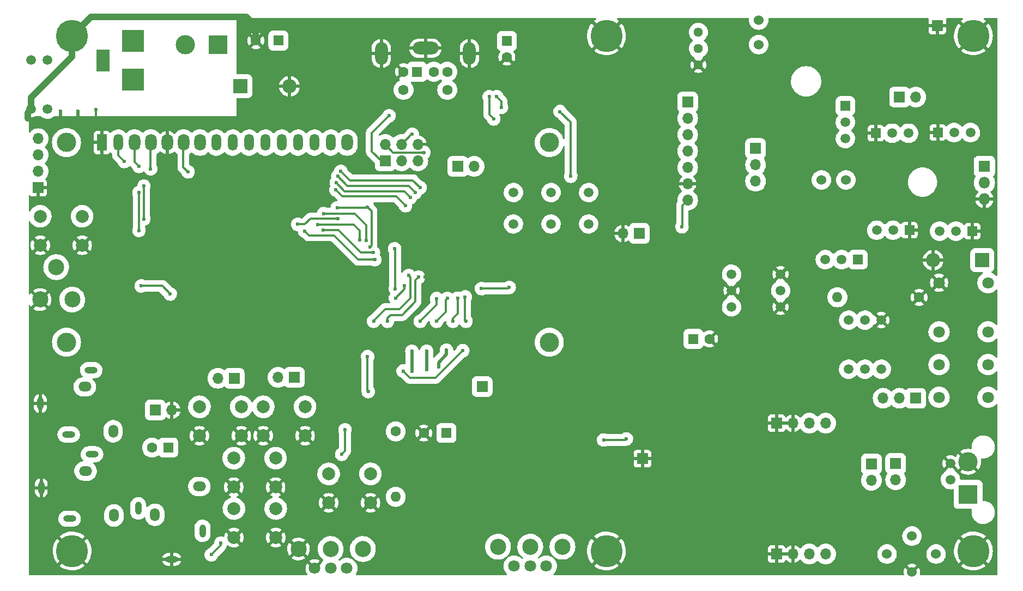
<source format=gbr>
%TF.GenerationSoftware,KiCad,Pcbnew,(6.0.11)*%
%TF.CreationDate,2023-07-06T21:33:27-05:00*%
%TF.ProjectId,RFBitBangSMT,52464269-7442-4616-9e67-534d542e6b69,rev?*%
%TF.SameCoordinates,Original*%
%TF.FileFunction,Copper,L2,Bot*%
%TF.FilePolarity,Positive*%
%FSLAX46Y46*%
G04 Gerber Fmt 4.6, Leading zero omitted, Abs format (unit mm)*
G04 Created by KiCad (PCBNEW (6.0.11)) date 2023-07-06 21:33:27*
%MOMM*%
%LPD*%
G01*
G04 APERTURE LIST*
%TA.AperFunction,ComponentPad*%
%ADD10R,1.600000X1.600000*%
%TD*%
%TA.AperFunction,ComponentPad*%
%ADD11C,1.600000*%
%TD*%
%TA.AperFunction,ComponentPad*%
%ADD12R,2.200000X2.200000*%
%TD*%
%TA.AperFunction,ComponentPad*%
%ADD13O,2.200000X2.200000*%
%TD*%
%TA.AperFunction,ComponentPad*%
%ADD14R,3.000000X3.000000*%
%TD*%
%TA.AperFunction,ComponentPad*%
%ADD15C,3.000000*%
%TD*%
%TA.AperFunction,ComponentPad*%
%ADD16R,3.500000X3.500000*%
%TD*%
%TA.AperFunction,ComponentPad*%
%ADD17R,2.000000X3.500000*%
%TD*%
%TA.AperFunction,ComponentPad*%
%ADD18R,1.700000X1.700000*%
%TD*%
%TA.AperFunction,ComponentPad*%
%ADD19O,1.700000X1.700000*%
%TD*%
%TA.AperFunction,ComponentPad*%
%ADD20R,1.520000X1.520000*%
%TD*%
%TA.AperFunction,ComponentPad*%
%ADD21C,1.520000*%
%TD*%
%TA.AperFunction,ComponentPad*%
%ADD22C,2.000000*%
%TD*%
%TA.AperFunction,ComponentPad*%
%ADD23C,1.500000*%
%TD*%
%TA.AperFunction,ComponentPad*%
%ADD24C,2.500000*%
%TD*%
%TA.AperFunction,ComponentPad*%
%ADD25C,1.800000*%
%TD*%
%TA.AperFunction,ComponentPad*%
%ADD26R,1.500000X1.500000*%
%TD*%
%TA.AperFunction,ComponentPad*%
%ADD27C,1.524000*%
%TD*%
%TA.AperFunction,ComponentPad*%
%ADD28O,2.000000X3.500000*%
%TD*%
%TA.AperFunction,ComponentPad*%
%ADD29O,4.000000X2.000000*%
%TD*%
%TA.AperFunction,ComponentPad*%
%ADD30C,1.440000*%
%TD*%
%TA.AperFunction,ComponentPad*%
%ADD31C,5.000000*%
%TD*%
%TA.AperFunction,ComponentPad*%
%ADD32O,1.600000X1.600000*%
%TD*%
%TA.AperFunction,ComponentPad*%
%ADD33R,1.800000X1.800000*%
%TD*%
%TA.AperFunction,ComponentPad*%
%ADD34O,1.800000X1.800000*%
%TD*%
%TA.AperFunction,ComponentPad*%
%ADD35O,1.000000X2.000000*%
%TD*%
%TA.AperFunction,ComponentPad*%
%ADD36O,2.000000X1.000000*%
%TD*%
%TA.AperFunction,ComponentPad*%
%ADD37O,2.000000X1.500000*%
%TD*%
%TA.AperFunction,ComponentPad*%
%ADD38O,1.500000X2.000000*%
%TD*%
%TA.AperFunction,ComponentPad*%
%ADD39R,1.500000X2.600000*%
%TD*%
%TA.AperFunction,ComponentPad*%
%ADD40O,1.500000X2.600000*%
%TD*%
%TA.AperFunction,ComponentPad*%
%ADD41O,1.800000X2.600000*%
%TD*%
%TA.AperFunction,ViaPad*%
%ADD42C,0.600000*%
%TD*%
%TA.AperFunction,Conductor*%
%ADD43C,0.350000*%
%TD*%
%TA.AperFunction,Conductor*%
%ADD44C,0.500000*%
%TD*%
%TA.AperFunction,Conductor*%
%ADD45C,1.000000*%
%TD*%
G04 APERTURE END LIST*
D10*
%TO.P,C6,1*%
%TO.N,+5V*%
X113030000Y-61297500D03*
D11*
%TO.P,C6,2*%
%TO.N,GND*%
X113030000Y-63797500D03*
%TD*%
D10*
%TO.P,C19,1*%
%TO.N,Net-(C19-Pad1)*%
X60420000Y-124440000D03*
D11*
%TO.P,C19,2*%
%TO.N,SPKR*%
X57920000Y-124440000D03*
%TD*%
D12*
%TO.P,D1,1,K*%
%TO.N,+12V*%
X71650000Y-68330000D03*
D13*
%TO.P,D1,2,A*%
%TO.N,GND*%
X79270000Y-68330000D03*
%TD*%
D14*
%TO.P,J1,1,Pin_1*%
%TO.N,Net-(C58-Pad1)*%
X68195000Y-61835000D03*
D15*
%TO.P,J1,2,Pin_2*%
%TO.N,Net-(C58-Pad2)*%
X63115000Y-61835000D03*
%TD*%
D16*
%TO.P,J2,1*%
%TO.N,Net-(C58-Pad2)*%
X54955000Y-67305000D03*
%TO.P,J2,2*%
%TO.N,Net-(C58-Pad1)*%
X54955000Y-61305000D03*
D17*
%TO.P,J2,3*%
%TO.N,unconnected-(J2-Pad3)*%
X50255000Y-64305000D03*
%TD*%
D18*
%TO.P,J5,1,Pin_1*%
%TO.N,GND*%
X40220000Y-84090000D03*
D19*
%TO.P,J5,2,Pin_2*%
%TO.N,Net-(C5-Pad1)*%
X40220000Y-81550000D03*
%TO.P,J5,3,Pin_3*%
%TO.N,Net-(C4-Pad1)*%
X40220000Y-79010000D03*
%TO.P,J5,4,Pin_4*%
%TO.N,Net-(C2-Pad2)*%
X40220000Y-76470000D03*
%TD*%
D20*
%TO.P,Q3,1,S*%
%TO.N,GND*%
X170350000Y-75630000D03*
D21*
%TO.P,Q3,2,G*%
%TO.N,Net-(C23-Pad2)*%
X172890000Y-75630000D03*
%TO.P,Q3,3,D*%
%TO.N,AMPOUT*%
X175430000Y-75630000D03*
%TD*%
D22*
%TO.P,SW1,1,1*%
%TO.N,GND*%
X40550000Y-93020000D03*
X47050000Y-93020000D03*
%TO.P,SW1,2,2*%
%TO.N,RESET*%
X40550000Y-88520000D03*
X47050000Y-88520000D03*
%TD*%
%TO.P,SW2,1,1*%
%TO.N,Net-(C10-Pad2)*%
X77100000Y-126080000D03*
X70600000Y-126080000D03*
%TO.P,SW2,2,2*%
%TO.N,GND*%
X77100000Y-130580000D03*
X70600000Y-130580000D03*
%TD*%
%TO.P,SW3,1,1*%
%TO.N,Net-(C16-Pad2)*%
X71778000Y-118110000D03*
X65278000Y-118110000D03*
%TO.P,SW3,2,2*%
%TO.N,GND*%
X65278000Y-122610000D03*
X71778000Y-122610000D03*
%TD*%
%TO.P,SW4,1,1*%
%TO.N,Net-(C17-Pad2)*%
X75184000Y-118110000D03*
X81684000Y-118110000D03*
%TO.P,SW4,2,2*%
%TO.N,GND*%
X81684000Y-122610000D03*
X75184000Y-122610000D03*
%TD*%
%TO.P,SW5,1,1*%
%TO.N,Net-(C11-Pad2)*%
X77130000Y-133910000D03*
X70630000Y-133910000D03*
%TO.P,SW5,2,2*%
%TO.N,GND*%
X77130000Y-138410000D03*
X70630000Y-138410000D03*
%TD*%
D23*
%TO.P,Y2,1,1*%
%TO.N,Net-(C21-Pad2)*%
X125730000Y-84836000D03*
%TO.P,Y2,2,2*%
%TO.N,Net-(C48-Pad1)*%
X125730000Y-89716000D03*
%TD*%
D18*
%TO.P,J9,1,Pin_1*%
%TO.N,MISO*%
X94130000Y-79900000D03*
D19*
%TO.P,J9,2,Pin_2*%
%TO.N,Net-(J9-Pad2)*%
X94130000Y-77360000D03*
%TO.P,J9,3,Pin_3*%
%TO.N,SCK*%
X96670000Y-79900000D03*
%TO.P,J9,4,Pin_4*%
%TO.N,MOSI*%
X96670000Y-77360000D03*
%TO.P,J9,5,Pin_5*%
%TO.N,RESET*%
X99210000Y-79900000D03*
%TO.P,J9,6,Pin_6*%
%TO.N,GND*%
X99210000Y-77360000D03*
%TD*%
D20*
%TO.P,Q5,1,S*%
%TO.N,GND*%
X185340000Y-90830000D03*
D21*
%TO.P,Q5,2,G*%
%TO.N,Net-(C23-Pad2)*%
X182800000Y-90830000D03*
%TO.P,Q5,3,D*%
%TO.N,AMPOUT*%
X180260000Y-90830000D03*
%TD*%
D20*
%TO.P,Q6,1,S*%
%TO.N,GND*%
X175560000Y-90680000D03*
D21*
%TO.P,Q6,2,G*%
%TO.N,Net-(C23-Pad2)*%
X173020000Y-90680000D03*
%TO.P,Q6,3,D*%
%TO.N,AMPOUT*%
X170480000Y-90680000D03*
%TD*%
D20*
%TO.P,Q7,1,S*%
%TO.N,GND*%
X179960000Y-75520000D03*
D21*
%TO.P,Q7,2,G*%
%TO.N,Net-(C23-Pad2)*%
X182500000Y-75520000D03*
%TO.P,Q7,3,D*%
%TO.N,AMPOUT*%
X185040000Y-75520000D03*
%TD*%
D24*
%TO.P,RV3,1,1*%
%TO.N,GND*%
X40520000Y-101455000D03*
%TO.P,RV3,2,2*%
%TO.N,Net-(DS1-Pad3)*%
X43020000Y-96415000D03*
%TO.P,RV3,3,3*%
%TO.N,+5V*%
X45520000Y-101455000D03*
%TD*%
D18*
%TO.P,JP3,1,1*%
%TO.N,Net-(J9-Pad2)*%
X105410000Y-80772000D03*
D19*
%TO.P,JP3,2,2*%
%TO.N,+5V*%
X107950000Y-80772000D03*
%TD*%
D18*
%TO.P,JP4,1,1*%
%TO.N,Net-(C26-Pad2)*%
X169660000Y-126990000D03*
D19*
%TO.P,JP4,2,2*%
%TO.N,Net-(J18-Pad3)*%
X169660000Y-129530000D03*
%TD*%
D18*
%TO.P,JP5,1,1*%
%TO.N,PLLOSC*%
X151670000Y-77990000D03*
D19*
%TO.P,JP5,2,2*%
%TO.N,Net-(C51-Pad1)*%
X151670000Y-80530000D03*
%TO.P,JP5,3,3*%
%TO.N,XOSC*%
X151670000Y-83070000D03*
%TD*%
D23*
%TO.P,J12,1,In*%
%TO.N,Net-(J12-Pad1)*%
X181945000Y-129425000D03*
D14*
X184673000Y-131711000D03*
D23*
%TO.P,J12,2,Ext*%
%TO.N,GND*%
X181945000Y-126885000D03*
D15*
X184673000Y-126631000D03*
%TD*%
D25*
%TO.P,RLY1,1,Coil*%
%TO.N,TXRELAY*%
X187775000Y-98845000D03*
%TO.P,RLY1,2,Pole*%
%TO.N,AMPOUT*%
X187775000Y-106465000D03*
%TO.P,RLY1,3,NC*%
%TO.N,Net-(RLY1-Pad3)*%
X187775000Y-111545000D03*
%TO.P,RLY1,4,NO*%
%TO.N,Net-(C26-Pad1)*%
X187775000Y-116625000D03*
%TO.P,RLY1,5,Coil*%
%TO.N,GND*%
X180175000Y-98845000D03*
%TO.P,RLY1,6,Pole*%
%TO.N,RF*%
X180175000Y-106465000D03*
%TO.P,RLY1,7,NC*%
%TO.N,Net-(JP7-Pad2)*%
X180175000Y-111545000D03*
%TO.P,RLY1,8,NO*%
%TO.N,unconnected-(RLY1-Pad8)*%
X180175000Y-116625000D03*
%TD*%
D26*
%TO.P,Q8,1,E*%
%TO.N,Net-(C31-Pad2)*%
X165608000Y-71374000D03*
D23*
%TO.P,Q8,2,B*%
%TO.N,Net-(C14-Pad2)*%
X165608000Y-73914000D03*
%TO.P,Q8,3,C*%
%TO.N,Net-(C14-Pad1)*%
X165608000Y-76454000D03*
%TD*%
D18*
%TO.P,JP1,1,1*%
%TO.N,Net-(D15-Pad2)*%
X174030000Y-70000000D03*
D19*
%TO.P,JP1,2,2*%
%TO.N,Net-(C31-Pad1)*%
X176570000Y-70000000D03*
%TD*%
D10*
%TO.P,C40,1*%
%TO.N,Net-(C40-Pad1)*%
X142020000Y-107560000D03*
D11*
%TO.P,C40,2*%
%TO.N,GND*%
X144520000Y-107560000D03*
%TD*%
D18*
%TO.P,JP2,1,1*%
%TO.N,Net-(J12-Pad1)*%
X173430000Y-126910000D03*
D19*
%TO.P,JP2,2,2*%
%TO.N,Net-(J18-Pad3)*%
X173430000Y-129450000D03*
%TD*%
D27*
%TO.P,T3,1,RF*%
%TO.N,Net-(J18-Pad3)*%
X172085000Y-140970000D03*
%TO.P,T3,2,RF*%
%TO.N,Net-(J12-Pad1)*%
X179705000Y-140970000D03*
%TO.P,T3,3,SAMPLE*%
%TO.N,GND*%
X175958500Y-143764000D03*
%TO.P,T3,4,SAMPLE*%
%TO.N,Net-(D16-Pad2)*%
X175958500Y-138176000D03*
%TD*%
D20*
%TO.P,Q9,1,S*%
%TO.N,Net-(Q9-Pad1)*%
X167575000Y-95250000D03*
D21*
%TO.P,Q9,2,G*%
%TO.N,Net-(Q9-Pad2)*%
X165035000Y-95250000D03*
%TO.P,Q9,3,D*%
%TO.N,Net-(C14-Pad1)*%
X162495000Y-95250000D03*
%TD*%
D18*
%TO.P,JP7,1,1*%
%TO.N,Net-(J17-Pad4)*%
X176560000Y-116780000D03*
D19*
%TO.P,JP7,2,2*%
%TO.N,Net-(JP7-Pad2)*%
X174020000Y-116780000D03*
%TO.P,JP7,3,3*%
%TO.N,Net-(J18-Pad3)*%
X171480000Y-116780000D03*
%TD*%
D23*
%TO.P,Y4,1,1*%
%TO.N,Net-(C21-Pad2)*%
X119888000Y-84836000D03*
%TO.P,Y4,2,2*%
%TO.N,Net-(C48-Pad1)*%
X119888000Y-89716000D03*
%TD*%
D10*
%TO.P,P1,1*%
%TO.N,MISO*%
X99075000Y-66075000D03*
D11*
%TO.P,P1,2*%
%TO.N,N/C*%
X101675000Y-66075000D03*
%TO.P,P1,3*%
%TO.N,GND*%
X96975000Y-66075000D03*
%TO.P,P1,4*%
%TO.N,+5V*%
X103775000Y-66075000D03*
%TO.P,P1,5*%
%TO.N,PS2CLK*%
X96975000Y-68875000D03*
%TO.P,P1,6*%
%TO.N,N/C*%
X103775000Y-68875000D03*
D28*
%TO.P,P1,7*%
%TO.N,GND*%
X93525000Y-63225000D03*
X107225000Y-63225000D03*
D29*
X100375000Y-62425000D03*
%TD*%
D30*
%TO.P,RV4,1,1*%
%TO.N,+5V*%
X142790000Y-59940000D03*
%TO.P,RV4,2,2*%
%TO.N,Net-(L11-Pad2)*%
X142790000Y-62480000D03*
%TO.P,RV4,3,3*%
%TO.N,GND*%
X142790000Y-65020000D03*
%TD*%
D31*
%TO.P,J3,1,Pin_1*%
%TO.N,GND*%
X45500000Y-60500000D03*
%TD*%
%TO.P,J4,1,Pin_1*%
%TO.N,GND*%
X185500000Y-60500000D03*
%TD*%
%TO.P,J6,1,Pin_1*%
%TO.N,GND*%
X185500000Y-140500000D03*
%TD*%
%TO.P,J7,1,Pin_1*%
%TO.N,GND*%
X45500000Y-140500000D03*
%TD*%
D23*
%TO.P,T4,1*%
%TO.N,Net-(C58-Pad2)*%
X41656000Y-64262000D03*
%TO.P,T4,2*%
%TO.N,+12V*%
X41656000Y-71882000D03*
%TO.P,T4,3*%
%TO.N,Net-(C58-Pad1)*%
X39116000Y-64262000D03*
%TO.P,T4,4*%
%TO.N,GND*%
X39116000Y-71882000D03*
%TD*%
%TO.P,Y5,1,1*%
%TO.N,Net-(C21-Pad2)*%
X114046000Y-84836000D03*
%TO.P,Y5,2,2*%
%TO.N,Net-(C48-Pad1)*%
X114046000Y-89716000D03*
%TD*%
D12*
%TO.P,D6,1,K*%
%TO.N,AMPOUT*%
X186880000Y-95330000D03*
D13*
%TO.P,D6,2,A*%
%TO.N,GND*%
X179260000Y-95330000D03*
%TD*%
D11*
%TO.P,R41,1*%
%TO.N,GND*%
X177075000Y-101100000D03*
D32*
%TO.P,R41,2*%
%TO.N,Net-(Q9-Pad1)*%
X164375000Y-101100000D03*
%TD*%
D11*
%TO.P,L10,1,1*%
%TO.N,Net-(L10-Pad1)*%
X95758000Y-121920000D03*
D32*
%TO.P,L10,2,2*%
%TO.N,Net-(C19-Pad1)*%
X95758000Y-132080000D03*
%TD*%
D18*
%TO.P,J14,1,Pin_1*%
%TO.N,AUDIOFILT*%
X109190000Y-114970000D03*
%TD*%
%TO.P,J15,1,Pin_1*%
%TO.N,GND*%
X134080000Y-126160000D03*
%TD*%
%TO.P,J16,1,Pin_1*%
%TO.N,GND*%
X179900000Y-58900000D03*
%TD*%
D10*
%TO.P,C3,1*%
%TO.N,+12V*%
X77530000Y-61230000D03*
D11*
%TO.P,C3,2*%
%TO.N,GND*%
X74030000Y-61230000D03*
%TD*%
D27*
%TO.P,L4,1,1*%
%TO.N,+12V*%
X152146000Y-58039000D03*
%TO.P,L4,2,2*%
%TO.N,Net-(C31-Pad2)*%
X152146000Y-61849000D03*
%TD*%
%TO.P,L6,1,1*%
%TO.N,Net-(C14-Pad1)*%
X161895000Y-82875000D03*
%TO.P,L6,2,2*%
%TO.N,AMPOUT*%
X165705000Y-82875000D03*
%TD*%
D23*
%TO.P,T1,1*%
%TO.N,GND*%
X155560000Y-97500000D03*
%TO.P,T1,2*%
%TO.N,Net-(C30-Pad2)*%
X147940000Y-97500000D03*
%TO.P,T1,3*%
%TO.N,Net-(D11-Pad2)*%
X155560000Y-100040000D03*
%TO.P,T1,4*%
%TO.N,GND*%
X147940000Y-100040000D03*
%TO.P,T1,5*%
X155560000Y-102580000D03*
%TO.P,T1,6*%
%TO.N,Net-(D12-Pad2)*%
X147940000Y-102580000D03*
%TD*%
%TO.P,T2,1*%
%TO.N,Net-(R25-Pad2)*%
X171196000Y-112267997D03*
%TO.P,T2,2*%
%TO.N,GND*%
X171196000Y-104647997D03*
%TO.P,T2,3*%
%TO.N,Net-(D12-Pad1)*%
X168656000Y-112267997D03*
%TO.P,T2,4*%
%TO.N,IF*%
X168656000Y-104647997D03*
%TO.P,T2,5*%
X166116000Y-112267997D03*
%TO.P,T2,6*%
%TO.N,Net-(D11-Pad1)*%
X166116000Y-104647997D03*
%TD*%
D33*
%TO.P,Q15,1,G*%
%TO.N,Net-(C23-Pad2)*%
X187210000Y-80770000D03*
D34*
%TO.P,Q15,2,D*%
%TO.N,AMPOUT*%
X187210000Y-83310000D03*
%TO.P,Q15,3,S*%
%TO.N,GND*%
X187210000Y-85850000D03*
%TD*%
D18*
%TO.P,JP8,1,1*%
%TO.N,Net-(C21-Pad2)*%
X133609000Y-91186000D03*
D19*
%TO.P,JP8,2,2*%
%TO.N,GND*%
X131069000Y-91186000D03*
%TD*%
D31*
%TO.P,J20,1,Pin_1*%
%TO.N,GND*%
X128500000Y-60500000D03*
%TD*%
%TO.P,J21,1,Pin_1*%
%TO.N,GND*%
X128500000Y-140500000D03*
%TD*%
D25*
%TO.P,RV1,1,1*%
%TO.N,Net-(C34-Pad2)*%
X88160000Y-143190000D03*
D24*
X90660000Y-140190000D03*
D25*
%TO.P,RV1,2,2*%
%TO.N,Net-(RV1-Pad2)*%
X85660000Y-143190000D03*
D24*
X85660000Y-140190000D03*
D25*
%TO.P,RV1,3,3*%
%TO.N,GND*%
X83160000Y-143190000D03*
D24*
X80660000Y-140190000D03*
%TD*%
%TO.P,RV2,1,1*%
%TO.N,Net-(R63-Pad1)*%
X121660000Y-139840000D03*
D25*
X119160000Y-142840000D03*
D24*
%TO.P,RV2,2,2*%
X116660000Y-139840000D03*
D25*
X116660000Y-142840000D03*
%TO.P,RV2,3,3*%
%TO.N,Net-(C39-Pad1)*%
X114160000Y-142840000D03*
D24*
X111660000Y-139840000D03*
%TD*%
D18*
%TO.P,J10,1,Pin_1*%
%TO.N,Net-(J10-Pad1)*%
X141110000Y-70780000D03*
D19*
%TO.P,J10,2,Pin_2*%
%TO.N,Net-(J10-Pad2)*%
X141110000Y-73320000D03*
%TO.P,J10,3,Pin_3*%
%TO.N,unconnected-(J10-Pad3)*%
X141110000Y-75860000D03*
%TO.P,J10,4,Pin_4*%
%TO.N,SCL*%
X141110000Y-78400000D03*
%TO.P,J10,5,Pin_5*%
%TO.N,SDA*%
X141110000Y-80940000D03*
%TO.P,J10,6,Pin_6*%
%TO.N,GND*%
X141110000Y-83480000D03*
%TO.P,J10,7,Pin_7*%
%TO.N,+5V*%
X141110000Y-86020000D03*
%TD*%
D22*
%TO.P,SW6,1,1*%
%TO.N,Net-(C61-Pad2)*%
X85344000Y-128524000D03*
X91844000Y-128524000D03*
%TO.P,SW6,2,2*%
%TO.N,GND*%
X91844000Y-133024000D03*
X85344000Y-133024000D03*
%TD*%
D10*
%TO.P,C53,1*%
%TO.N,+12V*%
X103632000Y-122174000D03*
D11*
%TO.P,C53,2*%
%TO.N,GND*%
X100132000Y-122174000D03*
%TD*%
D18*
%TO.P,J17,1,Pin_1*%
%TO.N,GND*%
X154940000Y-120650000D03*
D19*
%TO.P,J17,2,Pin_2*%
X157480000Y-120650000D03*
%TO.P,J17,3,Pin_3*%
%TO.N,Net-(C26-Pad2)*%
X160020000Y-120650000D03*
%TO.P,J17,4,Pin_4*%
%TO.N,Net-(J17-Pad4)*%
X162560000Y-120650000D03*
%TD*%
D18*
%TO.P,J18,1,Pin_1*%
%TO.N,GND*%
X154940000Y-140970000D03*
D19*
%TO.P,J18,2,Pin_2*%
X157480000Y-140970000D03*
%TO.P,J18,3,Pin_3*%
%TO.N,Net-(J18-Pad3)*%
X160020000Y-140970000D03*
%TO.P,J18,4,Pin_4*%
X162560000Y-140970000D03*
%TD*%
D35*
%TO.P,J19,G*%
%TO.N,GND*%
X40562000Y-117602000D03*
D36*
%TO.P,J19,S1*%
%TO.N,Net-(C68-Pad2)*%
X48462000Y-112402000D03*
D37*
%TO.P,J19,SN1*%
%TO.N,unconnected-(J19-PadSN1)*%
X47462000Y-115002000D03*
D36*
%TO.P,J19,T1*%
%TO.N,Net-(C67-Pad2)*%
X44962000Y-122402000D03*
D38*
%TO.P,J19,TN1*%
%TO.N,unconnected-(J19-PadTN1)*%
X51862000Y-121902000D03*
%TD*%
D15*
%TO.P,DS1,*%
%TO.N,*%
X44620900Y-77070000D03*
X44620900Y-108070700D03*
X119620000Y-77070000D03*
X119619480Y-108070700D03*
D39*
%TO.P,DS1,1,VSS*%
%TO.N,GND*%
X50120000Y-77070000D03*
D40*
%TO.P,DS1,2,VDD*%
%TO.N,+5V*%
X52660000Y-77070000D03*
D41*
%TO.P,DS1,3,VO*%
%TO.N,Net-(DS1-Pad3)*%
X55200000Y-77070000D03*
%TO.P,DS1,4,RS*%
%TO.N,RS*%
X57740000Y-77070000D03*
%TO.P,DS1,5,R/W*%
%TO.N,GND*%
X60280000Y-77070000D03*
%TO.P,DS1,6,E*%
%TO.N,E*%
X62820000Y-77070000D03*
%TO.P,DS1,7,D0*%
%TO.N,unconnected-(DS1-Pad7)*%
X65360000Y-77070000D03*
D40*
%TO.P,DS1,8,D1*%
%TO.N,unconnected-(DS1-Pad8)*%
X67900000Y-77070000D03*
%TO.P,DS1,9,D2*%
%TO.N,unconnected-(DS1-Pad9)*%
X70440000Y-77070000D03*
%TO.P,DS1,10,D3*%
%TO.N,unconnected-(DS1-Pad10)*%
X72980000Y-77070000D03*
%TO.P,DS1,11,D4*%
%TO.N,DB4*%
X75520000Y-77070000D03*
%TO.P,DS1,12,D5*%
%TO.N,DB5*%
X78060000Y-77070000D03*
%TO.P,DS1,13,D6*%
%TO.N,DB6*%
X80600000Y-77070000D03*
%TO.P,DS1,14,D7*%
%TO.N,DB7*%
X83140000Y-77070000D03*
%TO.P,DS1,15,LED(+)*%
%TO.N,Net-(DS1-Pad15)*%
X85680000Y-77070000D03*
D41*
%TO.P,DS1,16,LED(-)*%
%TO.N,Net-(DS1-Pad16)*%
X88220000Y-77070000D03*
%TD*%
D18*
%TO.P,J22,1,Pin_1*%
%TO.N,SPKR*%
X58420000Y-118618000D03*
D19*
%TO.P,J22,2,Pin_2*%
%TO.N,GND*%
X60960000Y-118618000D03*
%TD*%
D18*
%TO.P,JP9,1,1*%
%TO.N,Net-(C69-Pad1)*%
X80010000Y-113538000D03*
D19*
%TO.P,JP9,2,2*%
%TO.N,Net-(JP9-Pad2)*%
X77470000Y-113538000D03*
%TD*%
D36*
%TO.P,J8,G*%
%TO.N,GND*%
X60960000Y-141776000D03*
D35*
%TO.P,J8,S1*%
%TO.N,SPKR*%
X55760000Y-133876000D03*
D38*
%TO.P,J8,SN1*%
%TO.N,unconnected-(J8-PadSN1)*%
X58360000Y-134876000D03*
D35*
%TO.P,J8,T1*%
%TO.N,SPKR*%
X65760000Y-137376000D03*
D37*
%TO.P,J8,TN1*%
%TO.N,unconnected-(J8-PadTN1)*%
X65260000Y-130476000D03*
%TD*%
D18*
%TO.P,JP6,1,1*%
%TO.N,Net-(C66-Pad1)*%
X70670000Y-113670000D03*
D19*
%TO.P,JP6,2,2*%
%TO.N,Net-(JP6-Pad2)*%
X68130000Y-113670000D03*
%TD*%
D35*
%TO.P,J11,G*%
%TO.N,GND*%
X40689000Y-130683000D03*
D36*
%TO.P,J11,S1*%
%TO.N,unconnected-(J11-PadS1)*%
X48589000Y-125483000D03*
D37*
%TO.P,J11,SN1*%
%TO.N,unconnected-(J11-PadSN1)*%
X47589000Y-128083000D03*
D36*
%TO.P,J11,T1*%
%TO.N,Net-(C62-Pad2)*%
X45089000Y-135483000D03*
D38*
%TO.P,J11,TN1*%
%TO.N,unconnected-(J11-PadTN1)*%
X51989000Y-134983000D03*
%TD*%
D42*
%TO.N,+5V*%
X112190000Y-71600000D03*
X87884000Y-121666000D03*
X55880000Y-90720000D03*
X55880000Y-84840000D03*
X111460000Y-69940000D03*
X87376000Y-125476000D03*
X60730000Y-100590000D03*
X128060000Y-123250000D03*
X67110000Y-141080000D03*
X68580000Y-139300000D03*
X121285000Y-72263000D03*
X122960000Y-82290000D03*
X131600000Y-123090000D03*
X53594000Y-80010000D03*
X56235500Y-99340000D03*
X140220000Y-90150000D03*
%TO.N,GND*%
X149352000Y-94996000D03*
X172240000Y-81780000D03*
X175070000Y-87320000D03*
X178620000Y-87470000D03*
X81920000Y-94320000D03*
X119730000Y-128880000D03*
X71374000Y-106680000D03*
X116230000Y-94190000D03*
X171270000Y-87600000D03*
X105890000Y-131680000D03*
X157075000Y-84500000D03*
X100310000Y-97910000D03*
X179690000Y-80510000D03*
X173180000Y-83130000D03*
X83580000Y-135510000D03*
X122240000Y-102430000D03*
X98670000Y-94770000D03*
X150500000Y-73525000D03*
X63570000Y-95730000D03*
X119800000Y-93960000D03*
X87020000Y-94410000D03*
X169990000Y-79850000D03*
X47752000Y-85598000D03*
X81280000Y-104140000D03*
X86300000Y-103320000D03*
X180848000Y-87376000D03*
X114740000Y-94220000D03*
X127762000Y-132334000D03*
X143725000Y-91393000D03*
X121920000Y-126238000D03*
X181430000Y-86550000D03*
X174190000Y-78220000D03*
X176784000Y-87376000D03*
X91490000Y-71410000D03*
X129290000Y-102850000D03*
X129398000Y-104862000D03*
X50858500Y-138498500D03*
X158250000Y-76750000D03*
X184650000Y-83670000D03*
X171170000Y-133460000D03*
X46440000Y-72180000D03*
X140460000Y-101040000D03*
X184070000Y-87550000D03*
X181020000Y-78150000D03*
X183170000Y-86570000D03*
X129286000Y-116840000D03*
X159500000Y-75250000D03*
X184630000Y-78280000D03*
X122270000Y-104850000D03*
X172500000Y-78230000D03*
X182610000Y-78370000D03*
X161950000Y-101675000D03*
X183930000Y-80800000D03*
X159000000Y-71000000D03*
X81880000Y-93330000D03*
X93670000Y-137570000D03*
X158242000Y-85852000D03*
X100838000Y-87376000D03*
X66294000Y-93726000D03*
X87884000Y-119634000D03*
X171775000Y-100300000D03*
X161500000Y-72750000D03*
X183060000Y-80250000D03*
X179970000Y-86010000D03*
X181864000Y-81280000D03*
X158000000Y-73500000D03*
X171196000Y-82804000D03*
X172130000Y-79680000D03*
X150876000Y-112014000D03*
X177330000Y-79680000D03*
X179520000Y-78190000D03*
X184650000Y-82230000D03*
X54864000Y-83820000D03*
X161500000Y-74000000D03*
X77978000Y-94742000D03*
X49190000Y-71980000D03*
X176710000Y-78170000D03*
X137620000Y-123960000D03*
X134874000Y-100838000D03*
X50980000Y-106200000D03*
X133690000Y-114040000D03*
X160250000Y-71000000D03*
X104902000Y-126238000D03*
X87290000Y-114220000D03*
X134390000Y-74780000D03*
X174780000Y-86100000D03*
X183190000Y-84310000D03*
X144190000Y-124280000D03*
X180870000Y-79420000D03*
X110140000Y-135180000D03*
X92964000Y-119634000D03*
X169950000Y-86120000D03*
X161500000Y-76500000D03*
X130302000Y-96774000D03*
X158000000Y-71000000D03*
X43650000Y-72240000D03*
X67056000Y-94996000D03*
X160000000Y-72000000D03*
X170080000Y-83540000D03*
X107188000Y-123444000D03*
X173140000Y-84550000D03*
X181820000Y-82660000D03*
X99822000Y-131064000D03*
X148500000Y-64300000D03*
X88705000Y-62635000D03*
X80264000Y-60706000D03*
X98860000Y-92980000D03*
X184750000Y-69500000D03*
X177370000Y-86260000D03*
X100330000Y-143510000D03*
X156750000Y-76500000D03*
X148200000Y-95025000D03*
X100950000Y-98820000D03*
X95752000Y-92134000D03*
X160975000Y-97125000D03*
X156750000Y-72500000D03*
X60706000Y-97028000D03*
X161500000Y-71250000D03*
X175260000Y-79756000D03*
X160500000Y-73750000D03*
X88870000Y-71380000D03*
X146225000Y-75175500D03*
X156500000Y-74500000D03*
X101870944Y-76437056D03*
X118460000Y-93750000D03*
X157750000Y-75000000D03*
X173228000Y-86868000D03*
X182370000Y-85790000D03*
X145852750Y-85947250D03*
X41660000Y-142870000D03*
X138150000Y-127120000D03*
X171196000Y-80772000D03*
X171140000Y-78230000D03*
X137449416Y-74653762D03*
X130900000Y-110360000D03*
X159750000Y-76750000D03*
X149190000Y-125700000D03*
X183170000Y-82730000D03*
X173850000Y-81150000D03*
X184990000Y-71740000D03*
X52832000Y-111506000D03*
X170040000Y-81630000D03*
X136398000Y-70612000D03*
X166075000Y-63375000D03*
X82550000Y-130810000D03*
X116078000Y-124968000D03*
X181356000Y-84328000D03*
X171196000Y-85344000D03*
X156750000Y-71000000D03*
X84050000Y-66530000D03*
%TO.N,RESET*%
X91360000Y-87070000D03*
X91795000Y-93265000D03*
X86680000Y-87220000D03*
%TO.N,Net-(C11-Pad2)*%
X100550000Y-112300000D03*
X100570000Y-109475500D03*
%TO.N,SCK*%
X80550000Y-89770000D03*
X86825000Y-88915000D03*
%TO.N,MOSI*%
X98340000Y-75800000D03*
%TO.N,TXD*%
X92304500Y-94166000D03*
X84520000Y-90650000D03*
%TO.N,RXD*%
X81620000Y-90830000D03*
X92520000Y-95250000D03*
%TO.N,TUNING*%
X113382000Y-99568000D03*
X109090000Y-99750000D03*
X95700000Y-99790000D03*
X95590000Y-93570000D03*
%TO.N,MUTEAUDIO*%
X94488000Y-104814500D03*
X99308000Y-97976000D03*
%TO.N,BEEPOUT*%
X92330000Y-104820000D03*
X97784000Y-97722000D03*
%TO.N,Net-(C10-Pad2)*%
X98280000Y-112550000D03*
X98280000Y-109475500D03*
%TO.N,Net-(C17-Pad2)*%
X106180000Y-109370000D03*
X96910000Y-112560000D03*
%TO.N,MISO*%
X94742000Y-72898000D03*
%TO.N,DB5*%
X86525000Y-83315000D03*
X98044000Y-85598000D03*
X103798000Y-101252000D03*
X102108000Y-104814500D03*
%TO.N,DB4*%
X97282000Y-86868000D03*
X86465000Y-84425000D03*
X102110000Y-101300000D03*
X99568000Y-104814500D03*
%TO.N,DB7*%
X99568000Y-84074000D03*
X106553000Y-101037000D03*
X87230000Y-81550000D03*
X106680000Y-104814500D03*
%TO.N,DB6*%
X98806000Y-84836000D03*
X105410000Y-101240000D03*
X104648000Y-104814500D03*
X86770000Y-82310000D03*
%TO.N,Net-(DS1-Pad3)*%
X56642000Y-83842000D03*
X56642000Y-88928000D03*
X55880000Y-80772000D03*
%TO.N,RS*%
X84560000Y-88110000D03*
X91227500Y-92287960D03*
X57700000Y-81150000D03*
%TO.N,E*%
X63500000Y-81610000D03*
X83650000Y-89840000D03*
X90132000Y-92166000D03*
%TO.N,Net-(C16-Pad2)*%
X103640000Y-109300000D03*
X102410000Y-111950000D03*
%TO.N,Net-(J9-Pad2)*%
X100140000Y-78600000D03*
%TO.N,PS2CLK*%
X110998000Y-73406000D03*
X97100000Y-99324000D03*
X95730000Y-101210000D03*
X110290000Y-69960000D03*
%TO.N,Net-(C61-Pad2)*%
X91390000Y-110300000D03*
X91510000Y-115740000D03*
%TD*%
D43*
%TO.N,+5V*%
X112190000Y-70670000D02*
X111460000Y-69940000D01*
X60730000Y-100590000D02*
X59480000Y-99340000D01*
X55880000Y-90720000D02*
X55880000Y-84840000D01*
X52640000Y-79056000D02*
X52640000Y-77262500D01*
X87884000Y-124968000D02*
X87884000Y-121666000D01*
X53594000Y-80010000D02*
X52640000Y-79056000D01*
X121285000Y-72263000D02*
X122960000Y-73938000D01*
X140260000Y-86870000D02*
X141110000Y-86020000D01*
X112190000Y-71600000D02*
X112190000Y-70670000D01*
X140220000Y-90150000D02*
X140260000Y-90110000D01*
X68580000Y-139300000D02*
X68580000Y-139610000D01*
X59480000Y-99340000D02*
X56235500Y-99340000D01*
X131600000Y-123090000D02*
X131440000Y-123250000D01*
X140260000Y-90110000D02*
X140260000Y-86870000D01*
X122960000Y-73938000D02*
X122960000Y-82290000D01*
X131440000Y-123250000D02*
X128060000Y-123250000D01*
X68580000Y-139610000D02*
X67110000Y-141080000D01*
X87376000Y-125476000D02*
X87884000Y-124968000D01*
D44*
%TO.N,GND*%
X179690000Y-80510000D02*
X178860000Y-79680000D01*
D43*
X161500000Y-72750000D02*
X161500000Y-71250000D01*
D45*
X39116000Y-71882000D02*
X38575000Y-72423000D01*
D43*
X146741500Y-75692000D02*
X155942000Y-75692000D01*
X156750000Y-71000000D02*
X158000000Y-71000000D01*
D44*
X179690000Y-80510000D02*
X181094000Y-80510000D01*
X180980000Y-78190000D02*
X181020000Y-78150000D01*
X173220000Y-81780000D02*
X173850000Y-81150000D01*
X178620000Y-87470000D02*
X180754000Y-87470000D01*
D43*
X159250000Y-75000000D02*
X159500000Y-75250000D01*
D44*
X174690000Y-86100000D02*
X173140000Y-84550000D01*
X184070000Y-87550000D02*
X183750000Y-87870000D01*
X183060000Y-80250000D02*
X183060000Y-79850000D01*
X184650000Y-83670000D02*
X184650000Y-82230000D01*
X179970000Y-86010000D02*
X179970000Y-85714000D01*
D43*
X159000000Y-71000000D02*
X160250000Y-71000000D01*
D44*
X173140000Y-84550000D02*
X173140000Y-86780000D01*
X181342000Y-87870000D02*
X180848000Y-87376000D01*
X182370000Y-85790000D02*
X182370000Y-85850000D01*
D43*
X158250000Y-76750000D02*
X159750000Y-76750000D01*
D45*
X45500000Y-60500000D02*
X45500000Y-63740000D01*
D44*
X173850000Y-81150000D02*
X173850000Y-82460000D01*
X183190000Y-84310000D02*
X183190000Y-84970000D01*
X176660000Y-78220000D02*
X176710000Y-78170000D01*
X169950000Y-86280000D02*
X171270000Y-87600000D01*
D43*
X156500000Y-74500000D02*
X156750000Y-74250000D01*
D44*
X181094000Y-80510000D02*
X181864000Y-81280000D01*
D43*
X160000000Y-73250000D02*
X160000000Y-72000000D01*
X49190000Y-71980000D02*
X49190000Y-73650000D01*
D44*
X173680000Y-87320000D02*
X173228000Y-86868000D01*
D43*
X155942000Y-75692000D02*
X156750000Y-76500000D01*
D44*
X169950000Y-86120000D02*
X169950000Y-83670000D01*
X181430000Y-86550000D02*
X181610000Y-86550000D01*
X173850000Y-82460000D02*
X173180000Y-83130000D01*
D45*
X48425000Y-57575000D02*
X72575000Y-57575000D01*
D44*
X171196000Y-85344000D02*
X171196000Y-82804000D01*
D45*
X45500000Y-60500000D02*
X48425000Y-57575000D01*
D44*
X183060000Y-79850000D02*
X184630000Y-78280000D01*
X183190000Y-84970000D02*
X182370000Y-85790000D01*
X179720000Y-86260000D02*
X179970000Y-86010000D01*
X46440000Y-73580000D02*
X46500000Y-73640000D01*
X171196000Y-80614000D02*
X172130000Y-79680000D01*
X170040000Y-81630000D02*
X170040000Y-79900000D01*
X180754000Y-87470000D02*
X180848000Y-87376000D01*
X183750000Y-87870000D02*
X181342000Y-87870000D01*
X43650000Y-72240000D02*
X43650000Y-73240000D01*
X179520000Y-78190000D02*
X180980000Y-78190000D01*
D43*
X157750000Y-75000000D02*
X159250000Y-75000000D01*
D45*
X38575000Y-72423000D02*
X38575000Y-73290000D01*
D44*
X171196000Y-80772000D02*
X171196000Y-80614000D01*
D45*
X72575000Y-57575000D02*
X74030000Y-59030000D01*
D44*
X184070000Y-87470000D02*
X183170000Y-86570000D01*
D45*
X74030000Y-59030000D02*
X74030000Y-61230000D01*
D44*
X179970000Y-85714000D02*
X181356000Y-84328000D01*
D43*
X160500000Y-73750000D02*
X160000000Y-73250000D01*
D44*
X182610000Y-78370000D02*
X181240000Y-78370000D01*
X177370000Y-86260000D02*
X179720000Y-86260000D01*
D45*
X45500000Y-63740000D02*
X39116000Y-70124000D01*
D44*
X183930000Y-80800000D02*
X183610000Y-80800000D01*
X181240000Y-78370000D02*
X181020000Y-78150000D01*
X181610000Y-86550000D02*
X182370000Y-85790000D01*
X170040000Y-79900000D02*
X169990000Y-79850000D01*
X172240000Y-81780000D02*
X173220000Y-81780000D01*
X172500000Y-78230000D02*
X171140000Y-78230000D01*
X175070000Y-87320000D02*
X173680000Y-87320000D01*
X169950000Y-86120000D02*
X169950000Y-86280000D01*
D43*
X161500000Y-76500000D02*
X161500000Y-74000000D01*
D44*
X179780000Y-80510000D02*
X180870000Y-79420000D01*
X181820000Y-83864000D02*
X181356000Y-84328000D01*
X169950000Y-83670000D02*
X170080000Y-83540000D01*
X179690000Y-80510000D02*
X179780000Y-80510000D01*
X174780000Y-86100000D02*
X174690000Y-86100000D01*
X181820000Y-82660000D02*
X181820000Y-83864000D01*
D45*
X39116000Y-70124000D02*
X39116000Y-71882000D01*
D44*
X178860000Y-79680000D02*
X177330000Y-79680000D01*
X183610000Y-80800000D02*
X183060000Y-80250000D01*
D43*
X156750000Y-74250000D02*
X156750000Y-72500000D01*
D44*
X173140000Y-86780000D02*
X173228000Y-86868000D01*
X174190000Y-78220000D02*
X176660000Y-78220000D01*
X46440000Y-72180000D02*
X46440000Y-73580000D01*
X184070000Y-87550000D02*
X184070000Y-87470000D01*
D43*
X146225000Y-75175500D02*
X146741500Y-75692000D01*
%TO.N,RESET*%
X91992982Y-93067018D02*
X91992982Y-87702982D01*
X91210000Y-87220000D02*
X91360000Y-87070000D01*
X91795000Y-93265000D02*
X91992982Y-93067018D01*
X86680000Y-87220000D02*
X91210000Y-87220000D01*
X91992982Y-87702982D02*
X91360000Y-87070000D01*
D44*
%TO.N,Net-(C11-Pad2)*%
X100550000Y-112300000D02*
X100570000Y-112280000D01*
X100570000Y-112280000D02*
X100570000Y-109475500D01*
D43*
%TO.N,SCK*%
X81660000Y-89770000D02*
X82515000Y-88915000D01*
X82515000Y-88915000D02*
X86825000Y-88915000D01*
X80550000Y-89770000D02*
X81660000Y-89770000D01*
%TO.N,MOSI*%
X98340000Y-75800000D02*
X98230000Y-75800000D01*
X98230000Y-75800000D02*
X96670000Y-77360000D01*
%TO.N,TXD*%
X86830000Y-90650000D02*
X90346000Y-94166000D01*
X84520000Y-90650000D02*
X86830000Y-90650000D01*
X90346000Y-94166000D02*
X92304500Y-94166000D01*
%TO.N,RXD*%
X86160000Y-91470000D02*
X89940000Y-95250000D01*
X82260000Y-91470000D02*
X86160000Y-91470000D01*
X89940000Y-95250000D02*
X92520000Y-95250000D01*
X81620000Y-90830000D02*
X82260000Y-91470000D01*
%TO.N,TUNING*%
X95700000Y-99790000D02*
X95700000Y-93680000D01*
X113200000Y-99750000D02*
X113382000Y-99568000D01*
X109090000Y-99750000D02*
X113200000Y-99750000D01*
X95700000Y-93680000D02*
X95590000Y-93570000D01*
%TO.N,MUTEAUDIO*%
X98810000Y-98474000D02*
X99308000Y-97976000D01*
X94488000Y-104322000D02*
X94960000Y-103850000D01*
X96740000Y-103850000D02*
X98810000Y-101780000D01*
X94488000Y-104814500D02*
X94488000Y-104322000D01*
X94960000Y-103850000D02*
X96740000Y-103850000D01*
X98810000Y-101780000D02*
X98810000Y-98474000D01*
%TO.N,BEEPOUT*%
X92330000Y-104820000D02*
X92330000Y-104730000D01*
X98060000Y-97998000D02*
X97784000Y-97722000D01*
X96340000Y-102950000D02*
X98060000Y-101230000D01*
X94110000Y-102950000D02*
X96340000Y-102950000D01*
X92330000Y-104730000D02*
X94110000Y-102950000D01*
X98060000Y-101230000D02*
X98060000Y-97998000D01*
D44*
%TO.N,Net-(C10-Pad2)*%
X98280000Y-112550000D02*
X98280000Y-109475500D01*
D43*
%TO.N,Net-(C17-Pad2)*%
X101940000Y-113610000D02*
X106180000Y-109370000D01*
X97960000Y-113610000D02*
X101940000Y-113610000D01*
X96910000Y-112560000D02*
X97960000Y-113610000D01*
%TO.N,MISO*%
X92060000Y-78440000D02*
X93520000Y-79900000D01*
X92060000Y-75580000D02*
X92060000Y-78440000D01*
X93520000Y-79900000D02*
X94130000Y-79900000D01*
X94742000Y-72898000D02*
X92060000Y-75580000D01*
%TO.N,DB5*%
X98044000Y-85598000D02*
X97076000Y-84630000D01*
X103530000Y-101520000D02*
X103530000Y-103392500D01*
X87840000Y-84630000D02*
X86525000Y-83315000D01*
X103530000Y-103392500D02*
X102108000Y-104814500D01*
X97076000Y-84630000D02*
X87840000Y-84630000D01*
X103798000Y-101252000D02*
X103530000Y-101520000D01*
%TO.N,DB4*%
X97282000Y-86868000D02*
X95834000Y-85420000D01*
X87460000Y-85420000D02*
X86465000Y-84425000D01*
X95834000Y-85420000D02*
X87460000Y-85420000D01*
X102110000Y-102272500D02*
X99568000Y-104814500D01*
X102110000Y-101300000D02*
X102110000Y-102272500D01*
%TO.N,DB7*%
X106553000Y-104687500D02*
X106680000Y-104814500D01*
X99568000Y-84074000D02*
X98424000Y-82930000D01*
X98424000Y-82930000D02*
X88610000Y-82930000D01*
X106553000Y-101037000D02*
X106553000Y-104687500D01*
X88610000Y-82930000D02*
X87230000Y-81550000D01*
%TO.N,DB6*%
X104648000Y-104394000D02*
X104648000Y-104814500D01*
X98806000Y-84836000D02*
X97760000Y-83790000D01*
X97760000Y-83790000D02*
X88250000Y-83790000D01*
X105410000Y-101240000D02*
X105410000Y-103632000D01*
X105410000Y-103632000D02*
X104648000Y-104394000D01*
X88250000Y-83790000D02*
X86770000Y-82310000D01*
%TO.N,Net-(DS1-Pad3)*%
X55180000Y-80072000D02*
X55180000Y-77262500D01*
X56642000Y-88928000D02*
X56642000Y-83842000D01*
X55880000Y-80772000D02*
X55180000Y-80072000D01*
%TO.N,RS*%
X84560000Y-88110000D02*
X89400000Y-88110000D01*
X91227500Y-89937500D02*
X91227500Y-92287960D01*
X89400000Y-88110000D02*
X91227500Y-89937500D01*
X57700000Y-81150000D02*
X57700000Y-77302500D01*
%TO.N,E*%
X83650000Y-89840000D02*
X89220000Y-89840000D01*
X62780000Y-80890000D02*
X62780000Y-77302500D01*
X63500000Y-81610000D02*
X62780000Y-80890000D01*
X90132000Y-90752000D02*
X90132000Y-92166000D01*
X89220000Y-89840000D02*
X90132000Y-90752000D01*
D44*
%TO.N,Net-(C16-Pad2)*%
X103640000Y-109974000D02*
X103640000Y-109300000D01*
X102410000Y-111204000D02*
X103640000Y-109974000D01*
X102410000Y-111950000D02*
X102410000Y-111204000D01*
D43*
%TO.N,Net-(J9-Pad2)*%
X95370000Y-78600000D02*
X94130000Y-77360000D01*
X100140000Y-78600000D02*
X95370000Y-78600000D01*
%TO.N,PS2CLK*%
X110998000Y-73406000D02*
X110290000Y-72698000D01*
X97100000Y-99840000D02*
X97100000Y-99324000D01*
X95730000Y-101210000D02*
X97100000Y-99840000D01*
X110290000Y-72698000D02*
X110290000Y-69960000D01*
%TO.N,Net-(C61-Pad2)*%
X91510000Y-115740000D02*
X91390000Y-115620000D01*
X91390000Y-115620000D02*
X91390000Y-110300000D01*
%TD*%
%TA.AperFunction,Conductor*%
%TO.N,GND*%
G36*
X126852503Y-57770502D02*
G01*
X126898996Y-57824158D01*
X126909100Y-57894432D01*
X126879606Y-57959012D01*
X126851338Y-57983237D01*
X126757654Y-58042005D01*
X126751731Y-58046214D01*
X126573601Y-58188923D01*
X126565132Y-58201048D01*
X126571527Y-58212316D01*
X128487190Y-60127980D01*
X128501131Y-60135592D01*
X128502966Y-60135461D01*
X128509580Y-60131210D01*
X130427074Y-58213716D01*
X130434466Y-58200179D01*
X130427679Y-58190479D01*
X130324476Y-58102335D01*
X130318693Y-58097945D01*
X130144782Y-57981081D01*
X130099397Y-57926485D01*
X130090734Y-57856019D01*
X130121542Y-57792056D01*
X130182042Y-57754903D01*
X130215058Y-57750500D01*
X150515222Y-57750500D01*
X150583343Y-57770502D01*
X150629836Y-57824158D01*
X150640834Y-57886386D01*
X150628823Y-58039000D01*
X150647502Y-58276339D01*
X150648656Y-58281146D01*
X150648657Y-58281152D01*
X150683630Y-58426824D01*
X150703079Y-58507833D01*
X150704972Y-58512404D01*
X150704973Y-58512406D01*
X150788557Y-58714196D01*
X150794185Y-58727784D01*
X150918578Y-58930774D01*
X150921789Y-58934534D01*
X150921793Y-58934539D01*
X150987450Y-59011413D01*
X151073194Y-59111806D01*
X151076956Y-59115019D01*
X151250461Y-59263207D01*
X151250466Y-59263211D01*
X151254226Y-59266422D01*
X151457216Y-59390815D01*
X151461786Y-59392708D01*
X151461790Y-59392710D01*
X151672594Y-59480027D01*
X151677167Y-59481921D01*
X151758176Y-59501370D01*
X151903848Y-59536343D01*
X151903854Y-59536344D01*
X151908661Y-59537498D01*
X152146000Y-59556177D01*
X152383339Y-59537498D01*
X152388146Y-59536344D01*
X152388152Y-59536343D01*
X152533824Y-59501370D01*
X152614833Y-59481921D01*
X152619406Y-59480027D01*
X152830210Y-59392710D01*
X152830214Y-59392708D01*
X152834784Y-59390815D01*
X153037774Y-59266422D01*
X153041534Y-59263211D01*
X153041539Y-59263207D01*
X153215044Y-59115019D01*
X153218806Y-59111806D01*
X153304550Y-59011413D01*
X153370207Y-58934539D01*
X153370211Y-58934534D01*
X153373422Y-58930774D01*
X153497815Y-58727784D01*
X153503444Y-58714196D01*
X153587027Y-58512406D01*
X153587028Y-58512404D01*
X153588921Y-58507833D01*
X153608370Y-58426824D01*
X153643343Y-58281152D01*
X153643344Y-58281146D01*
X153644498Y-58276339D01*
X153663177Y-58039000D01*
X153651166Y-57886386D01*
X153665762Y-57816906D01*
X153715605Y-57766346D01*
X153776778Y-57750500D01*
X178437912Y-57750500D01*
X178506033Y-57770502D01*
X178552526Y-57824158D01*
X178562630Y-57894432D01*
X178555895Y-57920727D01*
X178551522Y-57932392D01*
X178547895Y-57947649D01*
X178542369Y-57998514D01*
X178542000Y-58005328D01*
X178542000Y-58627885D01*
X178546475Y-58643124D01*
X178547865Y-58644329D01*
X178555548Y-58646000D01*
X181239884Y-58646000D01*
X181255123Y-58641525D01*
X181256328Y-58640135D01*
X181257999Y-58632452D01*
X181257999Y-58005331D01*
X181257629Y-57998510D01*
X181252105Y-57947648D01*
X181248479Y-57932394D01*
X181244105Y-57920727D01*
X181238923Y-57849920D01*
X181272846Y-57787552D01*
X181335102Y-57753424D01*
X181362088Y-57750500D01*
X183784382Y-57750500D01*
X183852503Y-57770502D01*
X183898996Y-57824158D01*
X183909100Y-57894432D01*
X183879606Y-57959012D01*
X183851338Y-57983237D01*
X183757654Y-58042005D01*
X183751731Y-58046214D01*
X183573601Y-58188923D01*
X183565132Y-58201048D01*
X183571527Y-58212316D01*
X185487190Y-60127980D01*
X185501131Y-60135592D01*
X185502966Y-60135461D01*
X185509580Y-60131210D01*
X187427074Y-58213716D01*
X187434466Y-58200179D01*
X187427679Y-58190479D01*
X187324476Y-58102335D01*
X187318693Y-58097945D01*
X187144782Y-57981081D01*
X187099397Y-57926485D01*
X187090734Y-57856019D01*
X187121542Y-57792056D01*
X187182042Y-57754903D01*
X187215058Y-57750500D01*
X189123500Y-57750500D01*
X189191621Y-57770502D01*
X189238114Y-57824158D01*
X189249500Y-57876500D01*
X189249500Y-97688490D01*
X189229498Y-97756611D01*
X189175842Y-97803104D01*
X189105568Y-97813208D01*
X189040988Y-97783714D01*
X189027689Y-97770320D01*
X188948902Y-97678072D01*
X188948897Y-97678067D01*
X188945689Y-97674311D01*
X188939463Y-97668993D01*
X188834854Y-97579649D01*
X188748140Y-97505588D01*
X188526628Y-97369846D01*
X188477262Y-97349398D01*
X188371009Y-97305386D01*
X188315728Y-97260837D01*
X188293307Y-97193474D01*
X188310865Y-97124683D01*
X188352924Y-97081833D01*
X188443117Y-97026020D01*
X188449345Y-97022166D01*
X188572984Y-96898311D01*
X188588227Y-96873583D01*
X188622921Y-96817297D01*
X188664814Y-96749334D01*
X188683083Y-96694256D01*
X188717744Y-96589759D01*
X188717745Y-96589757D01*
X188719910Y-96583228D01*
X188730500Y-96479866D01*
X188730500Y-94180134D01*
X188729394Y-94169471D01*
X188720353Y-94082339D01*
X188720352Y-94082335D01*
X188719641Y-94075481D01*
X188703774Y-94027920D01*
X188666574Y-93916419D01*
X188664256Y-93909471D01*
X188572166Y-93760655D01*
X188566139Y-93754638D01*
X188453491Y-93642187D01*
X188448311Y-93637016D01*
X188299334Y-93545186D01*
X188292385Y-93542881D01*
X188139759Y-93492256D01*
X188139757Y-93492255D01*
X188133228Y-93490090D01*
X188029866Y-93479500D01*
X185730134Y-93479500D01*
X185726888Y-93479837D01*
X185726884Y-93479837D01*
X185632339Y-93489647D01*
X185632335Y-93489648D01*
X185625481Y-93490359D01*
X185618945Y-93492540D01*
X185618943Y-93492540D01*
X185479860Y-93538942D01*
X185459471Y-93545744D01*
X185310655Y-93637834D01*
X185187016Y-93761689D01*
X185095186Y-93910666D01*
X185092881Y-93917614D01*
X185092881Y-93917615D01*
X185056461Y-94027417D01*
X185040090Y-94076772D01*
X185029500Y-94180134D01*
X185029500Y-96479866D01*
X185029837Y-96483112D01*
X185029837Y-96483116D01*
X185039515Y-96576383D01*
X185040359Y-96584519D01*
X185042540Y-96591055D01*
X185042540Y-96591057D01*
X185044670Y-96597441D01*
X185095744Y-96750529D01*
X185187834Y-96899345D01*
X185193016Y-96904518D01*
X185227672Y-96939114D01*
X185311689Y-97022984D01*
X185460666Y-97114814D01*
X185467614Y-97117119D01*
X185467615Y-97117119D01*
X185620241Y-97167744D01*
X185620243Y-97167745D01*
X185626772Y-97169910D01*
X185730134Y-97180500D01*
X186885593Y-97180500D01*
X186953714Y-97200502D01*
X187000207Y-97254158D01*
X187010311Y-97324432D01*
X186980817Y-97389012D01*
X186951428Y-97413933D01*
X186801860Y-97505588D01*
X186715146Y-97579649D01*
X186610538Y-97668993D01*
X186604311Y-97674311D01*
X186435588Y-97871860D01*
X186299846Y-98093372D01*
X186297953Y-98097942D01*
X186297951Y-98097946D01*
X186211782Y-98305977D01*
X186200427Y-98333390D01*
X186180996Y-98414327D01*
X186140934Y-98581193D01*
X186140933Y-98581199D01*
X186139779Y-98586006D01*
X186119396Y-98845000D01*
X186139779Y-99103994D01*
X186140933Y-99108801D01*
X186140934Y-99108807D01*
X186177343Y-99260457D01*
X186200427Y-99356610D01*
X186202320Y-99361181D01*
X186202321Y-99361183D01*
X186289447Y-99571522D01*
X186299846Y-99596628D01*
X186435588Y-99818140D01*
X186604311Y-100015689D01*
X186801860Y-100184412D01*
X187023372Y-100320154D01*
X187027942Y-100322047D01*
X187027946Y-100322049D01*
X187258817Y-100417679D01*
X187263390Y-100419573D01*
X187344284Y-100438994D01*
X187511193Y-100479066D01*
X187511199Y-100479067D01*
X187516006Y-100480221D01*
X187775000Y-100500604D01*
X188033994Y-100480221D01*
X188038801Y-100479067D01*
X188038807Y-100479066D01*
X188205716Y-100438994D01*
X188286610Y-100419573D01*
X188291183Y-100417679D01*
X188522054Y-100322049D01*
X188522058Y-100322047D01*
X188526628Y-100320154D01*
X188748140Y-100184412D01*
X188945689Y-100015689D01*
X188948897Y-100011933D01*
X188948902Y-100011928D01*
X189027689Y-99919680D01*
X189087139Y-99880870D01*
X189158134Y-99880363D01*
X189218133Y-99918320D01*
X189248086Y-99982688D01*
X189249500Y-100001510D01*
X189249500Y-105308490D01*
X189229498Y-105376611D01*
X189175842Y-105423104D01*
X189105568Y-105433208D01*
X189040988Y-105403714D01*
X189027689Y-105390320D01*
X188948899Y-105298069D01*
X188948897Y-105298067D01*
X188945689Y-105294311D01*
X188748140Y-105125588D01*
X188526628Y-104989846D01*
X188522058Y-104987953D01*
X188522054Y-104987951D01*
X188291183Y-104892321D01*
X188291181Y-104892320D01*
X188286610Y-104890427D01*
X188146657Y-104856827D01*
X188038807Y-104830934D01*
X188038801Y-104830933D01*
X188033994Y-104829779D01*
X187775000Y-104809396D01*
X187516006Y-104829779D01*
X187511199Y-104830933D01*
X187511193Y-104830934D01*
X187403343Y-104856827D01*
X187263390Y-104890427D01*
X187258819Y-104892320D01*
X187258817Y-104892321D01*
X187027946Y-104987951D01*
X187027942Y-104987953D01*
X187023372Y-104989846D01*
X186801860Y-105125588D01*
X186604311Y-105294311D01*
X186435588Y-105491860D01*
X186299846Y-105713372D01*
X186297953Y-105717942D01*
X186297951Y-105717946D01*
X186205441Y-105941284D01*
X186200427Y-105953390D01*
X186179220Y-106041724D01*
X186140934Y-106201193D01*
X186140933Y-106201199D01*
X186139779Y-106206006D01*
X186119396Y-106465000D01*
X186139779Y-106723994D01*
X186140933Y-106728801D01*
X186140934Y-106728807D01*
X186167288Y-106838576D01*
X186200427Y-106976610D01*
X186299846Y-107216628D01*
X186435588Y-107438140D01*
X186604311Y-107635689D01*
X186801860Y-107804412D01*
X187023372Y-107940154D01*
X187027942Y-107942047D01*
X187027946Y-107942049D01*
X187176932Y-108003761D01*
X187263390Y-108039573D01*
X187351724Y-108060780D01*
X187511193Y-108099066D01*
X187511199Y-108099067D01*
X187516006Y-108100221D01*
X187775000Y-108120604D01*
X188033994Y-108100221D01*
X188038801Y-108099067D01*
X188038807Y-108099066D01*
X188198276Y-108060780D01*
X188286610Y-108039573D01*
X188373068Y-108003761D01*
X188522054Y-107942049D01*
X188522058Y-107942047D01*
X188526628Y-107940154D01*
X188748140Y-107804412D01*
X188945689Y-107635689D01*
X188948897Y-107631933D01*
X188948902Y-107631928D01*
X189027689Y-107539680D01*
X189087139Y-107500870D01*
X189158134Y-107500363D01*
X189218133Y-107538320D01*
X189248086Y-107602688D01*
X189249500Y-107621510D01*
X189249500Y-110388490D01*
X189229498Y-110456611D01*
X189175842Y-110503104D01*
X189105568Y-110513208D01*
X189040988Y-110483714D01*
X189027689Y-110470320D01*
X188948902Y-110378072D01*
X188948897Y-110378067D01*
X188945689Y-110374311D01*
X188748140Y-110205588D01*
X188526628Y-110069846D01*
X188522058Y-110067953D01*
X188522054Y-110067951D01*
X188291183Y-109972321D01*
X188291181Y-109972320D01*
X188286610Y-109970427D01*
X188198276Y-109949220D01*
X188038807Y-109910934D01*
X188038801Y-109910933D01*
X188033994Y-109909779D01*
X187775000Y-109889396D01*
X187516006Y-109909779D01*
X187511199Y-109910933D01*
X187511193Y-109910934D01*
X187351724Y-109949220D01*
X187263390Y-109970427D01*
X187258819Y-109972320D01*
X187258817Y-109972321D01*
X187027946Y-110067951D01*
X187027942Y-110067953D01*
X187023372Y-110069846D01*
X186801860Y-110205588D01*
X186604311Y-110374311D01*
X186435588Y-110571860D01*
X186299846Y-110793372D01*
X186297953Y-110797942D01*
X186297951Y-110797946D01*
X186216771Y-110993932D01*
X186200427Y-111033390D01*
X186199272Y-111038202D01*
X186140934Y-111281193D01*
X186140933Y-111281199D01*
X186139779Y-111286006D01*
X186119396Y-111545000D01*
X186139779Y-111803994D01*
X186140933Y-111808801D01*
X186140934Y-111808807D01*
X186178104Y-111963630D01*
X186200427Y-112056610D01*
X186202320Y-112061181D01*
X186202321Y-112061183D01*
X186287987Y-112267997D01*
X186299846Y-112296628D01*
X186435588Y-112518140D01*
X186604311Y-112715689D01*
X186608067Y-112718897D01*
X186616783Y-112726341D01*
X186801860Y-112884412D01*
X187023372Y-113020154D01*
X187027942Y-113022047D01*
X187027946Y-113022049D01*
X187165933Y-113079205D01*
X187263390Y-113119573D01*
X187291581Y-113126341D01*
X187511193Y-113179066D01*
X187511199Y-113179067D01*
X187516006Y-113180221D01*
X187775000Y-113200604D01*
X188033994Y-113180221D01*
X188038801Y-113179067D01*
X188038807Y-113179066D01*
X188258419Y-113126341D01*
X188286610Y-113119573D01*
X188384067Y-113079205D01*
X188522054Y-113022049D01*
X188522058Y-113022047D01*
X188526628Y-113020154D01*
X188748140Y-112884412D01*
X188933217Y-112726341D01*
X188941933Y-112718897D01*
X188945689Y-112715689D01*
X188948897Y-112711933D01*
X188948902Y-112711928D01*
X189027689Y-112619680D01*
X189087139Y-112580870D01*
X189158134Y-112580363D01*
X189218133Y-112618320D01*
X189248086Y-112682688D01*
X189249500Y-112701510D01*
X189249500Y-115468490D01*
X189229498Y-115536611D01*
X189175842Y-115583104D01*
X189105568Y-115593208D01*
X189040988Y-115563714D01*
X189027689Y-115550320D01*
X188948902Y-115458072D01*
X188948897Y-115458067D01*
X188945689Y-115454311D01*
X188748140Y-115285588D01*
X188526628Y-115149846D01*
X188522058Y-115147953D01*
X188522054Y-115147951D01*
X188291183Y-115052321D01*
X188291181Y-115052320D01*
X188286610Y-115050427D01*
X188198276Y-115029220D01*
X188038807Y-114990934D01*
X188038801Y-114990933D01*
X188033994Y-114989779D01*
X187775000Y-114969396D01*
X187516006Y-114989779D01*
X187511199Y-114990933D01*
X187511193Y-114990934D01*
X187351724Y-115029220D01*
X187263390Y-115050427D01*
X187258819Y-115052320D01*
X187258817Y-115052321D01*
X187027946Y-115147951D01*
X187027942Y-115147953D01*
X187023372Y-115149846D01*
X186801860Y-115285588D01*
X186604311Y-115454311D01*
X186435588Y-115651860D01*
X186299846Y-115873372D01*
X186297953Y-115877942D01*
X186297951Y-115877946D01*
X186227959Y-116046921D01*
X186200427Y-116113390D01*
X186193060Y-116144076D01*
X186140934Y-116361193D01*
X186140933Y-116361199D01*
X186139779Y-116366006D01*
X186119396Y-116625000D01*
X186139779Y-116883994D01*
X186140933Y-116888801D01*
X186140934Y-116888807D01*
X186174962Y-117030540D01*
X186200427Y-117136610D01*
X186202320Y-117141181D01*
X186202321Y-117141183D01*
X186294702Y-117364209D01*
X186299846Y-117376628D01*
X186435588Y-117598140D01*
X186604311Y-117795689D01*
X186608067Y-117798897D01*
X186615420Y-117805177D01*
X186801860Y-117964412D01*
X187023372Y-118100154D01*
X187027942Y-118102047D01*
X187027946Y-118102049D01*
X187258817Y-118197679D01*
X187263390Y-118199573D01*
X187316656Y-118212361D01*
X187511193Y-118259066D01*
X187511199Y-118259067D01*
X187516006Y-118260221D01*
X187775000Y-118280604D01*
X188033994Y-118260221D01*
X188038801Y-118259067D01*
X188038807Y-118259066D01*
X188233344Y-118212361D01*
X188286610Y-118199573D01*
X188291183Y-118197679D01*
X188522054Y-118102049D01*
X188522058Y-118102047D01*
X188526628Y-118100154D01*
X188748140Y-117964412D01*
X188934580Y-117805177D01*
X188941933Y-117798897D01*
X188945689Y-117795689D01*
X188948897Y-117791933D01*
X188948902Y-117791928D01*
X189027689Y-117699680D01*
X189087139Y-117660870D01*
X189158134Y-117660363D01*
X189218133Y-117698320D01*
X189248086Y-117762688D01*
X189249500Y-117781510D01*
X189249500Y-144123500D01*
X189229498Y-144191621D01*
X189175842Y-144238114D01*
X189123500Y-144249500D01*
X177307418Y-144249500D01*
X177239297Y-144229498D01*
X177192804Y-144175842D01*
X177182700Y-144105568D01*
X177185711Y-144090889D01*
X177212559Y-143990691D01*
X177214462Y-143979896D01*
X177232872Y-143769475D01*
X177232872Y-143758525D01*
X177214462Y-143548104D01*
X177212559Y-143537309D01*
X177157891Y-143333285D01*
X177154145Y-143322993D01*
X177064877Y-143131559D01*
X177059397Y-143122068D01*
X177028706Y-143078235D01*
X177018229Y-143069860D01*
X177004782Y-143076928D01*
X176047595Y-144034115D01*
X175985283Y-144068141D01*
X175914468Y-144063076D01*
X175869405Y-144034115D01*
X174911497Y-143076207D01*
X174899723Y-143069777D01*
X174887707Y-143079074D01*
X174857603Y-143122068D01*
X174852123Y-143131559D01*
X174762855Y-143322993D01*
X174759109Y-143333285D01*
X174704441Y-143537309D01*
X174702538Y-143548104D01*
X174684128Y-143758525D01*
X174684128Y-143769475D01*
X174702538Y-143979896D01*
X174704441Y-143990691D01*
X174731289Y-144090889D01*
X174729599Y-144161865D01*
X174689805Y-144220661D01*
X174624540Y-144248609D01*
X174609582Y-144249500D01*
X120392616Y-144249500D01*
X120324495Y-144229498D01*
X120278002Y-144175842D01*
X120267898Y-144105568D01*
X120297392Y-144040988D01*
X120310784Y-144027690D01*
X120326932Y-144013898D01*
X120326933Y-144013897D01*
X120330689Y-144010689D01*
X120499412Y-143813140D01*
X120635154Y-143591628D01*
X120653183Y-143548104D01*
X120732679Y-143356183D01*
X120732680Y-143356181D01*
X120734573Y-143351610D01*
X120767578Y-143214136D01*
X120794066Y-143103807D01*
X120794067Y-143103801D01*
X120795221Y-143098994D01*
X120815604Y-142840000D01*
X120812588Y-142801681D01*
X126563860Y-142801681D01*
X126563878Y-142801933D01*
X126569793Y-142810677D01*
X126601111Y-142839174D01*
X126606748Y-142843738D01*
X126882544Y-143041918D01*
X126888682Y-143045813D01*
X127185435Y-143210984D01*
X127191955Y-143214136D01*
X127505738Y-143344109D01*
X127512589Y-143346495D01*
X127839212Y-143439536D01*
X127846301Y-143441120D01*
X128181465Y-143496006D01*
X128188671Y-143496763D01*
X128527926Y-143512762D01*
X128535176Y-143512686D01*
X128874010Y-143489587D01*
X128881219Y-143488676D01*
X129215160Y-143426784D01*
X129222190Y-143425057D01*
X129546819Y-143325187D01*
X129553597Y-143322667D01*
X129864603Y-143186145D01*
X129871043Y-143182864D01*
X130164293Y-143011502D01*
X130170326Y-143007493D01*
X130428828Y-142813405D01*
X130437282Y-142802078D01*
X130430537Y-142789748D01*
X130345060Y-142704271D01*
X175264360Y-142704271D01*
X175271428Y-142717718D01*
X175945688Y-143391978D01*
X175959632Y-143399592D01*
X175961465Y-143399461D01*
X175968080Y-143395210D01*
X176561609Y-142801681D01*
X183563860Y-142801681D01*
X183563878Y-142801933D01*
X183569793Y-142810677D01*
X183601111Y-142839174D01*
X183606748Y-142843738D01*
X183882544Y-143041918D01*
X183888682Y-143045813D01*
X184185435Y-143210984D01*
X184191955Y-143214136D01*
X184505738Y-143344109D01*
X184512589Y-143346495D01*
X184839212Y-143439536D01*
X184846301Y-143441120D01*
X185181465Y-143496006D01*
X185188671Y-143496763D01*
X185527926Y-143512762D01*
X185535176Y-143512686D01*
X185874010Y-143489587D01*
X185881219Y-143488676D01*
X186215160Y-143426784D01*
X186222190Y-143425057D01*
X186546819Y-143325187D01*
X186553597Y-143322667D01*
X186864603Y-143186145D01*
X186871043Y-143182864D01*
X187164293Y-143011502D01*
X187170326Y-143007493D01*
X187428828Y-142813405D01*
X187437282Y-142802078D01*
X187430537Y-142789748D01*
X185512810Y-140872020D01*
X185498869Y-140864408D01*
X185497034Y-140864539D01*
X185490420Y-140868790D01*
X183571474Y-142787737D01*
X183563860Y-142801681D01*
X176561609Y-142801681D01*
X176646293Y-142716997D01*
X176652723Y-142705223D01*
X176643426Y-142693207D01*
X176600431Y-142663102D01*
X176590945Y-142657624D01*
X176399507Y-142568355D01*
X176389215Y-142564609D01*
X176185191Y-142509941D01*
X176174396Y-142508038D01*
X175963975Y-142489628D01*
X175953025Y-142489628D01*
X175742604Y-142508038D01*
X175731809Y-142509941D01*
X175527785Y-142564609D01*
X175517493Y-142568355D01*
X175326059Y-142657623D01*
X175316568Y-142663103D01*
X175272735Y-142693794D01*
X175264360Y-142704271D01*
X130345060Y-142704271D01*
X128512810Y-140872020D01*
X128498869Y-140864408D01*
X128497034Y-140864539D01*
X128490420Y-140868790D01*
X126571474Y-142787737D01*
X126563860Y-142801681D01*
X120812588Y-142801681D01*
X120795221Y-142581006D01*
X120794067Y-142576199D01*
X120794066Y-142576193D01*
X120738262Y-142343757D01*
X120734573Y-142328390D01*
X120732679Y-142323817D01*
X120637049Y-142092946D01*
X120637047Y-142092942D01*
X120635154Y-142088372D01*
X120499412Y-141866860D01*
X120330689Y-141669311D01*
X120326933Y-141666103D01*
X120326928Y-141666098D01*
X120158995Y-141522670D01*
X120151346Y-141510953D01*
X120148846Y-141510491D01*
X120134409Y-141501672D01*
X120133140Y-141500588D01*
X119911628Y-141364846D01*
X119907058Y-141362953D01*
X119907054Y-141362951D01*
X119676183Y-141267321D01*
X119676181Y-141267320D01*
X119671610Y-141265427D01*
X119547914Y-141235730D01*
X119423807Y-141205934D01*
X119423801Y-141205933D01*
X119418994Y-141204779D01*
X119160000Y-141184396D01*
X118901006Y-141204779D01*
X118896199Y-141205933D01*
X118896193Y-141205934D01*
X118772086Y-141235730D01*
X118648390Y-141265427D01*
X118643819Y-141267320D01*
X118643817Y-141267321D01*
X118412946Y-141362951D01*
X118412942Y-141362953D01*
X118408372Y-141364846D01*
X118186860Y-141500588D01*
X118183106Y-141503795D01*
X118183094Y-141503803D01*
X118087147Y-141585750D01*
X118022358Y-141614781D01*
X117952158Y-141604176D01*
X117898835Y-141557301D01*
X117879320Y-141489039D01*
X117899808Y-141421063D01*
X117921252Y-141396082D01*
X117928734Y-141389381D01*
X118100281Y-141235730D01*
X118282573Y-141018868D01*
X118432489Y-140778485D01*
X118434532Y-140773865D01*
X118485417Y-140658765D01*
X118547040Y-140519376D01*
X118623939Y-140246712D01*
X118629028Y-140208821D01*
X118661225Y-139969115D01*
X118661226Y-139969107D01*
X118661652Y-139965933D01*
X118661753Y-139962722D01*
X118665509Y-139843222D01*
X118665509Y-139843217D01*
X118665610Y-139840000D01*
X118661149Y-139777002D01*
X119655380Y-139777002D01*
X119658350Y-139852604D01*
X119663915Y-139994226D01*
X119666502Y-140060084D01*
X119680268Y-140135461D01*
X119709710Y-140296666D01*
X119717400Y-140338775D01*
X119742652Y-140414464D01*
X119789341Y-140554408D01*
X119807058Y-140607514D01*
X119809050Y-140611501D01*
X119809051Y-140611503D01*
X119927221Y-140847998D01*
X119933687Y-140860939D01*
X120094761Y-141093993D01*
X120097783Y-141097262D01*
X120284049Y-141298765D01*
X120284054Y-141298770D01*
X120287065Y-141302027D01*
X120290511Y-141304832D01*
X120291977Y-141306209D01*
X120296986Y-141314733D01*
X120320375Y-141329146D01*
X120503307Y-141478075D01*
X120503311Y-141478078D01*
X120506764Y-141480889D01*
X120556700Y-141510953D01*
X120729157Y-141614781D01*
X120749472Y-141627012D01*
X120753567Y-141628746D01*
X120753569Y-141628747D01*
X121006247Y-141735742D01*
X121006254Y-141735744D01*
X121010348Y-141737478D01*
X121103482Y-141762172D01*
X121279889Y-141808946D01*
X121279893Y-141808947D01*
X121284186Y-141810085D01*
X121288595Y-141810607D01*
X121288601Y-141810608D01*
X121436180Y-141828075D01*
X121565523Y-141843384D01*
X121848745Y-141836709D01*
X121869887Y-141833190D01*
X122123810Y-141790926D01*
X122123814Y-141790925D01*
X122128200Y-141790195D01*
X122132441Y-141788854D01*
X122132444Y-141788853D01*
X122394068Y-141706112D01*
X122394070Y-141706111D01*
X122398314Y-141704769D01*
X122402325Y-141702843D01*
X122402330Y-141702841D01*
X122649678Y-141584066D01*
X122649679Y-141584065D01*
X122653697Y-141582136D01*
X122657403Y-141579660D01*
X122885545Y-141427221D01*
X122885549Y-141427218D01*
X122889253Y-141424743D01*
X123100281Y-141235730D01*
X123282573Y-141018868D01*
X123432489Y-140778485D01*
X123434532Y-140773865D01*
X123485417Y-140658765D01*
X123547040Y-140519376D01*
X123578173Y-140408987D01*
X125488484Y-140408987D01*
X125497374Y-140748505D01*
X125497980Y-140755721D01*
X125545835Y-141091963D01*
X125547269Y-141099074D01*
X125633455Y-141427595D01*
X125635692Y-141434478D01*
X125759064Y-141750914D01*
X125762081Y-141757503D01*
X125921002Y-142057652D01*
X125924761Y-142063860D01*
X126117129Y-142343757D01*
X126121574Y-142349486D01*
X126188743Y-142426484D01*
X126201917Y-142434888D01*
X126211769Y-142429020D01*
X128127980Y-140512810D01*
X128134357Y-140501131D01*
X128864408Y-140501131D01*
X128864539Y-140502966D01*
X128868790Y-140509580D01*
X130786268Y-142427057D01*
X130799622Y-142434349D01*
X130809594Y-142427295D01*
X130916641Y-142299267D01*
X130920957Y-142293456D01*
X131107432Y-142009575D01*
X131111046Y-142003313D01*
X131180778Y-141864669D01*
X153582001Y-141864669D01*
X153582371Y-141871490D01*
X153587895Y-141922352D01*
X153591521Y-141937604D01*
X153636676Y-142058054D01*
X153645214Y-142073649D01*
X153721715Y-142175724D01*
X153734276Y-142188285D01*
X153836351Y-142264786D01*
X153851946Y-142273324D01*
X153972394Y-142318478D01*
X153987649Y-142322105D01*
X154038514Y-142327631D01*
X154045328Y-142328000D01*
X154667885Y-142328000D01*
X154683124Y-142323525D01*
X154684329Y-142322135D01*
X154686000Y-142314452D01*
X154686000Y-142309884D01*
X155194000Y-142309884D01*
X155198475Y-142325123D01*
X155199865Y-142326328D01*
X155207548Y-142327999D01*
X155834669Y-142327999D01*
X155841490Y-142327629D01*
X155892352Y-142322105D01*
X155907604Y-142318479D01*
X156028054Y-142273324D01*
X156043649Y-142264786D01*
X156145724Y-142188285D01*
X156158285Y-142175724D01*
X156234786Y-142073649D01*
X156243325Y-142058052D01*
X156284425Y-141948418D01*
X156327066Y-141891653D01*
X156393628Y-141866953D01*
X156462977Y-141882160D01*
X156497645Y-141910150D01*
X156523219Y-141939674D01*
X156530580Y-141946883D01*
X156694434Y-142082916D01*
X156702881Y-142088831D01*
X156886756Y-142196279D01*
X156896042Y-142200729D01*
X157095001Y-142276703D01*
X157104899Y-142279579D01*
X157208250Y-142300606D01*
X157222299Y-142299410D01*
X157226000Y-142289065D01*
X157226000Y-142288517D01*
X157734000Y-142288517D01*
X157738064Y-142302359D01*
X157751478Y-142304393D01*
X157758184Y-142303534D01*
X157768262Y-142301392D01*
X157972255Y-142240191D01*
X157981842Y-142236433D01*
X158173095Y-142142739D01*
X158181945Y-142137464D01*
X158355328Y-142013792D01*
X158363200Y-142007139D01*
X158507999Y-141862843D01*
X158570370Y-141828926D01*
X158641177Y-141834114D01*
X158697938Y-141876760D01*
X158704371Y-141886256D01*
X158718580Y-141909442D01*
X158721164Y-141913659D01*
X158724375Y-141917419D01*
X158724379Y-141917424D01*
X158831466Y-142042806D01*
X158884776Y-142105224D01*
X158888538Y-142108437D01*
X159072576Y-142265621D01*
X159072581Y-142265624D01*
X159076341Y-142268836D01*
X159291141Y-142400466D01*
X159295711Y-142402359D01*
X159295715Y-142402361D01*
X159507197Y-142489959D01*
X159523889Y-142496873D01*
X159570395Y-142508038D01*
X159764039Y-142554528D01*
X159764045Y-142554529D01*
X159768852Y-142555683D01*
X160020000Y-142575449D01*
X160271148Y-142555683D01*
X160275955Y-142554529D01*
X160275961Y-142554528D01*
X160469605Y-142508038D01*
X160516111Y-142496873D01*
X160532803Y-142489959D01*
X160744285Y-142402361D01*
X160744289Y-142402359D01*
X160748859Y-142400466D01*
X160963659Y-142268836D01*
X160967419Y-142265624D01*
X160967424Y-142265621D01*
X161151457Y-142108442D01*
X161151462Y-142108437D01*
X161155224Y-142105224D01*
X161165711Y-142092946D01*
X161194189Y-142059602D01*
X161253640Y-142020793D01*
X161324634Y-142020287D01*
X161385811Y-142059602D01*
X161414290Y-142092946D01*
X161424776Y-142105224D01*
X161428538Y-142108437D01*
X161428543Y-142108442D01*
X161612576Y-142265621D01*
X161612581Y-142265624D01*
X161616341Y-142268836D01*
X161831141Y-142400466D01*
X161835711Y-142402359D01*
X161835715Y-142402361D01*
X162047197Y-142489959D01*
X162063889Y-142496873D01*
X162110395Y-142508038D01*
X162304039Y-142554528D01*
X162304045Y-142554529D01*
X162308852Y-142555683D01*
X162560000Y-142575449D01*
X162811148Y-142555683D01*
X162815955Y-142554529D01*
X162815961Y-142554528D01*
X163009605Y-142508038D01*
X163056111Y-142496873D01*
X163072803Y-142489959D01*
X163284285Y-142402361D01*
X163284289Y-142402359D01*
X163288859Y-142400466D01*
X163503659Y-142268836D01*
X163507419Y-142265624D01*
X163507424Y-142265621D01*
X163691462Y-142108437D01*
X163695224Y-142105224D01*
X163748534Y-142042806D01*
X163855621Y-141917424D01*
X163855624Y-141917419D01*
X163858836Y-141913659D01*
X163990466Y-141698859D01*
X163992838Y-141693134D01*
X164084979Y-141470684D01*
X164084980Y-141470682D01*
X164086873Y-141466111D01*
X164119755Y-141329146D01*
X164144528Y-141225961D01*
X164144529Y-141225955D01*
X164145683Y-141221148D01*
X164165449Y-140970000D01*
X170567823Y-140970000D01*
X170586502Y-141207339D01*
X170587656Y-141212146D01*
X170587657Y-141212152D01*
X170612285Y-141314732D01*
X170642079Y-141438833D01*
X170643972Y-141443404D01*
X170643973Y-141443406D01*
X170730300Y-141651818D01*
X170733185Y-141658784D01*
X170857578Y-141861774D01*
X170860789Y-141865534D01*
X170860793Y-141865539D01*
X170973566Y-141997578D01*
X171012194Y-142042806D01*
X171015956Y-142046019D01*
X171189461Y-142194207D01*
X171189466Y-142194211D01*
X171193226Y-142197422D01*
X171303154Y-142264786D01*
X171390771Y-142318478D01*
X171396216Y-142321815D01*
X171400786Y-142323708D01*
X171400790Y-142323710D01*
X171592401Y-142403077D01*
X171616167Y-142412921D01*
X171676039Y-142427295D01*
X171842848Y-142467343D01*
X171842854Y-142467344D01*
X171847661Y-142468498D01*
X172085000Y-142487177D01*
X172322339Y-142468498D01*
X172327146Y-142467344D01*
X172327152Y-142467343D01*
X172493961Y-142427295D01*
X172553833Y-142412921D01*
X172577599Y-142403077D01*
X172769210Y-142323710D01*
X172769214Y-142323708D01*
X172773784Y-142321815D01*
X172779230Y-142318478D01*
X172866846Y-142264786D01*
X172976774Y-142197422D01*
X172980534Y-142194211D01*
X172980539Y-142194207D01*
X173154044Y-142046019D01*
X173157806Y-142042806D01*
X173196434Y-141997578D01*
X173309207Y-141865539D01*
X173309211Y-141865534D01*
X173312422Y-141861774D01*
X173436815Y-141658784D01*
X173439701Y-141651818D01*
X173526027Y-141443406D01*
X173526028Y-141443404D01*
X173527921Y-141438833D01*
X173557715Y-141314732D01*
X173582343Y-141212152D01*
X173582344Y-141212146D01*
X173583498Y-141207339D01*
X173602177Y-140970000D01*
X178187823Y-140970000D01*
X178206502Y-141207339D01*
X178207656Y-141212146D01*
X178207657Y-141212152D01*
X178232285Y-141314732D01*
X178262079Y-141438833D01*
X178263972Y-141443404D01*
X178263973Y-141443406D01*
X178350300Y-141651818D01*
X178353185Y-141658784D01*
X178477578Y-141861774D01*
X178480789Y-141865534D01*
X178480793Y-141865539D01*
X178593566Y-141997578D01*
X178632194Y-142042806D01*
X178635956Y-142046019D01*
X178809461Y-142194207D01*
X178809466Y-142194211D01*
X178813226Y-142197422D01*
X178923154Y-142264786D01*
X179010771Y-142318478D01*
X179016216Y-142321815D01*
X179020786Y-142323708D01*
X179020790Y-142323710D01*
X179212401Y-142403077D01*
X179236167Y-142412921D01*
X179296039Y-142427295D01*
X179462848Y-142467343D01*
X179462854Y-142467344D01*
X179467661Y-142468498D01*
X179705000Y-142487177D01*
X179942339Y-142468498D01*
X179947146Y-142467344D01*
X179947152Y-142467343D01*
X180113961Y-142427295D01*
X180173833Y-142412921D01*
X180197599Y-142403077D01*
X180389210Y-142323710D01*
X180389214Y-142323708D01*
X180393784Y-142321815D01*
X180399230Y-142318478D01*
X180486846Y-142264786D01*
X180596774Y-142197422D01*
X180600534Y-142194211D01*
X180600539Y-142194207D01*
X180774044Y-142046019D01*
X180777806Y-142042806D01*
X180816434Y-141997578D01*
X180929207Y-141865539D01*
X180929211Y-141865534D01*
X180932422Y-141861774D01*
X181056815Y-141658784D01*
X181059701Y-141651818D01*
X181146027Y-141443406D01*
X181146028Y-141443404D01*
X181147921Y-141438833D01*
X181177715Y-141314732D01*
X181202343Y-141212152D01*
X181202344Y-141212146D01*
X181203498Y-141207339D01*
X181222177Y-140970000D01*
X181203498Y-140732661D01*
X181202344Y-140727854D01*
X181202343Y-140727848D01*
X181161755Y-140558790D01*
X181147921Y-140501167D01*
X181146027Y-140496594D01*
X181109739Y-140408987D01*
X182488484Y-140408987D01*
X182497374Y-140748505D01*
X182497980Y-140755721D01*
X182545835Y-141091963D01*
X182547269Y-141099074D01*
X182633455Y-141427595D01*
X182635692Y-141434478D01*
X182759064Y-141750914D01*
X182762081Y-141757503D01*
X182921002Y-142057652D01*
X182924761Y-142063860D01*
X183117129Y-142343757D01*
X183121574Y-142349486D01*
X183188743Y-142426484D01*
X183201917Y-142434888D01*
X183211769Y-142429020D01*
X185127980Y-140512810D01*
X185134357Y-140501131D01*
X185864408Y-140501131D01*
X185864539Y-140502966D01*
X185868790Y-140509580D01*
X187786268Y-142427057D01*
X187799622Y-142434349D01*
X187809594Y-142427295D01*
X187916641Y-142299267D01*
X187920957Y-142293456D01*
X188107432Y-142009575D01*
X188111046Y-142003313D01*
X188263658Y-141699882D01*
X188266530Y-141693244D01*
X188383249Y-141374293D01*
X188385345Y-141367351D01*
X188464631Y-141037103D01*
X188465915Y-141029964D01*
X188506816Y-140691973D01*
X188507240Y-140686403D01*
X188513010Y-140502797D01*
X188512937Y-140497204D01*
X188493338Y-140157303D01*
X188492506Y-140150113D01*
X188434113Y-139815529D01*
X188432458Y-139808474D01*
X188335998Y-139482834D01*
X188333540Y-139476006D01*
X188200290Y-139163608D01*
X188197073Y-139157125D01*
X188028788Y-138862089D01*
X188024856Y-138856034D01*
X187823774Y-138582295D01*
X187819166Y-138576726D01*
X187813830Y-138570984D01*
X187800178Y-138562866D01*
X187799570Y-138562887D01*
X187791092Y-138568119D01*
X185872020Y-140487190D01*
X185864408Y-140501131D01*
X185134357Y-140501131D01*
X185135592Y-140498869D01*
X185135461Y-140497034D01*
X185131210Y-140490420D01*
X183212374Y-138571585D01*
X183199581Y-138564599D01*
X183188827Y-138572464D01*
X183028037Y-138777527D01*
X183023902Y-138783476D01*
X182846440Y-139073068D01*
X182843019Y-139079447D01*
X182700016Y-139387522D01*
X182697356Y-139394241D01*
X182590711Y-139716707D01*
X182588834Y-139723711D01*
X182519961Y-140056288D01*
X182518904Y-140063449D01*
X182488712Y-140401735D01*
X182488484Y-140408987D01*
X181109739Y-140408987D01*
X181058710Y-140285790D01*
X181058708Y-140285786D01*
X181056815Y-140281216D01*
X180932422Y-140078226D01*
X180929211Y-140074466D01*
X180929207Y-140074461D01*
X180781019Y-139900956D01*
X180777806Y-139897194D01*
X180714613Y-139843222D01*
X180600539Y-139745793D01*
X180600534Y-139745789D01*
X180596774Y-139742578D01*
X180405799Y-139625548D01*
X180398004Y-139620771D01*
X180393784Y-139618185D01*
X180389214Y-139616292D01*
X180389210Y-139616290D01*
X180178406Y-139528973D01*
X180178404Y-139528972D01*
X180173833Y-139527079D01*
X180092824Y-139507630D01*
X179947152Y-139472657D01*
X179947146Y-139472656D01*
X179942339Y-139471502D01*
X179705000Y-139452823D01*
X179467661Y-139471502D01*
X179462854Y-139472656D01*
X179462848Y-139472657D01*
X179317176Y-139507630D01*
X179236167Y-139527079D01*
X179231596Y-139528972D01*
X179231594Y-139528973D01*
X179020790Y-139616290D01*
X179020786Y-139616292D01*
X179016216Y-139618185D01*
X179011996Y-139620771D01*
X179004201Y-139625548D01*
X178813226Y-139742578D01*
X178809466Y-139745789D01*
X178809461Y-139745793D01*
X178695387Y-139843222D01*
X178632194Y-139897194D01*
X178628981Y-139900956D01*
X178480793Y-140074461D01*
X178480789Y-140074466D01*
X178477578Y-140078226D01*
X178353185Y-140281216D01*
X178351292Y-140285786D01*
X178351290Y-140285790D01*
X178263973Y-140496594D01*
X178262079Y-140501167D01*
X178248245Y-140558790D01*
X178207657Y-140727848D01*
X178207656Y-140727854D01*
X178206502Y-140732661D01*
X178187823Y-140970000D01*
X173602177Y-140970000D01*
X173583498Y-140732661D01*
X173582344Y-140727854D01*
X173582343Y-140727848D01*
X173541755Y-140558790D01*
X173527921Y-140501167D01*
X173526027Y-140496594D01*
X173438710Y-140285790D01*
X173438708Y-140285786D01*
X173436815Y-140281216D01*
X173312422Y-140078226D01*
X173309211Y-140074466D01*
X173309207Y-140074461D01*
X173161019Y-139900956D01*
X173157806Y-139897194D01*
X173094613Y-139843222D01*
X172980539Y-139745793D01*
X172980534Y-139745789D01*
X172976774Y-139742578D01*
X172785799Y-139625548D01*
X172778004Y-139620771D01*
X172773784Y-139618185D01*
X172769214Y-139616292D01*
X172769210Y-139616290D01*
X172558406Y-139528973D01*
X172558404Y-139528972D01*
X172553833Y-139527079D01*
X172472824Y-139507630D01*
X172327152Y-139472657D01*
X172327146Y-139472656D01*
X172322339Y-139471502D01*
X172085000Y-139452823D01*
X171847661Y-139471502D01*
X171842854Y-139472656D01*
X171842848Y-139472657D01*
X171697176Y-139507630D01*
X171616167Y-139527079D01*
X171611596Y-139528972D01*
X171611594Y-139528973D01*
X171400790Y-139616290D01*
X171400786Y-139616292D01*
X171396216Y-139618185D01*
X171391996Y-139620771D01*
X171384201Y-139625548D01*
X171193226Y-139742578D01*
X171189466Y-139745789D01*
X171189461Y-139745793D01*
X171075387Y-139843222D01*
X171012194Y-139897194D01*
X171008981Y-139900956D01*
X170860793Y-140074461D01*
X170860789Y-140074466D01*
X170857578Y-140078226D01*
X170733185Y-140281216D01*
X170731292Y-140285786D01*
X170731290Y-140285790D01*
X170643973Y-140496594D01*
X170642079Y-140501167D01*
X170628245Y-140558790D01*
X170587657Y-140727848D01*
X170587656Y-140727854D01*
X170586502Y-140732661D01*
X170567823Y-140970000D01*
X164165449Y-140970000D01*
X164145683Y-140718852D01*
X164143591Y-140710135D01*
X164096217Y-140512810D01*
X164086873Y-140473889D01*
X164084979Y-140469316D01*
X163992361Y-140245715D01*
X163992359Y-140245711D01*
X163990466Y-140241141D01*
X163858836Y-140026341D01*
X163855624Y-140022581D01*
X163855621Y-140022576D01*
X163698437Y-139838538D01*
X163695224Y-139834776D01*
X163632792Y-139781454D01*
X163507424Y-139674379D01*
X163507419Y-139674376D01*
X163503659Y-139671164D01*
X163288859Y-139539534D01*
X163284289Y-139537641D01*
X163284285Y-139537639D01*
X163060684Y-139445021D01*
X163060682Y-139445020D01*
X163056111Y-139443127D01*
X162971711Y-139422865D01*
X162815961Y-139385472D01*
X162815955Y-139385471D01*
X162811148Y-139384317D01*
X162560000Y-139364551D01*
X162308852Y-139384317D01*
X162304045Y-139385471D01*
X162304039Y-139385472D01*
X162148289Y-139422865D01*
X162063889Y-139443127D01*
X162059318Y-139445020D01*
X162059316Y-139445021D01*
X161835715Y-139537639D01*
X161835711Y-139537641D01*
X161831141Y-139539534D01*
X161616341Y-139671164D01*
X161612581Y-139674376D01*
X161612576Y-139674379D01*
X161428543Y-139831558D01*
X161428538Y-139831563D01*
X161424776Y-139834776D01*
X161421563Y-139838538D01*
X161421561Y-139838540D01*
X161385811Y-139880398D01*
X161326360Y-139919207D01*
X161255366Y-139919713D01*
X161194189Y-139880398D01*
X161158439Y-139838540D01*
X161158437Y-139838538D01*
X161155224Y-139834776D01*
X161151462Y-139831563D01*
X161151457Y-139831558D01*
X160967424Y-139674379D01*
X160967419Y-139674376D01*
X160963659Y-139671164D01*
X160748859Y-139539534D01*
X160744289Y-139537641D01*
X160744285Y-139537639D01*
X160520684Y-139445021D01*
X160520682Y-139445020D01*
X160516111Y-139443127D01*
X160431711Y-139422865D01*
X160275961Y-139385472D01*
X160275955Y-139385471D01*
X160271148Y-139384317D01*
X160020000Y-139364551D01*
X159768852Y-139384317D01*
X159764045Y-139385471D01*
X159764039Y-139385472D01*
X159608289Y-139422865D01*
X159523889Y-139443127D01*
X159519318Y-139445020D01*
X159519316Y-139445021D01*
X159295715Y-139537639D01*
X159295711Y-139537641D01*
X159291141Y-139539534D01*
X159076341Y-139671164D01*
X159072581Y-139674376D01*
X159072576Y-139674379D01*
X158947208Y-139781454D01*
X158884776Y-139834776D01*
X158881563Y-139838538D01*
X158724379Y-140022576D01*
X158724376Y-140022581D01*
X158721164Y-140026341D01*
X158718580Y-140030558D01*
X158702734Y-140056416D01*
X158650086Y-140104047D01*
X158580045Y-140115654D01*
X158514847Y-140087551D01*
X158502108Y-140075381D01*
X158412806Y-139977240D01*
X158405273Y-139970215D01*
X158238139Y-139838222D01*
X158229552Y-139832517D01*
X158043117Y-139729599D01*
X158033705Y-139725369D01*
X157832959Y-139654280D01*
X157822988Y-139651646D01*
X157751837Y-139638972D01*
X157738540Y-139640432D01*
X157734000Y-139654989D01*
X157734000Y-142288517D01*
X157226000Y-142288517D01*
X157226000Y-141242115D01*
X157221525Y-141226876D01*
X157220135Y-141225671D01*
X157212452Y-141224000D01*
X155212115Y-141224000D01*
X155196876Y-141228475D01*
X155195671Y-141229865D01*
X155194000Y-141237548D01*
X155194000Y-142309884D01*
X154686000Y-142309884D01*
X154686000Y-141242115D01*
X154681525Y-141226876D01*
X154680135Y-141225671D01*
X154672452Y-141224000D01*
X153600116Y-141224000D01*
X153584877Y-141228475D01*
X153583672Y-141229865D01*
X153582001Y-141237548D01*
X153582001Y-141864669D01*
X131180778Y-141864669D01*
X131263658Y-141699882D01*
X131266530Y-141693244D01*
X131383249Y-141374293D01*
X131385345Y-141367351D01*
X131464631Y-141037103D01*
X131465915Y-141029964D01*
X131506101Y-140697885D01*
X153582000Y-140697885D01*
X153586475Y-140713124D01*
X153587865Y-140714329D01*
X153595548Y-140716000D01*
X154667885Y-140716000D01*
X154683124Y-140711525D01*
X154684329Y-140710135D01*
X154686000Y-140702452D01*
X154686000Y-140697885D01*
X155194000Y-140697885D01*
X155198475Y-140713124D01*
X155199865Y-140714329D01*
X155207548Y-140716000D01*
X157207885Y-140716000D01*
X157223124Y-140711525D01*
X157224329Y-140710135D01*
X157226000Y-140702452D01*
X157226000Y-139653102D01*
X157222082Y-139639758D01*
X157207806Y-139637771D01*
X157169324Y-139643660D01*
X157159288Y-139646051D01*
X156956868Y-139712212D01*
X156947359Y-139716209D01*
X156758463Y-139814542D01*
X156749738Y-139820036D01*
X156579433Y-139947905D01*
X156571726Y-139954748D01*
X156494094Y-140035985D01*
X156432570Y-140071415D01*
X156361657Y-140067958D01*
X156303871Y-140026712D01*
X156285018Y-139993164D01*
X156243324Y-139881946D01*
X156234786Y-139866351D01*
X156158285Y-139764276D01*
X156145724Y-139751715D01*
X156043649Y-139675214D01*
X156028054Y-139666676D01*
X155907606Y-139621522D01*
X155892351Y-139617895D01*
X155841486Y-139612369D01*
X155834672Y-139612000D01*
X155212115Y-139612000D01*
X155196876Y-139616475D01*
X155195671Y-139617865D01*
X155194000Y-139625548D01*
X155194000Y-140697885D01*
X154686000Y-140697885D01*
X154686000Y-139630116D01*
X154681525Y-139614877D01*
X154680135Y-139613672D01*
X154672452Y-139612001D01*
X154045331Y-139612001D01*
X154038510Y-139612371D01*
X153987648Y-139617895D01*
X153972396Y-139621521D01*
X153851946Y-139666676D01*
X153836351Y-139675214D01*
X153734276Y-139751715D01*
X153721715Y-139764276D01*
X153645214Y-139866351D01*
X153636676Y-139881946D01*
X153591522Y-140002394D01*
X153587895Y-140017649D01*
X153582369Y-140068514D01*
X153582000Y-140075328D01*
X153582000Y-140697885D01*
X131506101Y-140697885D01*
X131506816Y-140691973D01*
X131507240Y-140686403D01*
X131513010Y-140502797D01*
X131512937Y-140497204D01*
X131493338Y-140157303D01*
X131492506Y-140150113D01*
X131434113Y-139815529D01*
X131432458Y-139808474D01*
X131335998Y-139482834D01*
X131333540Y-139476006D01*
X131200290Y-139163608D01*
X131197073Y-139157125D01*
X131028788Y-138862089D01*
X131024856Y-138856034D01*
X130823774Y-138582295D01*
X130819166Y-138576726D01*
X130813830Y-138570984D01*
X130800178Y-138562866D01*
X130799570Y-138562887D01*
X130791092Y-138568119D01*
X128872020Y-140487190D01*
X128864408Y-140501131D01*
X128134357Y-140501131D01*
X128135592Y-140498869D01*
X128135461Y-140497034D01*
X128131210Y-140490420D01*
X126212374Y-138571585D01*
X126199581Y-138564599D01*
X126188827Y-138572464D01*
X126028037Y-138777527D01*
X126023902Y-138783476D01*
X125846440Y-139073068D01*
X125843019Y-139079447D01*
X125700016Y-139387522D01*
X125697356Y-139394241D01*
X125590711Y-139716707D01*
X125588834Y-139723711D01*
X125519961Y-140056288D01*
X125518904Y-140063449D01*
X125488712Y-140401735D01*
X125488484Y-140408987D01*
X123578173Y-140408987D01*
X123623939Y-140246712D01*
X123629028Y-140208821D01*
X123661225Y-139969115D01*
X123661226Y-139969107D01*
X123661652Y-139965933D01*
X123661753Y-139962722D01*
X123665509Y-139843222D01*
X123665509Y-139843217D01*
X123665610Y-139840000D01*
X123645601Y-139557407D01*
X123639480Y-139528973D01*
X123586911Y-139284800D01*
X123586911Y-139284798D01*
X123585975Y-139280453D01*
X123487920Y-139014663D01*
X123359969Y-138777527D01*
X123355506Y-138769256D01*
X123353393Y-138765340D01*
X123185078Y-138537460D01*
X123164345Y-138516398D01*
X123074254Y-138424882D01*
X122986334Y-138335570D01*
X122982794Y-138332869D01*
X122982788Y-138332863D01*
X122810069Y-138201048D01*
X126565132Y-138201048D01*
X126571527Y-138212316D01*
X128487190Y-140127980D01*
X128501131Y-140135592D01*
X128502966Y-140135461D01*
X128509580Y-140131210D01*
X130427074Y-138213716D01*
X130434466Y-138200179D01*
X130427679Y-138190479D01*
X130410726Y-138176000D01*
X174441323Y-138176000D01*
X174460002Y-138413339D01*
X174461156Y-138418146D01*
X174461157Y-138418152D01*
X174484096Y-138513696D01*
X174515579Y-138644833D01*
X174517472Y-138649404D01*
X174517473Y-138649406D01*
X174603061Y-138856034D01*
X174606685Y-138864784D01*
X174731078Y-139067774D01*
X174734289Y-139071534D01*
X174734293Y-139071539D01*
X174861289Y-139220232D01*
X174885694Y-139248806D01*
X174889456Y-139252019D01*
X175062961Y-139400207D01*
X175062966Y-139400211D01*
X175066726Y-139403422D01*
X175269716Y-139527815D01*
X175274286Y-139529708D01*
X175274290Y-139529710D01*
X175485094Y-139617027D01*
X175489667Y-139618921D01*
X175555808Y-139634800D01*
X175716348Y-139673343D01*
X175716354Y-139673344D01*
X175721161Y-139674498D01*
X175958500Y-139693177D01*
X176195839Y-139674498D01*
X176200646Y-139673344D01*
X176200652Y-139673343D01*
X176361192Y-139634800D01*
X176427333Y-139618921D01*
X176431906Y-139617027D01*
X176642710Y-139529710D01*
X176642714Y-139529708D01*
X176647284Y-139527815D01*
X176850274Y-139403422D01*
X176854034Y-139400211D01*
X176854039Y-139400207D01*
X177027544Y-139252019D01*
X177031306Y-139248806D01*
X177055711Y-139220232D01*
X177182707Y-139071539D01*
X177182711Y-139071534D01*
X177185922Y-139067774D01*
X177310315Y-138864784D01*
X177313940Y-138856034D01*
X177399527Y-138649406D01*
X177399528Y-138649404D01*
X177401421Y-138644833D01*
X177432904Y-138513696D01*
X177455843Y-138418152D01*
X177455844Y-138418146D01*
X177456998Y-138413339D01*
X177473706Y-138201048D01*
X183565132Y-138201048D01*
X183571527Y-138212316D01*
X185487190Y-140127980D01*
X185501131Y-140135592D01*
X185502966Y-140135461D01*
X185509580Y-140131210D01*
X187427074Y-138213716D01*
X187434466Y-138200179D01*
X187427679Y-138190479D01*
X187324476Y-138102335D01*
X187318704Y-138097953D01*
X187036796Y-137908519D01*
X187030575Y-137904839D01*
X186728757Y-137749060D01*
X186722146Y-137746116D01*
X186404439Y-137626065D01*
X186397513Y-137623894D01*
X186068112Y-137541155D01*
X186061005Y-137539799D01*
X185724278Y-137495468D01*
X185717036Y-137494937D01*
X185377467Y-137489602D01*
X185370205Y-137489906D01*
X185032256Y-137523638D01*
X185025108Y-137524770D01*
X184693263Y-137597124D01*
X184686285Y-137599072D01*
X184364960Y-137709086D01*
X184358253Y-137711823D01*
X184051707Y-137858039D01*
X184045349Y-137861534D01*
X183757654Y-138042005D01*
X183751731Y-138046214D01*
X183573601Y-138188923D01*
X183565132Y-138201048D01*
X177473706Y-138201048D01*
X177475677Y-138176000D01*
X177456998Y-137938661D01*
X177455844Y-137933854D01*
X177455843Y-137933848D01*
X177402576Y-137711979D01*
X177401421Y-137707167D01*
X177367828Y-137626065D01*
X177312210Y-137491790D01*
X177312208Y-137491786D01*
X177310315Y-137487216D01*
X177185922Y-137284226D01*
X177182711Y-137280466D01*
X177182707Y-137280461D01*
X177034519Y-137106956D01*
X177031306Y-137103194D01*
X176981099Y-137060313D01*
X176854039Y-136951793D01*
X176854034Y-136951789D01*
X176850274Y-136948578D01*
X176647284Y-136824185D01*
X176642714Y-136822292D01*
X176642710Y-136822290D01*
X176431906Y-136734973D01*
X176431904Y-136734972D01*
X176427333Y-136733079D01*
X176346324Y-136713630D01*
X176200652Y-136678657D01*
X176200646Y-136678656D01*
X176195839Y-136677502D01*
X175958500Y-136658823D01*
X175721161Y-136677502D01*
X175716354Y-136678656D01*
X175716348Y-136678657D01*
X175570676Y-136713630D01*
X175489667Y-136733079D01*
X175485096Y-136734972D01*
X175485094Y-136734973D01*
X175274290Y-136822290D01*
X175274286Y-136822292D01*
X175269716Y-136824185D01*
X175066726Y-136948578D01*
X175062966Y-136951789D01*
X175062961Y-136951793D01*
X174935901Y-137060313D01*
X174885694Y-137103194D01*
X174882481Y-137106956D01*
X174734293Y-137280461D01*
X174734289Y-137280466D01*
X174731078Y-137284226D01*
X174606685Y-137487216D01*
X174604792Y-137491786D01*
X174604790Y-137491790D01*
X174549172Y-137626065D01*
X174515579Y-137707167D01*
X174514424Y-137711979D01*
X174461157Y-137933848D01*
X174461156Y-137933854D01*
X174460002Y-137938661D01*
X174441323Y-138176000D01*
X130410726Y-138176000D01*
X130324476Y-138102335D01*
X130318704Y-138097953D01*
X130036796Y-137908519D01*
X130030575Y-137904839D01*
X129728757Y-137749060D01*
X129722146Y-137746116D01*
X129404439Y-137626065D01*
X129397513Y-137623894D01*
X129068112Y-137541155D01*
X129061005Y-137539799D01*
X128724278Y-137495468D01*
X128717036Y-137494937D01*
X128377467Y-137489602D01*
X128370205Y-137489906D01*
X128032256Y-137523638D01*
X128025108Y-137524770D01*
X127693263Y-137597124D01*
X127686285Y-137599072D01*
X127364960Y-137709086D01*
X127358253Y-137711823D01*
X127051707Y-137858039D01*
X127045349Y-137861534D01*
X126757654Y-138042005D01*
X126751731Y-138046214D01*
X126573601Y-138188923D01*
X126565132Y-138201048D01*
X122810069Y-138201048D01*
X122764667Y-138166398D01*
X122764663Y-138166395D01*
X122761126Y-138163696D01*
X122697179Y-138127884D01*
X122517837Y-138027448D01*
X122517832Y-138027445D01*
X122513947Y-138025270D01*
X122509789Y-138023662D01*
X122509784Y-138023659D01*
X122253885Y-137924659D01*
X122253879Y-137924657D01*
X122249730Y-137923052D01*
X122245398Y-137922048D01*
X122245395Y-137922047D01*
X122170141Y-137904604D01*
X121973747Y-137859082D01*
X121691503Y-137834637D01*
X121687068Y-137834881D01*
X121687064Y-137834881D01*
X121413073Y-137849960D01*
X121413066Y-137849961D01*
X121408630Y-137850205D01*
X121270743Y-137877632D01*
X121135146Y-137904604D01*
X121135141Y-137904605D01*
X121130774Y-137905474D01*
X121126571Y-137906950D01*
X120867684Y-137997864D01*
X120867681Y-137997865D01*
X120863476Y-137999342D01*
X120859523Y-138001395D01*
X120859517Y-138001398D01*
X120717135Y-138075360D01*
X120612072Y-138129936D01*
X120608457Y-138132519D01*
X120608451Y-138132523D01*
X120512524Y-138201074D01*
X120381576Y-138294651D01*
X120378349Y-138297729D01*
X120378347Y-138297731D01*
X120184635Y-138482523D01*
X120176588Y-138490199D01*
X120001199Y-138712680D01*
X119954911Y-138792371D01*
X119861141Y-138953807D01*
X119861138Y-138953813D01*
X119858907Y-138957654D01*
X119857237Y-138961777D01*
X119760539Y-139200514D01*
X119752552Y-139220232D01*
X119751481Y-139224545D01*
X119751480Y-139224547D01*
X119699106Y-139435392D01*
X119684255Y-139495177D01*
X119683801Y-139499605D01*
X119683801Y-139499607D01*
X119657971Y-139751715D01*
X119655380Y-139777002D01*
X118661149Y-139777002D01*
X118645601Y-139557407D01*
X118639480Y-139528973D01*
X118586911Y-139284800D01*
X118586911Y-139284798D01*
X118585975Y-139280453D01*
X118487920Y-139014663D01*
X118359969Y-138777527D01*
X118355506Y-138769256D01*
X118353393Y-138765340D01*
X118185078Y-138537460D01*
X118164345Y-138516398D01*
X118074254Y-138424882D01*
X117986334Y-138335570D01*
X117982794Y-138332869D01*
X117982788Y-138332863D01*
X117764667Y-138166398D01*
X117764663Y-138166395D01*
X117761126Y-138163696D01*
X117697179Y-138127884D01*
X117517837Y-138027448D01*
X117517832Y-138027445D01*
X117513947Y-138025270D01*
X117509789Y-138023662D01*
X117509784Y-138023659D01*
X117253885Y-137924659D01*
X117253879Y-137924657D01*
X117249730Y-137923052D01*
X117245398Y-137922048D01*
X117245395Y-137922047D01*
X117170141Y-137904604D01*
X116973747Y-137859082D01*
X116691503Y-137834637D01*
X116687068Y-137834881D01*
X116687064Y-137834881D01*
X116413073Y-137849960D01*
X116413066Y-137849961D01*
X116408630Y-137850205D01*
X116270743Y-137877632D01*
X116135146Y-137904604D01*
X116135141Y-137904605D01*
X116130774Y-137905474D01*
X116126571Y-137906950D01*
X115867684Y-137997864D01*
X115867681Y-137997865D01*
X115863476Y-137999342D01*
X115859523Y-138001395D01*
X115859517Y-138001398D01*
X115717135Y-138075360D01*
X115612072Y-138129936D01*
X115608457Y-138132519D01*
X115608451Y-138132523D01*
X115512524Y-138201074D01*
X115381576Y-138294651D01*
X115378349Y-138297729D01*
X115378347Y-138297731D01*
X115184635Y-138482523D01*
X115176588Y-138490199D01*
X115001199Y-138712680D01*
X114954911Y-138792371D01*
X114861141Y-138953807D01*
X114861138Y-138953813D01*
X114858907Y-138957654D01*
X114857237Y-138961777D01*
X114760539Y-139200514D01*
X114752552Y-139220232D01*
X114751481Y-139224545D01*
X114751480Y-139224547D01*
X114699106Y-139435392D01*
X114684255Y-139495177D01*
X114683801Y-139499605D01*
X114683801Y-139499607D01*
X114657971Y-139751715D01*
X114655380Y-139777002D01*
X114658350Y-139852604D01*
X114663915Y-139994226D01*
X114666502Y-140060084D01*
X114680268Y-140135461D01*
X114709710Y-140296666D01*
X114717400Y-140338775D01*
X114742652Y-140414464D01*
X114789341Y-140554408D01*
X114807058Y-140607514D01*
X114809050Y-140611501D01*
X114809051Y-140611503D01*
X114927221Y-140847998D01*
X114933687Y-140860939D01*
X115094761Y-141093993D01*
X115097783Y-141097262D01*
X115284049Y-141298765D01*
X115284054Y-141298770D01*
X115287065Y-141302027D01*
X115290511Y-141304832D01*
X115291977Y-141306209D01*
X115296985Y-141314732D01*
X115320375Y-141329146D01*
X115373348Y-141372272D01*
X115484376Y-141462662D01*
X115493603Y-141470174D01*
X115533802Y-141528694D01*
X115535982Y-141599657D01*
X115495888Y-141663694D01*
X115491833Y-141667157D01*
X115427046Y-141696190D01*
X115356846Y-141685587D01*
X115328171Y-141667159D01*
X115158995Y-141522670D01*
X115151346Y-141510953D01*
X115148846Y-141510491D01*
X115134409Y-141501672D01*
X115133140Y-141500588D01*
X114911628Y-141364846D01*
X114907058Y-141362953D01*
X114907054Y-141362951D01*
X114676183Y-141267321D01*
X114676181Y-141267320D01*
X114671610Y-141265427D01*
X114547914Y-141235730D01*
X114423807Y-141205934D01*
X114423801Y-141205933D01*
X114418994Y-141204779D01*
X114160000Y-141184396D01*
X113901006Y-141204779D01*
X113896199Y-141205933D01*
X113896193Y-141205934D01*
X113772086Y-141235730D01*
X113648390Y-141265427D01*
X113643819Y-141267320D01*
X113643817Y-141267321D01*
X113412946Y-141362951D01*
X113412942Y-141362953D01*
X113408372Y-141364846D01*
X113186860Y-141500588D01*
X113183106Y-141503795D01*
X113183094Y-141503803D01*
X113087147Y-141585750D01*
X113060574Y-141597657D01*
X113054710Y-141611128D01*
X113039858Y-141626139D01*
X112993072Y-141666098D01*
X112993067Y-141666103D01*
X112989311Y-141669311D01*
X112820588Y-141866860D01*
X112684846Y-142088372D01*
X112682953Y-142092942D01*
X112682951Y-142092946D01*
X112587321Y-142323817D01*
X112585427Y-142328390D01*
X112581738Y-142343757D01*
X112525934Y-142576193D01*
X112525933Y-142576199D01*
X112524779Y-142581006D01*
X112504396Y-142840000D01*
X112524779Y-143098994D01*
X112525933Y-143103801D01*
X112525934Y-143103807D01*
X112552422Y-143214136D01*
X112585427Y-143351610D01*
X112587320Y-143356181D01*
X112587321Y-143356183D01*
X112666818Y-143548104D01*
X112684846Y-143591628D01*
X112820588Y-143813140D01*
X112989311Y-144010689D01*
X112993067Y-144013897D01*
X112993068Y-144013898D01*
X113009216Y-144027690D01*
X113048024Y-144087141D01*
X113048530Y-144158136D01*
X113010573Y-144218134D01*
X112946204Y-144248086D01*
X112927384Y-144249500D01*
X89671480Y-144249500D01*
X89603359Y-144229498D01*
X89556866Y-144175842D01*
X89546762Y-144105568D01*
X89564047Y-144057666D01*
X89632565Y-143945854D01*
X89632568Y-143945847D01*
X89635154Y-143941628D01*
X89645013Y-143917828D01*
X89732679Y-143706183D01*
X89732680Y-143706181D01*
X89734573Y-143701610D01*
X89759964Y-143595848D01*
X89794066Y-143453807D01*
X89794067Y-143453801D01*
X89795221Y-143448994D01*
X89815604Y-143190000D01*
X89795221Y-142931006D01*
X89794067Y-142926199D01*
X89794066Y-142926193D01*
X89755579Y-142765885D01*
X89734573Y-142678390D01*
X89728241Y-142663103D01*
X89637049Y-142442946D01*
X89637047Y-142442942D01*
X89635154Y-142438372D01*
X89499412Y-142216860D01*
X89330689Y-142019311D01*
X89326933Y-142016103D01*
X89326928Y-142016098D01*
X89158995Y-141872670D01*
X89151346Y-141860953D01*
X89148846Y-141860491D01*
X89134409Y-141851672D01*
X89133140Y-141850588D01*
X88911628Y-141714846D01*
X88907058Y-141712953D01*
X88907054Y-141712951D01*
X88676183Y-141617321D01*
X88676181Y-141617320D01*
X88671610Y-141615427D01*
X88583276Y-141594220D01*
X88423807Y-141555934D01*
X88423801Y-141555933D01*
X88418994Y-141554779D01*
X88160000Y-141534396D01*
X87901006Y-141554779D01*
X87896199Y-141555933D01*
X87896193Y-141555934D01*
X87736724Y-141594220D01*
X87648390Y-141615427D01*
X87643819Y-141617320D01*
X87643817Y-141617321D01*
X87412946Y-141712951D01*
X87412942Y-141712953D01*
X87408372Y-141714846D01*
X87186860Y-141850588D01*
X87183106Y-141853795D01*
X87183094Y-141853803D01*
X87087147Y-141935750D01*
X87022358Y-141964781D01*
X86952158Y-141954176D01*
X86898835Y-141907301D01*
X86879320Y-141839039D01*
X86899808Y-141771063D01*
X86921252Y-141746082D01*
X86932797Y-141735742D01*
X87100281Y-141585730D01*
X87282573Y-141368868D01*
X87285082Y-141364846D01*
X87340192Y-141276478D01*
X87432489Y-141128485D01*
X87445492Y-141099074D01*
X87500375Y-140974930D01*
X87547040Y-140869376D01*
X87623939Y-140596712D01*
X87629033Y-140558790D01*
X87661225Y-140319115D01*
X87661226Y-140319107D01*
X87661652Y-140315933D01*
X87661982Y-140305445D01*
X87665509Y-140193222D01*
X87665509Y-140193217D01*
X87665610Y-140190000D01*
X87661149Y-140127002D01*
X88655380Y-140127002D01*
X88658595Y-140208821D01*
X88666113Y-140400175D01*
X88666502Y-140410084D01*
X88717400Y-140688775D01*
X88749360Y-140784570D01*
X88776745Y-140866653D01*
X88807058Y-140957514D01*
X88809050Y-140961501D01*
X88809051Y-140961503D01*
X88930648Y-141204856D01*
X88933687Y-141210939D01*
X89094761Y-141443993D01*
X89118962Y-141470174D01*
X89284049Y-141648765D01*
X89284054Y-141648770D01*
X89287065Y-141652027D01*
X89290511Y-141654832D01*
X89291977Y-141656209D01*
X89296986Y-141664733D01*
X89320375Y-141679146D01*
X89503307Y-141828075D01*
X89503311Y-141828078D01*
X89506764Y-141830889D01*
X89559839Y-141862843D01*
X89729157Y-141964781D01*
X89749472Y-141977012D01*
X89753567Y-141978746D01*
X89753569Y-141978747D01*
X90006247Y-142085742D01*
X90006254Y-142085744D01*
X90010348Y-142087478D01*
X90063089Y-142101462D01*
X90279889Y-142158946D01*
X90279893Y-142158947D01*
X90284186Y-142160085D01*
X90288595Y-142160607D01*
X90288601Y-142160608D01*
X90445953Y-142179232D01*
X90565523Y-142193384D01*
X90848745Y-142186709D01*
X90914743Y-142175724D01*
X91123810Y-142140926D01*
X91123814Y-142140925D01*
X91128200Y-142140195D01*
X91132441Y-142138854D01*
X91132444Y-142138853D01*
X91394068Y-142056112D01*
X91394070Y-142056111D01*
X91398314Y-142054769D01*
X91402325Y-142052843D01*
X91402330Y-142052841D01*
X91649678Y-141934066D01*
X91649679Y-141934065D01*
X91653697Y-141932136D01*
X91657403Y-141929660D01*
X91885545Y-141777221D01*
X91885549Y-141777218D01*
X91889253Y-141774743D01*
X92100281Y-141585730D01*
X92282573Y-141368868D01*
X92285082Y-141364846D01*
X92340192Y-141276478D01*
X92432489Y-141128485D01*
X92445492Y-141099074D01*
X92500375Y-140974930D01*
X92547040Y-140869376D01*
X92623939Y-140596712D01*
X92629033Y-140558790D01*
X92661225Y-140319115D01*
X92661226Y-140319107D01*
X92661652Y-140315933D01*
X92661982Y-140305445D01*
X92665509Y-140193222D01*
X92665509Y-140193217D01*
X92665610Y-140190000D01*
X92645601Y-139907407D01*
X92644628Y-139902885D01*
X92617526Y-139777002D01*
X109655380Y-139777002D01*
X109658350Y-139852604D01*
X109663915Y-139994226D01*
X109666502Y-140060084D01*
X109680268Y-140135461D01*
X109709710Y-140296666D01*
X109717400Y-140338775D01*
X109742652Y-140414464D01*
X109789341Y-140554408D01*
X109807058Y-140607514D01*
X109809050Y-140611501D01*
X109809051Y-140611503D01*
X109927221Y-140847998D01*
X109933687Y-140860939D01*
X110094761Y-141093993D01*
X110097783Y-141097262D01*
X110224588Y-141234439D01*
X110287065Y-141302027D01*
X110290519Y-141304839D01*
X110503307Y-141478075D01*
X110503311Y-141478078D01*
X110506764Y-141480889D01*
X110556700Y-141510953D01*
X110729157Y-141614781D01*
X110749472Y-141627012D01*
X110753567Y-141628746D01*
X110753569Y-141628747D01*
X111006247Y-141735742D01*
X111006254Y-141735744D01*
X111010348Y-141737478D01*
X111103482Y-141762172D01*
X111279889Y-141808946D01*
X111279893Y-141808947D01*
X111284186Y-141810085D01*
X111288595Y-141810607D01*
X111288601Y-141810608D01*
X111436180Y-141828075D01*
X111565523Y-141843384D01*
X111848745Y-141836709D01*
X111869887Y-141833190D01*
X112123810Y-141790926D01*
X112123814Y-141790925D01*
X112128200Y-141790195D01*
X112132441Y-141788854D01*
X112132444Y-141788853D01*
X112394068Y-141706112D01*
X112394070Y-141706111D01*
X112398314Y-141704769D01*
X112402325Y-141702843D01*
X112402330Y-141702841D01*
X112649678Y-141584066D01*
X112649679Y-141584065D01*
X112653697Y-141582136D01*
X112690866Y-141557301D01*
X112888026Y-141425563D01*
X112899538Y-141421958D01*
X112899808Y-141421063D01*
X112921252Y-141396082D01*
X112928734Y-141389381D01*
X113100281Y-141235730D01*
X113282573Y-141018868D01*
X113432489Y-140778485D01*
X113434532Y-140773865D01*
X113485417Y-140658765D01*
X113547040Y-140519376D01*
X113623939Y-140246712D01*
X113629028Y-140208821D01*
X113661225Y-139969115D01*
X113661226Y-139969107D01*
X113661652Y-139965933D01*
X113661753Y-139962722D01*
X113665509Y-139843222D01*
X113665509Y-139843217D01*
X113665610Y-139840000D01*
X113645601Y-139557407D01*
X113639480Y-139528973D01*
X113586911Y-139284800D01*
X113586911Y-139284798D01*
X113585975Y-139280453D01*
X113487920Y-139014663D01*
X113359969Y-138777527D01*
X113355506Y-138769256D01*
X113353393Y-138765340D01*
X113185078Y-138537460D01*
X113164345Y-138516398D01*
X113074254Y-138424882D01*
X112986334Y-138335570D01*
X112982794Y-138332869D01*
X112982788Y-138332863D01*
X112764667Y-138166398D01*
X112764663Y-138166395D01*
X112761126Y-138163696D01*
X112697179Y-138127884D01*
X112517837Y-138027448D01*
X112517832Y-138027445D01*
X112513947Y-138025270D01*
X112509789Y-138023662D01*
X112509784Y-138023659D01*
X112253885Y-137924659D01*
X112253879Y-137924657D01*
X112249730Y-137923052D01*
X112245398Y-137922048D01*
X112245395Y-137922047D01*
X112170141Y-137904604D01*
X111973747Y-137859082D01*
X111691503Y-137834637D01*
X111687068Y-137834881D01*
X111687064Y-137834881D01*
X111413073Y-137849960D01*
X111413066Y-137849961D01*
X111408630Y-137850205D01*
X111270743Y-137877632D01*
X111135146Y-137904604D01*
X111135141Y-137904605D01*
X111130774Y-137905474D01*
X111126571Y-137906950D01*
X110867684Y-137997864D01*
X110867681Y-137997865D01*
X110863476Y-137999342D01*
X110859523Y-138001395D01*
X110859517Y-138001398D01*
X110717135Y-138075360D01*
X110612072Y-138129936D01*
X110608457Y-138132519D01*
X110608451Y-138132523D01*
X110512524Y-138201074D01*
X110381576Y-138294651D01*
X110378349Y-138297729D01*
X110378347Y-138297731D01*
X110184635Y-138482523D01*
X110176588Y-138490199D01*
X110001199Y-138712680D01*
X109954911Y-138792371D01*
X109861141Y-138953807D01*
X109861138Y-138953813D01*
X109858907Y-138957654D01*
X109857237Y-138961777D01*
X109760539Y-139200514D01*
X109752552Y-139220232D01*
X109751481Y-139224545D01*
X109751480Y-139224547D01*
X109699106Y-139435392D01*
X109684255Y-139495177D01*
X109683801Y-139499605D01*
X109683801Y-139499607D01*
X109657971Y-139751715D01*
X109655380Y-139777002D01*
X92617526Y-139777002D01*
X92586911Y-139634800D01*
X92586911Y-139634798D01*
X92585975Y-139630453D01*
X92487920Y-139364663D01*
X92437983Y-139272113D01*
X92355506Y-139119256D01*
X92353393Y-139115340D01*
X92185078Y-138887460D01*
X92181832Y-138884162D01*
X92068041Y-138768570D01*
X91986334Y-138685570D01*
X91982794Y-138682869D01*
X91982788Y-138682863D01*
X91764667Y-138516398D01*
X91764663Y-138516395D01*
X91761126Y-138513696D01*
X91674108Y-138464964D01*
X91517837Y-138377448D01*
X91517832Y-138377445D01*
X91513947Y-138375270D01*
X91509789Y-138373662D01*
X91509784Y-138373659D01*
X91253885Y-138274659D01*
X91253879Y-138274657D01*
X91249730Y-138273052D01*
X91245398Y-138272048D01*
X91245395Y-138272047D01*
X91170141Y-138254604D01*
X90973747Y-138209082D01*
X90691503Y-138184637D01*
X90687068Y-138184881D01*
X90687064Y-138184881D01*
X90413073Y-138199960D01*
X90413066Y-138199961D01*
X90408630Y-138200205D01*
X90270743Y-138227632D01*
X90135146Y-138254604D01*
X90135141Y-138254605D01*
X90130774Y-138255474D01*
X90126571Y-138256950D01*
X89867684Y-138347864D01*
X89867681Y-138347865D01*
X89863476Y-138349342D01*
X89859523Y-138351395D01*
X89859517Y-138351398D01*
X89739256Y-138413869D01*
X89612072Y-138479936D01*
X89608457Y-138482519D01*
X89608451Y-138482523D01*
X89525292Y-138541950D01*
X89381576Y-138644651D01*
X89378349Y-138647729D01*
X89378347Y-138647731D01*
X89214933Y-138803620D01*
X89176588Y-138840199D01*
X89001199Y-139062680D01*
X88946341Y-139157125D01*
X88861141Y-139303807D01*
X88861138Y-139303813D01*
X88858907Y-139307654D01*
X88857237Y-139311777D01*
X88757747Y-139557407D01*
X88752552Y-139570232D01*
X88751481Y-139574545D01*
X88751479Y-139574550D01*
X88685541Y-139840000D01*
X88684255Y-139845177D01*
X88683801Y-139849605D01*
X88683801Y-139849607D01*
X88661075Y-140071415D01*
X88655380Y-140127002D01*
X87661149Y-140127002D01*
X87645601Y-139907407D01*
X87644628Y-139902885D01*
X87586911Y-139634800D01*
X87586911Y-139634798D01*
X87585975Y-139630453D01*
X87487920Y-139364663D01*
X87437983Y-139272113D01*
X87355506Y-139119256D01*
X87353393Y-139115340D01*
X87185078Y-138887460D01*
X87181832Y-138884162D01*
X87068041Y-138768570D01*
X86986334Y-138685570D01*
X86982794Y-138682869D01*
X86982788Y-138682863D01*
X86764667Y-138516398D01*
X86764663Y-138516395D01*
X86761126Y-138513696D01*
X86674108Y-138464964D01*
X86517837Y-138377448D01*
X86517832Y-138377445D01*
X86513947Y-138375270D01*
X86509789Y-138373662D01*
X86509784Y-138373659D01*
X86253885Y-138274659D01*
X86253879Y-138274657D01*
X86249730Y-138273052D01*
X86245398Y-138272048D01*
X86245395Y-138272047D01*
X86170141Y-138254604D01*
X85973747Y-138209082D01*
X85691503Y-138184637D01*
X85687068Y-138184881D01*
X85687064Y-138184881D01*
X85413073Y-138199960D01*
X85413066Y-138199961D01*
X85408630Y-138200205D01*
X85270743Y-138227632D01*
X85135146Y-138254604D01*
X85135141Y-138254605D01*
X85130774Y-138255474D01*
X85126571Y-138256950D01*
X84867684Y-138347864D01*
X84867681Y-138347865D01*
X84863476Y-138349342D01*
X84859523Y-138351395D01*
X84859517Y-138351398D01*
X84739256Y-138413869D01*
X84612072Y-138479936D01*
X84608457Y-138482519D01*
X84608451Y-138482523D01*
X84525292Y-138541950D01*
X84381576Y-138644651D01*
X84378349Y-138647729D01*
X84378347Y-138647731D01*
X84214933Y-138803620D01*
X84176588Y-138840199D01*
X84001199Y-139062680D01*
X83946341Y-139157125D01*
X83861141Y-139303807D01*
X83861138Y-139303813D01*
X83858907Y-139307654D01*
X83857237Y-139311777D01*
X83757747Y-139557407D01*
X83752552Y-139570232D01*
X83751481Y-139574545D01*
X83751479Y-139574550D01*
X83685541Y-139840000D01*
X83684255Y-139845177D01*
X83683801Y-139849605D01*
X83683801Y-139849607D01*
X83661075Y-140071415D01*
X83655380Y-140127002D01*
X83658595Y-140208821D01*
X83666113Y-140400175D01*
X83666502Y-140410084D01*
X83717400Y-140688775D01*
X83749360Y-140784570D01*
X83776745Y-140866653D01*
X83807058Y-140957514D01*
X83809050Y-140961501D01*
X83809051Y-140961503D01*
X83930648Y-141204856D01*
X83933687Y-141210939D01*
X84094761Y-141443993D01*
X84287065Y-141652027D01*
X84490030Y-141817265D01*
X84493603Y-141820174D01*
X84533802Y-141878694D01*
X84535982Y-141949657D01*
X84496572Y-142012598D01*
X84496573Y-142012599D01*
X84496568Y-142012604D01*
X84495883Y-142013698D01*
X84493078Y-142016093D01*
X84493073Y-142016098D01*
X84489311Y-142019311D01*
X84486098Y-142023073D01*
X84486096Y-142023075D01*
X84451019Y-142064145D01*
X84320588Y-142216860D01*
X84184846Y-142438372D01*
X84182953Y-142442942D01*
X84182951Y-142442946D01*
X84159897Y-142498603D01*
X84136733Y-142554528D01*
X84133631Y-142562016D01*
X84106317Y-142602893D01*
X83249095Y-143460115D01*
X83186783Y-143494141D01*
X83115968Y-143489076D01*
X83070905Y-143460115D01*
X82013866Y-142403077D01*
X82002329Y-142396777D01*
X81990048Y-142406399D01*
X81934467Y-142487877D01*
X81929379Y-142496833D01*
X81836252Y-142697459D01*
X81832689Y-142707146D01*
X81773581Y-142920280D01*
X81771650Y-142930400D01*
X81748145Y-143150349D01*
X81747893Y-143160638D01*
X81760627Y-143381468D01*
X81762061Y-143391670D01*
X81810685Y-143607439D01*
X81813773Y-143617292D01*
X81896989Y-143822226D01*
X81901629Y-143831413D01*
X82017208Y-144020022D01*
X82023286Y-144028326D01*
X82034267Y-144041003D01*
X82063749Y-144105588D01*
X82053634Y-144175861D01*
X82007133Y-144229509D01*
X81939029Y-144249500D01*
X38876500Y-144249500D01*
X38808379Y-144229498D01*
X38761886Y-144175842D01*
X38750500Y-144123500D01*
X38750500Y-142801681D01*
X43563860Y-142801681D01*
X43563878Y-142801933D01*
X43569793Y-142810677D01*
X43601111Y-142839174D01*
X43606748Y-142843738D01*
X43882544Y-143041918D01*
X43888682Y-143045813D01*
X44185435Y-143210984D01*
X44191955Y-143214136D01*
X44505738Y-143344109D01*
X44512589Y-143346495D01*
X44839212Y-143439536D01*
X44846301Y-143441120D01*
X45181465Y-143496006D01*
X45188671Y-143496763D01*
X45527926Y-143512762D01*
X45535176Y-143512686D01*
X45874010Y-143489587D01*
X45881219Y-143488676D01*
X46215160Y-143426784D01*
X46222190Y-143425057D01*
X46546819Y-143325187D01*
X46553597Y-143322667D01*
X46864603Y-143186145D01*
X46871043Y-143182864D01*
X47164293Y-143011502D01*
X47170326Y-143007493D01*
X47428828Y-142813405D01*
X47437282Y-142802078D01*
X47430537Y-142789748D01*
X45512810Y-140872020D01*
X45498869Y-140864408D01*
X45497034Y-140864539D01*
X45490420Y-140868790D01*
X43571474Y-142787737D01*
X43563860Y-142801681D01*
X38750500Y-142801681D01*
X38750500Y-140408987D01*
X42488484Y-140408987D01*
X42497374Y-140748505D01*
X42497980Y-140755721D01*
X42545835Y-141091963D01*
X42547269Y-141099074D01*
X42633455Y-141427595D01*
X42635692Y-141434478D01*
X42759064Y-141750914D01*
X42762081Y-141757503D01*
X42921002Y-142057652D01*
X42924761Y-142063860D01*
X43117129Y-142343757D01*
X43121574Y-142349486D01*
X43188743Y-142426484D01*
X43201917Y-142434888D01*
X43211769Y-142429020D01*
X45127980Y-140512810D01*
X45134357Y-140501131D01*
X45864408Y-140501131D01*
X45864539Y-140502966D01*
X45868790Y-140509580D01*
X47786268Y-142427057D01*
X47799622Y-142434349D01*
X47809594Y-142427295D01*
X47916641Y-142299267D01*
X47920957Y-142293456D01*
X48086285Y-142041768D01*
X59487425Y-142041768D01*
X59519138Y-142149521D01*
X59523731Y-142160889D01*
X59609607Y-142325154D01*
X59616321Y-142335415D01*
X59732468Y-142479873D01*
X59741046Y-142488632D01*
X59883039Y-142607778D01*
X59893159Y-142614708D01*
X60055585Y-142704002D01*
X60066858Y-142708834D01*
X60243538Y-142764880D01*
X60255532Y-142767430D01*
X60399761Y-142783607D01*
X60406785Y-142784000D01*
X60687885Y-142784000D01*
X60703124Y-142779525D01*
X60704329Y-142778135D01*
X60706000Y-142770452D01*
X60706000Y-142765885D01*
X61214000Y-142765885D01*
X61218475Y-142781124D01*
X61219865Y-142782329D01*
X61227548Y-142784000D01*
X61506657Y-142784000D01*
X61512805Y-142783699D01*
X61650603Y-142770188D01*
X61662638Y-142767805D01*
X61840076Y-142714233D01*
X61851416Y-142709559D01*
X62015077Y-142622540D01*
X62025294Y-142615751D01*
X62168933Y-142498603D01*
X62177637Y-142489959D01*
X62295784Y-142347144D01*
X62302644Y-142336973D01*
X62390804Y-142173924D01*
X62395556Y-142162619D01*
X62431250Y-142047308D01*
X62431456Y-142033205D01*
X62424701Y-142030000D01*
X61232115Y-142030000D01*
X61216876Y-142034475D01*
X61215671Y-142035865D01*
X61214000Y-142043548D01*
X61214000Y-142765885D01*
X60706000Y-142765885D01*
X60706000Y-142048115D01*
X60701525Y-142032876D01*
X60700135Y-142031671D01*
X60692452Y-142030000D01*
X59502076Y-142030000D01*
X59488545Y-142033973D01*
X59487425Y-142041768D01*
X48086285Y-142041768D01*
X48107432Y-142009575D01*
X48111046Y-142003313D01*
X48263658Y-141699882D01*
X48266530Y-141693244D01*
X48330369Y-141518795D01*
X59488544Y-141518795D01*
X59495299Y-141522000D01*
X60687885Y-141522000D01*
X60703124Y-141517525D01*
X60704329Y-141516135D01*
X60706000Y-141508452D01*
X60706000Y-141503885D01*
X61214000Y-141503885D01*
X61218475Y-141519124D01*
X61219865Y-141520329D01*
X61227548Y-141522000D01*
X62417924Y-141522000D01*
X62431455Y-141518027D01*
X62432575Y-141510232D01*
X62400862Y-141402479D01*
X62396269Y-141391111D01*
X62310393Y-141226846D01*
X62303679Y-141216585D01*
X62187532Y-141072127D01*
X62180809Y-141065262D01*
X66054520Y-141065262D01*
X66056625Y-141090331D01*
X66071232Y-141264272D01*
X66071759Y-141270553D01*
X66073458Y-141276478D01*
X66121324Y-141443406D01*
X66128544Y-141468586D01*
X66131359Y-141474063D01*
X66131360Y-141474066D01*
X66210855Y-141628747D01*
X66222712Y-141651818D01*
X66350677Y-141813270D01*
X66355370Y-141817264D01*
X66355371Y-141817265D01*
X66499202Y-141939674D01*
X66507564Y-141946791D01*
X66687398Y-142047297D01*
X66768501Y-142073649D01*
X66877471Y-142109056D01*
X66877475Y-142109057D01*
X66883329Y-142110959D01*
X67087894Y-142135351D01*
X67094029Y-142134879D01*
X67094031Y-142134879D01*
X67150039Y-142130569D01*
X67293300Y-142119546D01*
X67299230Y-142117890D01*
X67299232Y-142117890D01*
X67485797Y-142065800D01*
X67485796Y-142065800D01*
X67491725Y-142064145D01*
X67497214Y-142061372D01*
X67497220Y-142061370D01*
X67557914Y-142030711D01*
X82365508Y-142030711D01*
X82372251Y-142043040D01*
X83147189Y-142817979D01*
X83161132Y-142825592D01*
X83162966Y-142825461D01*
X83169580Y-142821210D01*
X83948994Y-142041795D01*
X83956011Y-142028944D01*
X83948237Y-142018274D01*
X83945902Y-142016430D01*
X83937320Y-142010729D01*
X83743678Y-141903833D01*
X83734272Y-141899606D01*
X83525772Y-141825772D01*
X83515809Y-141823140D01*
X83298047Y-141784350D01*
X83287796Y-141783381D01*
X83066616Y-141780679D01*
X83056332Y-141781399D01*
X82837693Y-141814855D01*
X82827666Y-141817244D01*
X82617426Y-141885961D01*
X82607916Y-141889958D01*
X82411725Y-141992089D01*
X82403007Y-141997578D01*
X82373961Y-142019386D01*
X82365508Y-142030711D01*
X67557914Y-142030711D01*
X67670116Y-141974033D01*
X67675610Y-141971258D01*
X67718686Y-141937604D01*
X67794087Y-141878694D01*
X67837951Y-141844424D01*
X67842600Y-141839039D01*
X67968540Y-141693134D01*
X67968540Y-141693133D01*
X67972564Y-141688472D01*
X67976080Y-141682284D01*
X68014426Y-141614781D01*
X68023315Y-141599133D01*
X79615612Y-141599133D01*
X79624325Y-141610653D01*
X79722018Y-141682284D01*
X79729928Y-141687227D01*
X79952890Y-141804533D01*
X79961453Y-141808256D01*
X80199304Y-141891318D01*
X80208313Y-141893732D01*
X80455842Y-141940727D01*
X80465098Y-141941781D01*
X80716857Y-141951673D01*
X80726171Y-141951347D01*
X80976615Y-141923920D01*
X80985792Y-141922219D01*
X81229431Y-141858074D01*
X81238251Y-141855037D01*
X81469736Y-141755583D01*
X81478008Y-141751276D01*
X81692249Y-141618700D01*
X81699188Y-141613658D01*
X81707518Y-141601019D01*
X81701456Y-141590666D01*
X80672812Y-140562022D01*
X80658868Y-140554408D01*
X80657035Y-140554539D01*
X80650420Y-140558790D01*
X79622270Y-141586940D01*
X79615612Y-141599133D01*
X68023315Y-141599133D01*
X68074323Y-141509344D01*
X68084725Y-141478075D01*
X68107199Y-141410516D01*
X68137662Y-141361193D01*
X69175908Y-140322947D01*
X69190936Y-140310110D01*
X69202692Y-140301569D01*
X69216900Y-140285790D01*
X69249369Y-140249729D01*
X69253910Y-140244945D01*
X69268725Y-140230130D01*
X69281920Y-140213836D01*
X69286204Y-140208821D01*
X69328447Y-140161905D01*
X69328450Y-140161901D01*
X69332870Y-140156992D01*
X69337760Y-140148523D01*
X78897898Y-140148523D01*
X78909987Y-140400175D01*
X78911124Y-140409435D01*
X78960274Y-140656535D01*
X78962768Y-140665528D01*
X79047900Y-140902639D01*
X79051700Y-140911174D01*
X79170946Y-141133101D01*
X79175957Y-141140968D01*
X79239446Y-141225990D01*
X79250704Y-141234439D01*
X79263123Y-141227667D01*
X80287978Y-140202812D01*
X80294356Y-140191132D01*
X81024408Y-140191132D01*
X81024539Y-140192965D01*
X81028790Y-140199580D01*
X82059913Y-141230703D01*
X82072293Y-141237463D01*
X82080634Y-141231219D01*
X82206765Y-141035127D01*
X82211212Y-141026936D01*
X82314691Y-140797222D01*
X82317882Y-140788455D01*
X82386269Y-140545976D01*
X82388129Y-140536834D01*
X82420116Y-140285396D01*
X82420597Y-140279108D01*
X82422847Y-140193160D01*
X82422696Y-140186851D01*
X82403912Y-139934074D01*
X82402536Y-139924868D01*
X82346929Y-139679126D01*
X82344205Y-139670215D01*
X82252888Y-139435392D01*
X82248877Y-139426983D01*
X82123854Y-139208240D01*
X82118643Y-139200514D01*
X82081391Y-139153261D01*
X82069466Y-139144790D01*
X82057934Y-139151276D01*
X81032022Y-140177188D01*
X81024408Y-140191132D01*
X80294356Y-140191132D01*
X80295592Y-140188868D01*
X80295461Y-140187035D01*
X80291210Y-140180420D01*
X79261321Y-139150531D01*
X79248013Y-139143264D01*
X79237974Y-139150386D01*
X79227761Y-139162666D01*
X79222346Y-139170258D01*
X79091646Y-139385646D01*
X79087408Y-139393963D01*
X78989981Y-139626299D01*
X78987020Y-139635149D01*
X78925006Y-139879331D01*
X78923384Y-139888528D01*
X78898143Y-140139198D01*
X78897898Y-140148523D01*
X69337760Y-140148523D01*
X69340133Y-140144412D01*
X69351326Y-140128127D01*
X69356308Y-140121974D01*
X69356310Y-140121972D01*
X69360465Y-140116840D01*
X69391252Y-140056416D01*
X69392118Y-140054717D01*
X69395266Y-140048919D01*
X69426843Y-139994226D01*
X69426844Y-139994224D01*
X69430144Y-139988508D01*
X69434630Y-139974700D01*
X69442195Y-139956437D01*
X69445792Y-139949377D01*
X69448788Y-139943497D01*
X69454475Y-139922275D01*
X69458458Y-139907407D01*
X69466846Y-139876105D01*
X69468712Y-139869806D01*
X69470351Y-139864762D01*
X69480624Y-139841474D01*
X69519767Y-139772570D01*
X69544323Y-139729344D01*
X69553974Y-139700332D01*
X69594455Y-139642008D01*
X69660043Y-139614828D01*
X69729914Y-139627423D01*
X69740738Y-139634000D01*
X69740879Y-139633770D01*
X69939042Y-139755205D01*
X69947837Y-139759687D01*
X70157988Y-139846734D01*
X70167373Y-139849783D01*
X70388554Y-139902885D01*
X70398301Y-139904428D01*
X70625070Y-139922275D01*
X70634930Y-139922275D01*
X70861699Y-139904428D01*
X70871446Y-139902885D01*
X71092627Y-139849783D01*
X71102012Y-139846734D01*
X71312163Y-139759687D01*
X71320958Y-139755205D01*
X71488445Y-139652568D01*
X71497400Y-139642670D01*
X76262160Y-139642670D01*
X76267887Y-139650320D01*
X76439042Y-139755205D01*
X76447837Y-139759687D01*
X76657988Y-139846734D01*
X76667373Y-139849783D01*
X76888554Y-139902885D01*
X76898301Y-139904428D01*
X77125070Y-139922275D01*
X77134930Y-139922275D01*
X77361699Y-139904428D01*
X77371446Y-139902885D01*
X77592627Y-139849783D01*
X77602012Y-139846734D01*
X77812163Y-139759687D01*
X77820958Y-139755205D01*
X77988445Y-139652568D01*
X77997907Y-139642110D01*
X77994124Y-139633334D01*
X77142812Y-138782022D01*
X77128868Y-138774408D01*
X77127035Y-138774539D01*
X77120420Y-138778790D01*
X76268920Y-139630290D01*
X76262160Y-139642670D01*
X71497400Y-139642670D01*
X71497907Y-139642110D01*
X71494124Y-139633334D01*
X70271922Y-138411132D01*
X70994408Y-138411132D01*
X70994539Y-138412965D01*
X70998790Y-138419580D01*
X71850290Y-139271080D01*
X71862670Y-139277840D01*
X71870320Y-139272113D01*
X71975205Y-139100958D01*
X71979687Y-139092163D01*
X72066734Y-138882012D01*
X72069783Y-138872627D01*
X72122885Y-138651446D01*
X72124428Y-138641699D01*
X72142275Y-138414930D01*
X75617725Y-138414930D01*
X75635572Y-138641699D01*
X75637115Y-138651446D01*
X75690217Y-138872627D01*
X75693266Y-138882012D01*
X75780313Y-139092163D01*
X75784795Y-139100958D01*
X75887432Y-139268445D01*
X75897890Y-139277907D01*
X75906666Y-139274124D01*
X76757978Y-138422812D01*
X76764356Y-138411132D01*
X77494408Y-138411132D01*
X77494539Y-138412965D01*
X77498790Y-138419580D01*
X78350290Y-139271080D01*
X78362670Y-139277840D01*
X78370320Y-139272113D01*
X78475205Y-139100958D01*
X78479687Y-139092163D01*
X78566734Y-138882012D01*
X78569783Y-138872627D01*
X78592309Y-138778803D01*
X79613216Y-138778803D01*
X79617789Y-138788579D01*
X80647188Y-139817978D01*
X80661132Y-139825592D01*
X80662965Y-139825461D01*
X80669580Y-139821210D01*
X81698419Y-138792371D01*
X81704803Y-138780681D01*
X81695391Y-138768570D01*
X81558593Y-138673670D01*
X81550565Y-138668942D01*
X81324593Y-138557505D01*
X81315960Y-138554017D01*
X81075998Y-138477205D01*
X81066938Y-138475029D01*
X80818260Y-138434529D01*
X80808973Y-138433717D01*
X80557053Y-138430419D01*
X80547742Y-138430989D01*
X80298097Y-138464964D01*
X80288978Y-138466902D01*
X80047098Y-138537404D01*
X80038367Y-138540667D01*
X79809558Y-138646151D01*
X79801406Y-138650670D01*
X79622353Y-138768062D01*
X79613216Y-138778803D01*
X78592309Y-138778803D01*
X78622885Y-138651446D01*
X78624428Y-138641699D01*
X78642275Y-138414930D01*
X78642275Y-138405070D01*
X78624428Y-138178301D01*
X78622885Y-138168554D01*
X78569783Y-137947373D01*
X78566734Y-137937988D01*
X78479687Y-137727837D01*
X78475205Y-137719042D01*
X78372568Y-137551555D01*
X78362110Y-137542093D01*
X78353334Y-137545876D01*
X77502022Y-138397188D01*
X77494408Y-138411132D01*
X76764356Y-138411132D01*
X76765592Y-138408868D01*
X76765461Y-138407035D01*
X76761210Y-138400420D01*
X75909710Y-137548920D01*
X75897330Y-137542160D01*
X75889680Y-137547887D01*
X75784795Y-137719042D01*
X75780313Y-137727837D01*
X75693266Y-137937988D01*
X75690217Y-137947373D01*
X75637115Y-138168554D01*
X75635572Y-138178301D01*
X75617725Y-138405070D01*
X75617725Y-138414930D01*
X72142275Y-138414930D01*
X72142275Y-138405070D01*
X72124428Y-138178301D01*
X72122885Y-138168554D01*
X72069783Y-137947373D01*
X72066734Y-137937988D01*
X71979687Y-137727837D01*
X71975205Y-137719042D01*
X71872568Y-137551555D01*
X71862110Y-137542093D01*
X71853334Y-137545876D01*
X71002022Y-138397188D01*
X70994408Y-138411132D01*
X70271922Y-138411132D01*
X69409710Y-137548920D01*
X69397330Y-137542160D01*
X69389680Y-137547887D01*
X69284795Y-137719042D01*
X69280313Y-137727837D01*
X69193266Y-137937988D01*
X69190217Y-137947373D01*
X69137115Y-138168554D01*
X69135572Y-138178301D01*
X69133032Y-138210569D01*
X69107746Y-138276911D01*
X69050608Y-138319050D01*
X68979758Y-138323609D01*
X68970161Y-138321048D01*
X68827576Y-138276911D01*
X68792254Y-138265977D01*
X68786129Y-138265333D01*
X68786128Y-138265333D01*
X68593498Y-138245087D01*
X68593496Y-138245087D01*
X68587369Y-138244443D01*
X68500529Y-138252346D01*
X68388342Y-138262555D01*
X68388339Y-138262556D01*
X68382203Y-138263114D01*
X68184572Y-138321280D01*
X68002002Y-138416726D01*
X67997201Y-138420586D01*
X67997198Y-138420588D01*
X67847850Y-138540667D01*
X67841447Y-138545815D01*
X67709024Y-138703630D01*
X67706056Y-138709028D01*
X67706053Y-138709033D01*
X67665128Y-138783476D01*
X67609776Y-138884162D01*
X67547484Y-139080532D01*
X67546798Y-139086649D01*
X67546797Y-139086653D01*
X67525345Y-139277907D01*
X67524520Y-139285262D01*
X67525036Y-139291402D01*
X67525155Y-139292821D01*
X67525006Y-139293549D01*
X67524950Y-139297563D01*
X67524187Y-139297552D01*
X67510920Y-139362376D01*
X67488691Y-139392454D01*
X66829808Y-140051337D01*
X66776288Y-140083116D01*
X66720484Y-140099540D01*
X66714572Y-140101280D01*
X66532002Y-140196726D01*
X66527201Y-140200586D01*
X66527198Y-140200588D01*
X66469114Y-140247289D01*
X66371447Y-140325815D01*
X66239024Y-140483630D01*
X66236056Y-140489028D01*
X66236053Y-140489033D01*
X66179284Y-140592297D01*
X66139776Y-140664162D01*
X66077484Y-140860532D01*
X66076798Y-140866649D01*
X66076797Y-140866653D01*
X66055851Y-141053397D01*
X66054520Y-141065262D01*
X62180809Y-141065262D01*
X62178954Y-141063368D01*
X62036961Y-140944222D01*
X62026841Y-140937292D01*
X61864415Y-140847998D01*
X61853142Y-140843166D01*
X61676462Y-140787120D01*
X61664468Y-140784570D01*
X61520239Y-140768393D01*
X61513215Y-140768000D01*
X61232115Y-140768000D01*
X61216876Y-140772475D01*
X61215671Y-140773865D01*
X61214000Y-140781548D01*
X61214000Y-141503885D01*
X60706000Y-141503885D01*
X60706000Y-140786115D01*
X60701525Y-140770876D01*
X60700135Y-140769671D01*
X60692452Y-140768000D01*
X60413343Y-140768000D01*
X60407195Y-140768301D01*
X60269397Y-140781812D01*
X60257362Y-140784195D01*
X60079924Y-140837767D01*
X60068584Y-140842441D01*
X59904923Y-140929460D01*
X59894706Y-140936249D01*
X59751067Y-141053397D01*
X59742363Y-141062041D01*
X59624216Y-141204856D01*
X59617356Y-141215027D01*
X59529196Y-141378076D01*
X59524444Y-141389381D01*
X59488750Y-141504692D01*
X59488544Y-141518795D01*
X48330369Y-141518795D01*
X48383249Y-141374293D01*
X48385345Y-141367351D01*
X48464631Y-141037103D01*
X48465915Y-141029964D01*
X48506816Y-140691973D01*
X48507240Y-140686403D01*
X48513010Y-140502797D01*
X48512937Y-140497204D01*
X48493338Y-140157303D01*
X48492506Y-140150113D01*
X48434113Y-139815529D01*
X48432458Y-139808474D01*
X48335998Y-139482834D01*
X48333540Y-139476006D01*
X48200290Y-139163608D01*
X48197073Y-139157125D01*
X48028788Y-138862089D01*
X48024856Y-138856034D01*
X47823774Y-138582295D01*
X47819166Y-138576726D01*
X47813830Y-138570984D01*
X47800178Y-138562866D01*
X47799570Y-138562887D01*
X47791092Y-138568119D01*
X45872020Y-140487190D01*
X45864408Y-140501131D01*
X45134357Y-140501131D01*
X45135592Y-140498869D01*
X45135461Y-140497034D01*
X45131210Y-140490420D01*
X43212374Y-138571585D01*
X43199581Y-138564599D01*
X43188827Y-138572464D01*
X43028037Y-138777527D01*
X43023902Y-138783476D01*
X42846440Y-139073068D01*
X42843019Y-139079447D01*
X42700016Y-139387522D01*
X42697356Y-139394241D01*
X42590711Y-139716707D01*
X42588834Y-139723711D01*
X42519961Y-140056288D01*
X42518904Y-140063449D01*
X42488712Y-140401735D01*
X42488484Y-140408987D01*
X38750500Y-140408987D01*
X38750500Y-138201048D01*
X43565132Y-138201048D01*
X43571527Y-138212316D01*
X45487190Y-140127980D01*
X45501131Y-140135592D01*
X45502966Y-140135461D01*
X45509580Y-140131210D01*
X47427074Y-138213716D01*
X47434466Y-138200179D01*
X47427679Y-138190479D01*
X47324476Y-138102335D01*
X47318704Y-138097953D01*
X47072677Y-137932630D01*
X64509500Y-137932630D01*
X64509749Y-137935417D01*
X64509749Y-137935423D01*
X64512431Y-137965474D01*
X64524289Y-138098339D01*
X64525770Y-138103753D01*
X64525771Y-138103758D01*
X64552387Y-138201048D01*
X64583192Y-138313651D01*
X64585604Y-138318709D01*
X64585606Y-138318713D01*
X64623037Y-138397188D01*
X64679292Y-138515129D01*
X64809552Y-138696405D01*
X64876465Y-138761248D01*
X64897902Y-138782022D01*
X64969854Y-138851749D01*
X65155132Y-138976250D01*
X65359529Y-139065974D01*
X65364977Y-139067282D01*
X65364983Y-139067284D01*
X65571128Y-139116775D01*
X65571129Y-139116775D01*
X65576585Y-139118085D01*
X65660803Y-139122941D01*
X65793831Y-139130611D01*
X65793834Y-139130611D01*
X65799438Y-139130934D01*
X66021044Y-139104117D01*
X66234400Y-139038481D01*
X66390998Y-138957654D01*
X66427774Y-138938672D01*
X66432759Y-138936099D01*
X66437201Y-138932690D01*
X66437205Y-138932688D01*
X66605410Y-138803620D01*
X66609854Y-138800210D01*
X66760086Y-138635107D01*
X66878707Y-138446010D01*
X66961966Y-138238895D01*
X66967181Y-138213716D01*
X66997182Y-138068845D01*
X67007233Y-138020310D01*
X67007499Y-138015697D01*
X67010395Y-137965474D01*
X67010395Y-137965470D01*
X67010500Y-137963651D01*
X67010500Y-137177890D01*
X69762093Y-137177890D01*
X69765876Y-137186666D01*
X70617188Y-138037978D01*
X70631132Y-138045592D01*
X70632965Y-138045461D01*
X70639580Y-138041210D01*
X71491080Y-137189710D01*
X71497534Y-137177890D01*
X76262093Y-137177890D01*
X76265876Y-137186666D01*
X77117188Y-138037978D01*
X77131132Y-138045592D01*
X77132965Y-138045461D01*
X77139580Y-138041210D01*
X77991080Y-137189710D01*
X77997840Y-137177330D01*
X77992113Y-137169680D01*
X77820958Y-137064795D01*
X77812163Y-137060313D01*
X77602012Y-136973266D01*
X77592627Y-136970217D01*
X77371446Y-136917115D01*
X77361699Y-136915572D01*
X77134930Y-136897725D01*
X77125070Y-136897725D01*
X76898301Y-136915572D01*
X76888554Y-136917115D01*
X76667373Y-136970217D01*
X76657988Y-136973266D01*
X76447837Y-137060313D01*
X76439042Y-137064795D01*
X76271555Y-137167432D01*
X76262093Y-137177890D01*
X71497534Y-137177890D01*
X71497840Y-137177330D01*
X71492113Y-137169680D01*
X71320958Y-137064795D01*
X71312163Y-137060313D01*
X71102012Y-136973266D01*
X71092627Y-136970217D01*
X70871446Y-136917115D01*
X70861699Y-136915572D01*
X70634930Y-136897725D01*
X70625070Y-136897725D01*
X70398301Y-136915572D01*
X70388554Y-136917115D01*
X70167373Y-136970217D01*
X70157988Y-136973266D01*
X69947837Y-137060313D01*
X69939042Y-137064795D01*
X69771555Y-137167432D01*
X69762093Y-137177890D01*
X67010500Y-137177890D01*
X67010500Y-136819370D01*
X67007732Y-136788349D01*
X67004041Y-136747003D01*
X66995711Y-136653661D01*
X66986122Y-136618607D01*
X66950140Y-136487082D01*
X66936808Y-136438349D01*
X66932548Y-136429416D01*
X66887111Y-136334158D01*
X66840708Y-136236871D01*
X66710448Y-136055595D01*
X66595800Y-135944493D01*
X66554174Y-135904154D01*
X66554171Y-135904152D01*
X66550146Y-135900251D01*
X66364868Y-135775750D01*
X66160471Y-135686026D01*
X66155023Y-135684718D01*
X66155017Y-135684716D01*
X65948872Y-135635225D01*
X65948871Y-135635225D01*
X65943415Y-135633915D01*
X65859197Y-135629059D01*
X65726169Y-135621389D01*
X65726166Y-135621389D01*
X65720562Y-135621066D01*
X65498956Y-135647883D01*
X65285600Y-135713519D01*
X65280610Y-135716095D01*
X65280609Y-135716095D01*
X65237255Y-135738472D01*
X65087241Y-135815901D01*
X65082799Y-135819310D01*
X65082795Y-135819312D01*
X64977313Y-135900251D01*
X64910146Y-135951790D01*
X64759914Y-136116893D01*
X64641293Y-136305990D01*
X64558034Y-136513105D01*
X64556897Y-136518593D01*
X64556896Y-136518598D01*
X64534258Y-136627912D01*
X64512767Y-136731690D01*
X64509500Y-136788349D01*
X64509500Y-137932630D01*
X47072677Y-137932630D01*
X47036796Y-137908519D01*
X47030575Y-137904839D01*
X46728757Y-137749060D01*
X46722146Y-137746116D01*
X46404439Y-137626065D01*
X46397513Y-137623894D01*
X46068112Y-137541155D01*
X46061005Y-137539799D01*
X45724278Y-137495468D01*
X45717036Y-137494937D01*
X45377467Y-137489602D01*
X45370205Y-137489906D01*
X45032256Y-137523638D01*
X45025108Y-137524770D01*
X44693263Y-137597124D01*
X44686285Y-137599072D01*
X44364960Y-137709086D01*
X44358253Y-137711823D01*
X44051707Y-137858039D01*
X44045349Y-137861534D01*
X43757654Y-138042005D01*
X43751731Y-138046214D01*
X43573601Y-138188923D01*
X43565132Y-138201048D01*
X38750500Y-138201048D01*
X38750500Y-135522438D01*
X43334066Y-135522438D01*
X43360883Y-135744044D01*
X43426519Y-135957400D01*
X43429095Y-135962390D01*
X43429095Y-135962391D01*
X43511294Y-136121647D01*
X43528901Y-136155759D01*
X43532310Y-136160201D01*
X43532312Y-136160205D01*
X43640526Y-136301232D01*
X43664790Y-136332854D01*
X43829893Y-136483086D01*
X44018990Y-136601707D01*
X44148231Y-136653661D01*
X44210411Y-136678657D01*
X44226105Y-136684966D01*
X44231593Y-136686103D01*
X44231598Y-136686104D01*
X44381896Y-136717229D01*
X44444690Y-136730233D01*
X44449303Y-136730499D01*
X44499526Y-136733395D01*
X44499530Y-136733395D01*
X44501349Y-136733500D01*
X45645630Y-136733500D01*
X45648417Y-136733251D01*
X45648423Y-136733251D01*
X45717997Y-136727041D01*
X45811339Y-136718711D01*
X45816753Y-136717230D01*
X45816758Y-136717229D01*
X45963391Y-136677114D01*
X46026651Y-136659808D01*
X46031709Y-136657396D01*
X46031713Y-136657394D01*
X46148462Y-136601707D01*
X46228129Y-136563708D01*
X46409405Y-136433448D01*
X46533396Y-136305500D01*
X46560846Y-136277174D01*
X46560848Y-136277171D01*
X46564749Y-136273146D01*
X46689250Y-136087868D01*
X46710124Y-136040317D01*
X46738049Y-135976700D01*
X46778974Y-135883471D01*
X46780282Y-135878023D01*
X46780284Y-135878017D01*
X46829775Y-135671872D01*
X46829775Y-135671871D01*
X46831085Y-135666415D01*
X46839449Y-135521358D01*
X46843611Y-135449169D01*
X46843611Y-135449166D01*
X46843934Y-135443562D01*
X46826023Y-135295554D01*
X50488500Y-135295554D01*
X50488712Y-135298127D01*
X50488712Y-135298138D01*
X50503151Y-135473760D01*
X50503152Y-135473766D01*
X50503575Y-135478911D01*
X50563684Y-135718217D01*
X50662072Y-135944493D01*
X50796095Y-136151661D01*
X50799575Y-136155486D01*
X50799577Y-136155488D01*
X50825766Y-136184269D01*
X50962154Y-136334158D01*
X50966205Y-136337357D01*
X50966209Y-136337361D01*
X51151736Y-136483881D01*
X51151741Y-136483884D01*
X51155790Y-136487082D01*
X51160306Y-136489575D01*
X51160309Y-136489577D01*
X51367278Y-136603830D01*
X51367282Y-136603832D01*
X51371802Y-136606327D01*
X51376671Y-136608051D01*
X51376675Y-136608053D01*
X51599515Y-136686965D01*
X51599519Y-136686966D01*
X51604390Y-136688691D01*
X51609483Y-136689598D01*
X51609486Y-136689599D01*
X51842217Y-136731055D01*
X51842223Y-136731056D01*
X51847306Y-136731961D01*
X51926676Y-136732931D01*
X52088858Y-136734912D01*
X52088860Y-136734912D01*
X52094028Y-136734975D01*
X52337930Y-136697653D01*
X52572460Y-136620997D01*
X52688796Y-136560436D01*
X52786732Y-136509454D01*
X52786733Y-136509453D01*
X52791321Y-136507065D01*
X52795454Y-136503962D01*
X52795457Y-136503960D01*
X52984501Y-136362022D01*
X52984504Y-136362020D01*
X52988636Y-136358917D01*
X53110250Y-136231655D01*
X53155533Y-136184269D01*
X53155534Y-136184268D01*
X53159104Y-136180532D01*
X53178799Y-136151661D01*
X53279399Y-136004187D01*
X53298149Y-135976700D01*
X53363371Y-135836190D01*
X53399856Y-135757591D01*
X53399857Y-135757587D01*
X53402035Y-135752896D01*
X53467974Y-135515129D01*
X53471845Y-135478911D01*
X53489144Y-135317043D01*
X53489144Y-135317035D01*
X53489500Y-135313708D01*
X53489500Y-134670446D01*
X53488451Y-134657687D01*
X53474849Y-134492240D01*
X53474848Y-134492234D01*
X53474425Y-134487089D01*
X53460746Y-134432630D01*
X54509500Y-134432630D01*
X54509749Y-134435417D01*
X54509749Y-134435423D01*
X54513913Y-134482078D01*
X54524289Y-134598339D01*
X54525770Y-134603753D01*
X54525771Y-134603758D01*
X54551419Y-134697508D01*
X54583192Y-134813651D01*
X54585604Y-134818709D01*
X54585606Y-134818713D01*
X54612818Y-134875764D01*
X54679292Y-135015129D01*
X54809552Y-135196405D01*
X54868641Y-135253666D01*
X54947571Y-135330155D01*
X54969854Y-135351749D01*
X55155132Y-135476250D01*
X55359529Y-135565974D01*
X55364977Y-135567282D01*
X55364983Y-135567284D01*
X55571128Y-135616775D01*
X55571129Y-135616775D01*
X55576585Y-135618085D01*
X55639995Y-135621741D01*
X55793831Y-135630611D01*
X55793834Y-135630611D01*
X55799438Y-135630934D01*
X56021044Y-135604117D01*
X56234400Y-135538481D01*
X56432759Y-135436099D01*
X56437201Y-135432690D01*
X56437205Y-135432688D01*
X56605410Y-135303620D01*
X56609854Y-135300210D01*
X56613620Y-135296072D01*
X56613629Y-135296063D01*
X56652206Y-135253666D01*
X56712846Y-135216743D01*
X56783821Y-135218466D01*
X56842599Y-135258288D01*
X56870976Y-135328139D01*
X56872050Y-135341197D01*
X56874575Y-135371911D01*
X56934684Y-135611217D01*
X56944948Y-135634823D01*
X57019725Y-135806796D01*
X57033072Y-135837493D01*
X57167095Y-136044661D01*
X57170575Y-136048486D01*
X57170577Y-136048488D01*
X57196766Y-136077269D01*
X57333154Y-136227158D01*
X57337205Y-136230357D01*
X57337209Y-136230361D01*
X57522736Y-136376881D01*
X57522741Y-136376884D01*
X57526790Y-136380082D01*
X57531306Y-136382575D01*
X57531309Y-136382577D01*
X57738278Y-136496830D01*
X57738282Y-136496832D01*
X57742802Y-136499327D01*
X57747671Y-136501051D01*
X57747675Y-136501053D01*
X57970515Y-136579965D01*
X57970519Y-136579966D01*
X57975390Y-136581691D01*
X57980483Y-136582598D01*
X57980486Y-136582599D01*
X58213217Y-136624055D01*
X58213223Y-136624056D01*
X58218306Y-136624961D01*
X58297676Y-136625931D01*
X58459858Y-136627912D01*
X58459860Y-136627912D01*
X58465028Y-136627975D01*
X58708930Y-136590653D01*
X58943460Y-136513997D01*
X59162321Y-136400065D01*
X59166454Y-136396962D01*
X59166457Y-136396960D01*
X59355501Y-136255022D01*
X59355504Y-136255020D01*
X59359636Y-136251917D01*
X59451785Y-136155488D01*
X59526533Y-136077269D01*
X59526534Y-136077268D01*
X59530104Y-136073532D01*
X59549799Y-136044661D01*
X59659755Y-135883471D01*
X59669149Y-135869700D01*
X59741792Y-135713204D01*
X59770856Y-135650591D01*
X59770857Y-135650587D01*
X59773035Y-135645896D01*
X59838974Y-135408129D01*
X59844999Y-135351749D01*
X59860144Y-135210043D01*
X59860144Y-135210035D01*
X59860500Y-135206708D01*
X59860500Y-134563446D01*
X59860288Y-134560862D01*
X59845849Y-134385240D01*
X59845848Y-134385234D01*
X59845425Y-134380089D01*
X59785316Y-134140783D01*
X59686928Y-133914507D01*
X59654285Y-133864049D01*
X68875194Y-133864049D01*
X68875418Y-133868715D01*
X68875418Y-133868720D01*
X68877846Y-133919256D01*
X68887677Y-134123930D01*
X68938435Y-134379112D01*
X69026355Y-134623989D01*
X69149504Y-134853180D01*
X69152299Y-134856923D01*
X69152301Y-134856926D01*
X69302385Y-135057913D01*
X69302390Y-135057919D01*
X69305177Y-135061651D01*
X69308486Y-135064931D01*
X69308491Y-135064937D01*
X69472507Y-135227528D01*
X69489954Y-135244823D01*
X69493716Y-135247581D01*
X69493719Y-135247584D01*
X69663280Y-135371911D01*
X69699775Y-135398670D01*
X69703910Y-135400846D01*
X69703914Y-135400848D01*
X69829774Y-135467066D01*
X69930033Y-135519815D01*
X70055749Y-135563717D01*
X70166713Y-135602467D01*
X70175667Y-135605594D01*
X70180260Y-135606466D01*
X70426693Y-135653253D01*
X70426696Y-135653253D01*
X70431282Y-135654124D01*
X70561273Y-135659232D01*
X70686595Y-135664156D01*
X70686601Y-135664156D01*
X70691263Y-135664339D01*
X70792489Y-135653253D01*
X70945245Y-135636524D01*
X70945250Y-135636523D01*
X70949898Y-135636014D01*
X70957871Y-135633915D01*
X71196982Y-135570962D01*
X71196984Y-135570961D01*
X71201505Y-135569771D01*
X71270494Y-135540131D01*
X71436263Y-135468911D01*
X71436265Y-135468910D01*
X71440557Y-135467066D01*
X71621854Y-135354876D01*
X71657820Y-135332620D01*
X71657822Y-135332618D01*
X71661803Y-135330155D01*
X71702074Y-135296063D01*
X71856809Y-135165071D01*
X71856811Y-135165069D01*
X71860382Y-135162046D01*
X72031931Y-134966431D01*
X72054759Y-134930942D01*
X72170155Y-134751538D01*
X72172683Y-134747608D01*
X72279544Y-134510385D01*
X72301473Y-134432630D01*
X72348898Y-134264476D01*
X72348899Y-134264473D01*
X72350168Y-134259972D01*
X72364693Y-134145796D01*
X72382604Y-134005001D01*
X72382604Y-134004997D01*
X72383002Y-134001871D01*
X72383209Y-133993995D01*
X72384404Y-133948354D01*
X72385408Y-133910000D01*
X72383360Y-133882445D01*
X72381993Y-133864049D01*
X75375194Y-133864049D01*
X75375418Y-133868715D01*
X75375418Y-133868720D01*
X75377846Y-133919256D01*
X75387677Y-134123930D01*
X75438435Y-134379112D01*
X75526355Y-134623989D01*
X75649504Y-134853180D01*
X75652299Y-134856923D01*
X75652301Y-134856926D01*
X75802385Y-135057913D01*
X75802390Y-135057919D01*
X75805177Y-135061651D01*
X75808486Y-135064931D01*
X75808491Y-135064937D01*
X75972507Y-135227528D01*
X75989954Y-135244823D01*
X75993716Y-135247581D01*
X75993719Y-135247584D01*
X76163280Y-135371911D01*
X76199775Y-135398670D01*
X76203910Y-135400846D01*
X76203914Y-135400848D01*
X76329774Y-135467066D01*
X76430033Y-135519815D01*
X76555749Y-135563717D01*
X76666713Y-135602467D01*
X76675667Y-135605594D01*
X76680260Y-135606466D01*
X76926693Y-135653253D01*
X76926696Y-135653253D01*
X76931282Y-135654124D01*
X77061273Y-135659232D01*
X77186595Y-135664156D01*
X77186601Y-135664156D01*
X77191263Y-135664339D01*
X77292489Y-135653253D01*
X77445245Y-135636524D01*
X77445250Y-135636523D01*
X77449898Y-135636014D01*
X77457871Y-135633915D01*
X77696982Y-135570962D01*
X77696984Y-135570961D01*
X77701505Y-135569771D01*
X77770494Y-135540131D01*
X77936263Y-135468911D01*
X77936265Y-135468910D01*
X77940557Y-135467066D01*
X78121854Y-135354876D01*
X78157820Y-135332620D01*
X78157822Y-135332618D01*
X78161803Y-135330155D01*
X78202074Y-135296063D01*
X78356809Y-135165071D01*
X78356811Y-135165069D01*
X78360382Y-135162046D01*
X78531931Y-134966431D01*
X78554759Y-134930942D01*
X78670155Y-134751538D01*
X78672683Y-134747608D01*
X78779544Y-134510385D01*
X78801473Y-134432630D01*
X78848898Y-134264476D01*
X78848899Y-134264473D01*
X78850168Y-134259972D01*
X78850588Y-134256670D01*
X84476160Y-134256670D01*
X84481887Y-134264320D01*
X84653042Y-134369205D01*
X84661837Y-134373687D01*
X84871988Y-134460734D01*
X84881373Y-134463783D01*
X85102554Y-134516885D01*
X85112301Y-134518428D01*
X85339070Y-134536275D01*
X85348930Y-134536275D01*
X85575699Y-134518428D01*
X85585446Y-134516885D01*
X85806627Y-134463783D01*
X85816012Y-134460734D01*
X86026163Y-134373687D01*
X86034958Y-134369205D01*
X86202445Y-134266568D01*
X86211400Y-134256670D01*
X90976160Y-134256670D01*
X90981887Y-134264320D01*
X91153042Y-134369205D01*
X91161837Y-134373687D01*
X91371988Y-134460734D01*
X91381373Y-134463783D01*
X91602554Y-134516885D01*
X91612301Y-134518428D01*
X91839070Y-134536275D01*
X91848930Y-134536275D01*
X92075699Y-134518428D01*
X92085446Y-134516885D01*
X92306627Y-134463783D01*
X92316012Y-134460734D01*
X92526163Y-134373687D01*
X92534958Y-134369205D01*
X92702445Y-134266568D01*
X92711907Y-134256110D01*
X92708124Y-134247334D01*
X91856812Y-133396022D01*
X91842868Y-133388408D01*
X91841035Y-133388539D01*
X91834420Y-133392790D01*
X90982920Y-134244290D01*
X90976160Y-134256670D01*
X86211400Y-134256670D01*
X86211907Y-134256110D01*
X86208124Y-134247334D01*
X85356812Y-133396022D01*
X85342868Y-133388408D01*
X85341035Y-133388539D01*
X85334420Y-133392790D01*
X84482920Y-134244290D01*
X84476160Y-134256670D01*
X78850588Y-134256670D01*
X78864693Y-134145796D01*
X78882604Y-134005001D01*
X78882604Y-134004997D01*
X78883002Y-134001871D01*
X78883209Y-133993995D01*
X78884404Y-133948354D01*
X78885408Y-133910000D01*
X78883360Y-133882445D01*
X78866472Y-133655186D01*
X78866471Y-133655182D01*
X78866126Y-133650534D01*
X78808705Y-133396768D01*
X78800286Y-133375119D01*
X78716098Y-133158630D01*
X78716097Y-133158628D01*
X78714405Y-133154277D01*
X78642763Y-133028930D01*
X83831725Y-133028930D01*
X83849572Y-133255699D01*
X83851115Y-133265446D01*
X83904217Y-133486627D01*
X83907266Y-133496012D01*
X83994313Y-133706163D01*
X83998795Y-133714958D01*
X84101432Y-133882445D01*
X84111890Y-133891907D01*
X84120666Y-133888124D01*
X84971978Y-133036812D01*
X84978356Y-133025132D01*
X85708408Y-133025132D01*
X85708539Y-133026965D01*
X85712790Y-133033580D01*
X86564290Y-133885080D01*
X86576670Y-133891840D01*
X86584320Y-133886113D01*
X86689205Y-133714958D01*
X86693687Y-133706163D01*
X86780734Y-133496012D01*
X86783783Y-133486627D01*
X86836885Y-133265446D01*
X86838428Y-133255699D01*
X86856275Y-133028930D01*
X90331725Y-133028930D01*
X90349572Y-133255699D01*
X90351115Y-133265446D01*
X90404217Y-133486627D01*
X90407266Y-133496012D01*
X90494313Y-133706163D01*
X90498795Y-133714958D01*
X90601432Y-133882445D01*
X90611890Y-133891907D01*
X90620666Y-133888124D01*
X91471978Y-133036812D01*
X91478356Y-133025132D01*
X92208408Y-133025132D01*
X92208539Y-133026965D01*
X92212790Y-133033580D01*
X93064290Y-133885080D01*
X93076670Y-133891840D01*
X93084320Y-133886113D01*
X93189205Y-133714958D01*
X93193687Y-133706163D01*
X93280734Y-133496012D01*
X93283783Y-133486627D01*
X93336885Y-133265446D01*
X93338428Y-133255699D01*
X93356275Y-133028930D01*
X93356275Y-133019070D01*
X93338428Y-132792301D01*
X93336885Y-132782554D01*
X93283783Y-132561373D01*
X93280734Y-132551988D01*
X93193687Y-132341837D01*
X93189205Y-132333042D01*
X93086568Y-132165555D01*
X93076110Y-132156093D01*
X93067334Y-132159876D01*
X92216022Y-133011188D01*
X92208408Y-133025132D01*
X91478356Y-133025132D01*
X91479592Y-133022868D01*
X91479461Y-133021035D01*
X91475210Y-133014420D01*
X90623710Y-132162920D01*
X90611330Y-132156160D01*
X90603680Y-132161887D01*
X90498795Y-132333042D01*
X90494313Y-132341837D01*
X90407266Y-132551988D01*
X90404217Y-132561373D01*
X90351115Y-132782554D01*
X90349572Y-132792301D01*
X90331725Y-133019070D01*
X90331725Y-133028930D01*
X86856275Y-133028930D01*
X86856275Y-133019070D01*
X86838428Y-132792301D01*
X86836885Y-132782554D01*
X86783783Y-132561373D01*
X86780734Y-132551988D01*
X86693687Y-132341837D01*
X86689205Y-132333042D01*
X86586568Y-132165555D01*
X86576110Y-132156093D01*
X86567334Y-132159876D01*
X85716022Y-133011188D01*
X85708408Y-133025132D01*
X84978356Y-133025132D01*
X84979592Y-133022868D01*
X84979461Y-133021035D01*
X84975210Y-133014420D01*
X84123710Y-132162920D01*
X84111330Y-132156160D01*
X84103680Y-132161887D01*
X83998795Y-132333042D01*
X83994313Y-132341837D01*
X83907266Y-132551988D01*
X83904217Y-132561373D01*
X83851115Y-132782554D01*
X83849572Y-132792301D01*
X83831725Y-133019070D01*
X83831725Y-133028930D01*
X78642763Y-133028930D01*
X78585299Y-132928388D01*
X78424223Y-132724064D01*
X78234714Y-132545792D01*
X78030545Y-132404154D01*
X78024779Y-132400154D01*
X78024776Y-132400152D01*
X78020937Y-132397489D01*
X78016747Y-132395423D01*
X78016744Y-132395421D01*
X77791775Y-132284479D01*
X77791772Y-132284478D01*
X77787587Y-132282414D01*
X77783142Y-132280991D01*
X77631657Y-132232500D01*
X77572877Y-132192682D01*
X77544955Y-132127407D01*
X77556756Y-132057398D01*
X77604534Y-132004883D01*
X77621852Y-131996089D01*
X77782163Y-131929687D01*
X77790958Y-131925205D01*
X77958445Y-131822568D01*
X77967907Y-131812110D01*
X77964124Y-131803334D01*
X77952680Y-131791890D01*
X84476093Y-131791890D01*
X84479876Y-131800666D01*
X85331188Y-132651978D01*
X85345132Y-132659592D01*
X85346965Y-132659461D01*
X85353580Y-132655210D01*
X86205080Y-131803710D01*
X86211534Y-131791890D01*
X90976093Y-131791890D01*
X90979876Y-131800666D01*
X91831188Y-132651978D01*
X91845132Y-132659592D01*
X91846965Y-132659461D01*
X91853580Y-132655210D01*
X92428790Y-132080000D01*
X94202706Y-132080000D01*
X94221854Y-132323302D01*
X94239665Y-132397489D01*
X94277624Y-132555595D01*
X94278828Y-132560612D01*
X94280718Y-132565175D01*
X94280720Y-132565181D01*
X94349950Y-132732318D01*
X94372223Y-132786089D01*
X94499741Y-132994179D01*
X94658241Y-133179759D01*
X94843821Y-133338259D01*
X95051911Y-133465777D01*
X95056481Y-133467670D01*
X95056485Y-133467672D01*
X95272819Y-133557280D01*
X95272825Y-133557282D01*
X95277388Y-133559172D01*
X95282188Y-133560324D01*
X95282193Y-133560326D01*
X95390702Y-133586377D01*
X95514698Y-133616146D01*
X95758000Y-133635294D01*
X96001302Y-133616146D01*
X96125298Y-133586377D01*
X96233807Y-133560326D01*
X96233812Y-133560324D01*
X96238612Y-133559172D01*
X96243175Y-133557282D01*
X96243181Y-133557280D01*
X96459515Y-133467672D01*
X96459519Y-133467670D01*
X96464089Y-133465777D01*
X96672179Y-133338259D01*
X96857759Y-133179759D01*
X97016259Y-132994179D01*
X97143777Y-132786089D01*
X97166050Y-132732318D01*
X97235280Y-132565181D01*
X97235282Y-132565175D01*
X97237172Y-132560612D01*
X97238377Y-132555595D01*
X97276335Y-132397489D01*
X97294146Y-132323302D01*
X97313294Y-132080000D01*
X97294146Y-131836698D01*
X97255160Y-131674313D01*
X97238326Y-131604193D01*
X97238324Y-131604188D01*
X97237172Y-131599388D01*
X97235282Y-131594825D01*
X97235280Y-131594819D01*
X97145672Y-131378485D01*
X97145670Y-131378481D01*
X97143777Y-131373911D01*
X97016259Y-131165821D01*
X96857759Y-130980241D01*
X96672179Y-130821741D01*
X96464089Y-130694223D01*
X96459519Y-130692330D01*
X96459515Y-130692328D01*
X96243181Y-130602720D01*
X96243175Y-130602718D01*
X96238612Y-130600828D01*
X96233812Y-130599676D01*
X96233807Y-130599674D01*
X96125298Y-130573623D01*
X96001302Y-130543854D01*
X95758000Y-130524706D01*
X95514698Y-130543854D01*
X95390702Y-130573623D01*
X95282193Y-130599674D01*
X95282188Y-130599676D01*
X95277388Y-130600828D01*
X95272825Y-130602718D01*
X95272819Y-130602720D01*
X95056485Y-130692328D01*
X95056481Y-130692330D01*
X95051911Y-130694223D01*
X94843821Y-130821741D01*
X94658241Y-130980241D01*
X94499741Y-131165821D01*
X94372223Y-131373911D01*
X94370330Y-131378481D01*
X94370328Y-131378485D01*
X94280720Y-131594819D01*
X94280718Y-131594825D01*
X94278828Y-131599388D01*
X94277676Y-131604188D01*
X94277674Y-131604193D01*
X94260840Y-131674313D01*
X94221854Y-131836698D01*
X94202706Y-132080000D01*
X92428790Y-132080000D01*
X92705080Y-131803710D01*
X92711840Y-131791330D01*
X92706113Y-131783680D01*
X92534958Y-131678795D01*
X92526163Y-131674313D01*
X92316012Y-131587266D01*
X92306627Y-131584217D01*
X92085446Y-131531115D01*
X92075699Y-131529572D01*
X91848930Y-131511725D01*
X91839070Y-131511725D01*
X91612301Y-131529572D01*
X91602554Y-131531115D01*
X91381373Y-131584217D01*
X91371988Y-131587266D01*
X91161837Y-131674313D01*
X91153042Y-131678795D01*
X90985555Y-131781432D01*
X90976093Y-131791890D01*
X86211534Y-131791890D01*
X86211840Y-131791330D01*
X86206113Y-131783680D01*
X86034958Y-131678795D01*
X86026163Y-131674313D01*
X85816012Y-131587266D01*
X85806627Y-131584217D01*
X85585446Y-131531115D01*
X85575699Y-131529572D01*
X85348930Y-131511725D01*
X85339070Y-131511725D01*
X85112301Y-131529572D01*
X85102554Y-131531115D01*
X84881373Y-131584217D01*
X84871988Y-131587266D01*
X84661837Y-131674313D01*
X84653042Y-131678795D01*
X84485555Y-131781432D01*
X84476093Y-131791890D01*
X77952680Y-131791890D01*
X77112812Y-130952022D01*
X77098868Y-130944408D01*
X77097035Y-130944539D01*
X77090420Y-130948790D01*
X76238920Y-131800290D01*
X76232160Y-131812670D01*
X76237887Y-131820320D01*
X76409042Y-131925205D01*
X76417837Y-131929687D01*
X76603281Y-132006500D01*
X76658562Y-132051048D01*
X76680983Y-132118412D01*
X76663425Y-132187203D01*
X76611463Y-132235581D01*
X76590323Y-132243874D01*
X76515243Y-132265758D01*
X76510990Y-132267718D01*
X76510989Y-132267719D01*
X76474634Y-132284479D01*
X76278961Y-132374686D01*
X76275056Y-132377246D01*
X76275051Y-132377249D01*
X76065288Y-132514775D01*
X76065283Y-132514779D01*
X76061375Y-132517341D01*
X76007775Y-132565181D01*
X75874092Y-132684498D01*
X75867265Y-132690591D01*
X75700895Y-132890629D01*
X75565920Y-133113061D01*
X75564111Y-133117375D01*
X75564110Y-133117377D01*
X75467657Y-133347393D01*
X75465305Y-133353001D01*
X75464154Y-133357533D01*
X75464153Y-133357536D01*
X75433960Y-133476423D01*
X75401261Y-133605177D01*
X75375194Y-133864049D01*
X72381993Y-133864049D01*
X72366472Y-133655186D01*
X72366471Y-133655182D01*
X72366126Y-133650534D01*
X72308705Y-133396768D01*
X72300286Y-133375119D01*
X72216098Y-133158630D01*
X72216097Y-133158628D01*
X72214405Y-133154277D01*
X72085299Y-132928388D01*
X71924223Y-132724064D01*
X71734714Y-132545792D01*
X71530545Y-132404154D01*
X71524779Y-132400154D01*
X71524776Y-132400152D01*
X71520937Y-132397489D01*
X71516747Y-132395423D01*
X71516744Y-132395421D01*
X71291775Y-132284479D01*
X71291772Y-132284478D01*
X71287587Y-132282414D01*
X71283142Y-132280991D01*
X71131657Y-132232500D01*
X71072877Y-132192682D01*
X71044955Y-132127407D01*
X71056756Y-132057398D01*
X71104534Y-132004883D01*
X71121852Y-131996089D01*
X71282163Y-131929687D01*
X71290958Y-131925205D01*
X71458445Y-131822568D01*
X71467907Y-131812110D01*
X71464124Y-131803334D01*
X70612812Y-130952022D01*
X70598868Y-130944408D01*
X70597035Y-130944539D01*
X70590420Y-130948790D01*
X69738920Y-131800290D01*
X69732160Y-131812670D01*
X69737887Y-131820320D01*
X69909042Y-131925205D01*
X69917837Y-131929687D01*
X70103281Y-132006500D01*
X70158562Y-132051048D01*
X70180983Y-132118412D01*
X70163425Y-132187203D01*
X70111463Y-132235581D01*
X70090323Y-132243874D01*
X70015243Y-132265758D01*
X70010990Y-132267718D01*
X70010989Y-132267719D01*
X69974634Y-132284479D01*
X69778961Y-132374686D01*
X69775056Y-132377246D01*
X69775051Y-132377249D01*
X69565288Y-132514775D01*
X69565283Y-132514779D01*
X69561375Y-132517341D01*
X69507775Y-132565181D01*
X69374092Y-132684498D01*
X69367265Y-132690591D01*
X69200895Y-132890629D01*
X69065920Y-133113061D01*
X69064111Y-133117375D01*
X69064110Y-133117377D01*
X68967657Y-133347393D01*
X68965305Y-133353001D01*
X68964154Y-133357533D01*
X68964153Y-133357536D01*
X68933960Y-133476423D01*
X68901261Y-133605177D01*
X68875194Y-133864049D01*
X59654285Y-133864049D01*
X59552905Y-133707339D01*
X59533050Y-133685518D01*
X59481294Y-133628639D01*
X59386846Y-133524842D01*
X59382795Y-133521643D01*
X59382791Y-133521639D01*
X59197264Y-133375119D01*
X59197259Y-133375116D01*
X59193210Y-133371918D01*
X59188694Y-133369425D01*
X59188691Y-133369423D01*
X58981722Y-133255170D01*
X58981718Y-133255168D01*
X58977198Y-133252673D01*
X58972329Y-133250949D01*
X58972325Y-133250947D01*
X58749485Y-133172035D01*
X58749481Y-133172034D01*
X58744610Y-133170309D01*
X58739517Y-133169402D01*
X58739514Y-133169401D01*
X58506783Y-133127945D01*
X58506777Y-133127944D01*
X58501694Y-133127039D01*
X58422324Y-133126069D01*
X58260142Y-133124088D01*
X58260140Y-133124088D01*
X58254972Y-133124025D01*
X58011070Y-133161347D01*
X57776540Y-133238003D01*
X57723823Y-133265446D01*
X57578987Y-133340843D01*
X57557679Y-133351935D01*
X57553546Y-133355038D01*
X57553543Y-133355040D01*
X57365786Y-133496012D01*
X57360364Y-133500083D01*
X57356792Y-133503821D01*
X57227594Y-133639019D01*
X57166070Y-133674449D01*
X57095157Y-133670992D01*
X57037371Y-133629746D01*
X57011057Y-133563806D01*
X57010500Y-133551968D01*
X57010500Y-133319370D01*
X57007732Y-133288349D01*
X57003095Y-133236396D01*
X56995711Y-133153661D01*
X56987604Y-133124025D01*
X56938288Y-132943760D01*
X56936808Y-132938349D01*
X56933993Y-132932446D01*
X56873676Y-132805990D01*
X56840708Y-132736871D01*
X56710448Y-132555595D01*
X56550146Y-132400251D01*
X56374785Y-132282414D01*
X56369529Y-132278882D01*
X56364868Y-132275750D01*
X56160471Y-132186026D01*
X56155023Y-132184718D01*
X56155017Y-132184716D01*
X55948872Y-132135225D01*
X55948871Y-132135225D01*
X55943415Y-132133915D01*
X55859197Y-132129059D01*
X55726169Y-132121389D01*
X55726166Y-132121389D01*
X55720562Y-132121066D01*
X55498956Y-132147883D01*
X55285600Y-132213519D01*
X55087241Y-132315901D01*
X55082799Y-132319310D01*
X55082795Y-132319312D01*
X54977313Y-132400251D01*
X54910146Y-132451790D01*
X54759914Y-132616893D01*
X54641293Y-132805990D01*
X54585910Y-132943760D01*
X54564129Y-132997944D01*
X54558034Y-133013105D01*
X54556897Y-133018593D01*
X54556896Y-133018598D01*
X54527897Y-133158630D01*
X54512767Y-133231690D01*
X54512501Y-133236303D01*
X54510137Y-133277309D01*
X54509500Y-133288349D01*
X54509500Y-134432630D01*
X53460746Y-134432630D01*
X53414316Y-134247783D01*
X53315928Y-134021507D01*
X53181905Y-133814339D01*
X53167778Y-133798813D01*
X53129243Y-133756464D01*
X53015846Y-133631842D01*
X53011795Y-133628643D01*
X53011791Y-133628639D01*
X52826264Y-133482119D01*
X52826259Y-133482116D01*
X52822210Y-133478918D01*
X52817694Y-133476425D01*
X52817691Y-133476423D01*
X52610722Y-133362170D01*
X52610718Y-133362168D01*
X52606198Y-133359673D01*
X52601329Y-133357949D01*
X52601325Y-133357947D01*
X52378485Y-133279035D01*
X52378481Y-133279034D01*
X52373610Y-133277309D01*
X52368517Y-133276402D01*
X52368514Y-133276401D01*
X52135783Y-133234945D01*
X52135777Y-133234944D01*
X52130694Y-133234039D01*
X52051324Y-133233069D01*
X51889142Y-133231088D01*
X51889140Y-133231088D01*
X51883972Y-133231025D01*
X51640070Y-133268347D01*
X51405540Y-133345003D01*
X51400948Y-133347393D01*
X51400949Y-133347393D01*
X51306101Y-133396768D01*
X51186679Y-133458935D01*
X51182546Y-133462038D01*
X51182543Y-133462040D01*
X50993499Y-133603978D01*
X50989364Y-133607083D01*
X50971532Y-133625743D01*
X50893558Y-133707339D01*
X50818896Y-133785468D01*
X50815982Y-133789740D01*
X50815981Y-133789741D01*
X50748869Y-133888124D01*
X50679851Y-133989300D01*
X50575965Y-134213104D01*
X50510026Y-134450871D01*
X50509477Y-134456008D01*
X50491525Y-134623989D01*
X50488500Y-134652292D01*
X50488500Y-135295554D01*
X46826023Y-135295554D01*
X46817117Y-135221956D01*
X46751481Y-135008600D01*
X46649099Y-134810241D01*
X46645690Y-134805799D01*
X46645688Y-134805795D01*
X46516620Y-134637590D01*
X46513210Y-134633146D01*
X46348107Y-134482914D01*
X46159010Y-134364293D01*
X45951895Y-134281034D01*
X45946407Y-134279897D01*
X45946402Y-134279896D01*
X45774466Y-134244290D01*
X45733310Y-134235767D01*
X45728697Y-134235501D01*
X45678474Y-134232605D01*
X45678470Y-134232605D01*
X45676651Y-134232500D01*
X44532370Y-134232500D01*
X44529583Y-134232749D01*
X44529577Y-134232749D01*
X44460003Y-134238959D01*
X44366661Y-134247289D01*
X44361247Y-134248770D01*
X44361242Y-134248771D01*
X44247470Y-134279896D01*
X44151349Y-134306192D01*
X44146291Y-134308604D01*
X44146287Y-134308606D01*
X44074129Y-134343024D01*
X43949871Y-134402292D01*
X43768595Y-134532552D01*
X43764688Y-134536584D01*
X43638329Y-134666976D01*
X43613251Y-134692854D01*
X43488750Y-134878132D01*
X43486491Y-134883278D01*
X43486490Y-134883280D01*
X43469541Y-134921891D01*
X43399026Y-135082529D01*
X43397718Y-135087977D01*
X43397716Y-135087983D01*
X43348504Y-135292965D01*
X43346915Y-135299585D01*
X43345010Y-135332620D01*
X43334784Y-135509992D01*
X43334066Y-135522438D01*
X38750500Y-135522438D01*
X38750500Y-131229657D01*
X39681000Y-131229657D01*
X39681301Y-131235805D01*
X39694812Y-131373603D01*
X39697195Y-131385638D01*
X39750767Y-131563076D01*
X39755441Y-131574416D01*
X39842460Y-131738077D01*
X39849249Y-131748294D01*
X39966397Y-131891933D01*
X39975041Y-131900637D01*
X40117856Y-132018784D01*
X40128027Y-132025644D01*
X40291076Y-132113804D01*
X40302381Y-132118556D01*
X40417692Y-132154250D01*
X40431795Y-132154456D01*
X40435000Y-132147701D01*
X40435000Y-132140924D01*
X40943000Y-132140924D01*
X40946973Y-132154455D01*
X40954768Y-132155575D01*
X41062521Y-132123862D01*
X41073889Y-132119269D01*
X41238154Y-132033393D01*
X41248415Y-132026679D01*
X41392873Y-131910532D01*
X41401632Y-131901954D01*
X41520778Y-131759961D01*
X41527708Y-131749841D01*
X41617002Y-131587415D01*
X41621834Y-131576142D01*
X41677880Y-131399462D01*
X41680430Y-131387468D01*
X41696607Y-131243239D01*
X41697000Y-131236215D01*
X41697000Y-130955115D01*
X41692525Y-130939876D01*
X41691135Y-130938671D01*
X41683452Y-130937000D01*
X40961115Y-130937000D01*
X40945876Y-130941475D01*
X40944671Y-130942865D01*
X40943000Y-130950548D01*
X40943000Y-132140924D01*
X40435000Y-132140924D01*
X40435000Y-130955115D01*
X40430525Y-130939876D01*
X40429135Y-130938671D01*
X40421452Y-130937000D01*
X39699115Y-130937000D01*
X39683876Y-130941475D01*
X39682671Y-130942865D01*
X39681000Y-130950548D01*
X39681000Y-131229657D01*
X38750500Y-131229657D01*
X38750500Y-130581028D01*
X63508025Y-130581028D01*
X63545347Y-130824930D01*
X63622003Y-131059460D01*
X63624393Y-131064051D01*
X63713803Y-131235805D01*
X63735935Y-131278321D01*
X63739038Y-131282454D01*
X63739040Y-131282457D01*
X63880978Y-131471501D01*
X63884083Y-131475636D01*
X63887821Y-131479208D01*
X64018611Y-131604193D01*
X64062468Y-131646104D01*
X64066740Y-131649018D01*
X64066741Y-131649019D01*
X64095893Y-131668905D01*
X64266300Y-131785149D01*
X64324383Y-131812110D01*
X64485409Y-131886856D01*
X64485413Y-131886857D01*
X64490104Y-131889035D01*
X64727871Y-131954974D01*
X64733008Y-131955523D01*
X64925957Y-131976144D01*
X64925965Y-131976144D01*
X64929292Y-131976500D01*
X65572554Y-131976500D01*
X65575127Y-131976288D01*
X65575138Y-131976288D01*
X65750760Y-131961849D01*
X65750766Y-131961848D01*
X65755911Y-131961425D01*
X65995217Y-131901316D01*
X66221493Y-131802928D01*
X66428661Y-131668905D01*
X66450516Y-131649019D01*
X66510081Y-131594819D01*
X66611158Y-131502846D01*
X66614357Y-131498795D01*
X66614361Y-131498791D01*
X66760881Y-131313264D01*
X66760884Y-131313259D01*
X66764082Y-131309210D01*
X66766577Y-131304691D01*
X66880830Y-131097722D01*
X66880832Y-131097718D01*
X66883327Y-131093198D01*
X66895275Y-131059460D01*
X66963965Y-130865485D01*
X66963966Y-130865481D01*
X66965691Y-130860610D01*
X66973075Y-130819157D01*
X67008055Y-130622783D01*
X67008056Y-130622777D01*
X67008961Y-130617694D01*
X67009361Y-130584930D01*
X69087725Y-130584930D01*
X69105572Y-130811699D01*
X69107115Y-130821446D01*
X69160217Y-131042627D01*
X69163266Y-131052012D01*
X69250313Y-131262163D01*
X69254795Y-131270958D01*
X69357432Y-131438445D01*
X69367890Y-131447907D01*
X69376666Y-131444124D01*
X70227978Y-130592812D01*
X70234356Y-130581132D01*
X70964408Y-130581132D01*
X70964539Y-130582965D01*
X70968790Y-130589580D01*
X71820290Y-131441080D01*
X71832670Y-131447840D01*
X71840320Y-131442113D01*
X71945205Y-131270958D01*
X71949687Y-131262163D01*
X72036734Y-131052012D01*
X72039783Y-131042627D01*
X72092885Y-130821446D01*
X72094428Y-130811699D01*
X72112275Y-130584930D01*
X75587725Y-130584930D01*
X75605572Y-130811699D01*
X75607115Y-130821446D01*
X75660217Y-131042627D01*
X75663266Y-131052012D01*
X75750313Y-131262163D01*
X75754795Y-131270958D01*
X75857432Y-131438445D01*
X75867890Y-131447907D01*
X75876666Y-131444124D01*
X76727978Y-130592812D01*
X76734356Y-130581132D01*
X77464408Y-130581132D01*
X77464539Y-130582965D01*
X77468790Y-130589580D01*
X78320290Y-131441080D01*
X78332670Y-131447840D01*
X78340320Y-131442113D01*
X78445205Y-131270958D01*
X78449687Y-131262163D01*
X78536734Y-131052012D01*
X78539783Y-131042627D01*
X78592885Y-130821446D01*
X78594428Y-130811699D01*
X78612275Y-130584930D01*
X78612275Y-130575070D01*
X78594428Y-130348301D01*
X78592885Y-130338554D01*
X78539783Y-130117373D01*
X78536734Y-130107988D01*
X78449687Y-129897837D01*
X78445205Y-129889042D01*
X78342568Y-129721555D01*
X78332110Y-129712093D01*
X78323334Y-129715876D01*
X77472022Y-130567188D01*
X77464408Y-130581132D01*
X76734356Y-130581132D01*
X76735592Y-130578868D01*
X76735461Y-130577035D01*
X76731210Y-130570420D01*
X75879710Y-129718920D01*
X75867330Y-129712160D01*
X75859680Y-129717887D01*
X75754795Y-129889042D01*
X75750313Y-129897837D01*
X75663266Y-130107988D01*
X75660217Y-130117373D01*
X75607115Y-130338554D01*
X75605572Y-130348301D01*
X75587725Y-130575070D01*
X75587725Y-130584930D01*
X72112275Y-130584930D01*
X72112275Y-130575070D01*
X72094428Y-130348301D01*
X72092885Y-130338554D01*
X72039783Y-130117373D01*
X72036734Y-130107988D01*
X71949687Y-129897837D01*
X71945205Y-129889042D01*
X71842568Y-129721555D01*
X71832110Y-129712093D01*
X71823334Y-129715876D01*
X70972022Y-130567188D01*
X70964408Y-130581132D01*
X70234356Y-130581132D01*
X70235592Y-130578868D01*
X70235461Y-130577035D01*
X70231210Y-130570420D01*
X69379710Y-129718920D01*
X69367330Y-129712160D01*
X69359680Y-129717887D01*
X69254795Y-129889042D01*
X69250313Y-129897837D01*
X69163266Y-130107988D01*
X69160217Y-130117373D01*
X69107115Y-130338554D01*
X69105572Y-130348301D01*
X69087725Y-130575070D01*
X69087725Y-130584930D01*
X67009361Y-130584930D01*
X67011432Y-130415452D01*
X67011912Y-130376142D01*
X67011912Y-130376140D01*
X67011975Y-130370972D01*
X66974653Y-130127070D01*
X66897997Y-129892540D01*
X66800870Y-129705961D01*
X66786454Y-129678268D01*
X66786453Y-129678267D01*
X66784065Y-129673679D01*
X66754683Y-129634545D01*
X66639022Y-129480499D01*
X66639020Y-129480496D01*
X66635917Y-129476364D01*
X66501476Y-129347890D01*
X69732093Y-129347890D01*
X69735876Y-129356666D01*
X70587188Y-130207978D01*
X70601132Y-130215592D01*
X70602965Y-130215461D01*
X70609580Y-130211210D01*
X71461080Y-129359710D01*
X71467534Y-129347890D01*
X76232093Y-129347890D01*
X76235876Y-129356666D01*
X77087188Y-130207978D01*
X77101132Y-130215592D01*
X77102965Y-130215461D01*
X77109580Y-130211210D01*
X77961080Y-129359710D01*
X77967840Y-129347330D01*
X77962113Y-129339680D01*
X77790958Y-129234795D01*
X77782163Y-129230313D01*
X77572012Y-129143266D01*
X77562627Y-129140217D01*
X77341446Y-129087115D01*
X77331699Y-129085572D01*
X77104930Y-129067725D01*
X77095070Y-129067725D01*
X76868301Y-129085572D01*
X76858554Y-129087115D01*
X76637373Y-129140217D01*
X76627988Y-129143266D01*
X76417837Y-129230313D01*
X76409042Y-129234795D01*
X76241555Y-129337432D01*
X76232093Y-129347890D01*
X71467534Y-129347890D01*
X71467840Y-129347330D01*
X71462113Y-129339680D01*
X71290958Y-129234795D01*
X71282163Y-129230313D01*
X71072012Y-129143266D01*
X71062627Y-129140217D01*
X70841446Y-129087115D01*
X70831699Y-129085572D01*
X70604930Y-129067725D01*
X70595070Y-129067725D01*
X70368301Y-129085572D01*
X70358554Y-129087115D01*
X70137373Y-129140217D01*
X70127988Y-129143266D01*
X69917837Y-129230313D01*
X69909042Y-129234795D01*
X69741555Y-129337432D01*
X69732093Y-129347890D01*
X66501476Y-129347890D01*
X66498268Y-129344824D01*
X66461269Y-129309467D01*
X66461268Y-129309466D01*
X66457532Y-129305896D01*
X66429212Y-129286577D01*
X66257979Y-129169770D01*
X66257980Y-129169770D01*
X66253700Y-129166851D01*
X66040151Y-129067725D01*
X66034591Y-129065144D01*
X66034587Y-129065143D01*
X66029896Y-129062965D01*
X65792129Y-128997026D01*
X65786992Y-128996477D01*
X65594043Y-128975856D01*
X65594035Y-128975856D01*
X65590708Y-128975500D01*
X64947446Y-128975500D01*
X64944873Y-128975712D01*
X64944862Y-128975712D01*
X64769240Y-128990151D01*
X64769234Y-128990152D01*
X64764089Y-128990575D01*
X64524783Y-129050684D01*
X64298507Y-129149072D01*
X64091339Y-129283095D01*
X64087514Y-129286575D01*
X64087512Y-129286577D01*
X64066281Y-129305896D01*
X63908842Y-129449154D01*
X63905643Y-129453205D01*
X63905639Y-129453209D01*
X63759119Y-129638736D01*
X63759116Y-129638741D01*
X63755918Y-129642790D01*
X63753425Y-129647306D01*
X63753423Y-129647309D01*
X63680687Y-129779071D01*
X63636673Y-129858802D01*
X63634949Y-129863671D01*
X63634947Y-129863675D01*
X63556035Y-130086515D01*
X63554309Y-130091390D01*
X63553402Y-130096483D01*
X63553401Y-130096486D01*
X63513918Y-130318146D01*
X63511039Y-130334306D01*
X63510976Y-130339469D01*
X63508155Y-130570420D01*
X63508025Y-130581028D01*
X38750500Y-130581028D01*
X38750500Y-130410885D01*
X39681000Y-130410885D01*
X39685475Y-130426124D01*
X39686865Y-130427329D01*
X39694548Y-130429000D01*
X40416885Y-130429000D01*
X40432124Y-130424525D01*
X40433329Y-130423135D01*
X40435000Y-130415452D01*
X40435000Y-130410885D01*
X40943000Y-130410885D01*
X40947475Y-130426124D01*
X40948865Y-130427329D01*
X40956548Y-130429000D01*
X41678885Y-130429000D01*
X41694124Y-130424525D01*
X41695329Y-130423135D01*
X41697000Y-130415452D01*
X41697000Y-130136343D01*
X41696699Y-130130195D01*
X41683188Y-129992397D01*
X41680805Y-129980362D01*
X41627233Y-129802924D01*
X41622559Y-129791584D01*
X41535540Y-129627923D01*
X41528751Y-129617706D01*
X41411603Y-129474067D01*
X41402959Y-129465363D01*
X41260144Y-129347216D01*
X41249973Y-129340356D01*
X41086924Y-129252196D01*
X41075619Y-129247444D01*
X40960308Y-129211750D01*
X40946205Y-129211544D01*
X40943000Y-129218299D01*
X40943000Y-130410885D01*
X40435000Y-130410885D01*
X40435000Y-129225076D01*
X40431027Y-129211545D01*
X40423232Y-129210425D01*
X40315479Y-129242138D01*
X40304111Y-129246731D01*
X40139846Y-129332607D01*
X40129585Y-129339321D01*
X39985127Y-129455468D01*
X39976368Y-129464046D01*
X39857222Y-129606039D01*
X39850292Y-129616159D01*
X39760998Y-129778585D01*
X39756166Y-129789858D01*
X39700120Y-129966538D01*
X39697570Y-129978532D01*
X39681393Y-130122761D01*
X39681000Y-130129785D01*
X39681000Y-130410885D01*
X38750500Y-130410885D01*
X38750500Y-128188028D01*
X45837025Y-128188028D01*
X45874347Y-128431930D01*
X45951003Y-128666460D01*
X46064935Y-128885321D01*
X46068038Y-128889454D01*
X46068040Y-128889457D01*
X46209978Y-129078501D01*
X46213083Y-129082636D01*
X46216821Y-129086208D01*
X46379967Y-129242113D01*
X46391468Y-129253104D01*
X46395740Y-129256018D01*
X46395741Y-129256019D01*
X46424893Y-129275905D01*
X46595300Y-129392149D01*
X46666072Y-129425000D01*
X46814409Y-129493856D01*
X46814413Y-129493857D01*
X46819104Y-129496035D01*
X47056871Y-129561974D01*
X47062008Y-129562523D01*
X47254957Y-129583144D01*
X47254965Y-129583144D01*
X47258292Y-129583500D01*
X47901554Y-129583500D01*
X47904127Y-129583288D01*
X47904138Y-129583288D01*
X48079760Y-129568849D01*
X48079766Y-129568848D01*
X48084911Y-129568425D01*
X48324217Y-129508316D01*
X48550493Y-129409928D01*
X48757661Y-129275905D01*
X48779516Y-129256019D01*
X48858400Y-129184240D01*
X48940158Y-129109846D01*
X48943357Y-129105795D01*
X48943361Y-129105791D01*
X49089881Y-128920264D01*
X49089884Y-128920259D01*
X49093082Y-128916210D01*
X49101805Y-128900409D01*
X49209830Y-128704722D01*
X49209832Y-128704718D01*
X49212327Y-128700198D01*
X49219020Y-128681300D01*
X49290995Y-128478049D01*
X83589194Y-128478049D01*
X83589418Y-128482715D01*
X83589418Y-128482720D01*
X83591183Y-128519463D01*
X83601677Y-128737930D01*
X83652435Y-128993112D01*
X83740355Y-129237989D01*
X83863504Y-129467180D01*
X83866299Y-129470923D01*
X83866301Y-129470926D01*
X84016385Y-129671913D01*
X84016390Y-129671919D01*
X84019177Y-129675651D01*
X84022486Y-129678931D01*
X84022491Y-129678937D01*
X84147565Y-129802924D01*
X84203954Y-129858823D01*
X84207716Y-129861581D01*
X84207719Y-129861584D01*
X84369712Y-129980362D01*
X84413775Y-130012670D01*
X84417910Y-130014846D01*
X84417914Y-130014848D01*
X84543774Y-130081066D01*
X84644033Y-130133815D01*
X84889667Y-130219594D01*
X84894260Y-130220466D01*
X85140693Y-130267253D01*
X85140696Y-130267253D01*
X85145282Y-130268124D01*
X85275273Y-130273232D01*
X85400595Y-130278156D01*
X85400601Y-130278156D01*
X85405263Y-130278339D01*
X85506489Y-130267253D01*
X85659245Y-130250524D01*
X85659250Y-130250523D01*
X85663898Y-130250014D01*
X85668422Y-130248823D01*
X85910982Y-130184962D01*
X85910984Y-130184961D01*
X85915505Y-130183771D01*
X85926938Y-130178859D01*
X86150263Y-130082911D01*
X86150265Y-130082910D01*
X86154557Y-130081066D01*
X86320250Y-129978532D01*
X86371820Y-129946620D01*
X86371822Y-129946618D01*
X86375803Y-129944155D01*
X86436773Y-129892540D01*
X86570809Y-129779071D01*
X86570811Y-129779069D01*
X86574382Y-129776046D01*
X86745931Y-129580431D01*
X86754464Y-129567166D01*
X86884155Y-129365538D01*
X86886683Y-129361608D01*
X86993544Y-129124385D01*
X87004490Y-129085572D01*
X87062898Y-128878476D01*
X87062899Y-128878473D01*
X87064168Y-128873972D01*
X87080891Y-128742518D01*
X87096604Y-128619001D01*
X87096604Y-128618997D01*
X87097002Y-128615871D01*
X87097732Y-128588018D01*
X87099325Y-128527160D01*
X87099408Y-128524000D01*
X87095993Y-128478049D01*
X90089194Y-128478049D01*
X90089418Y-128482715D01*
X90089418Y-128482720D01*
X90091183Y-128519463D01*
X90101677Y-128737930D01*
X90152435Y-128993112D01*
X90240355Y-129237989D01*
X90363504Y-129467180D01*
X90366299Y-129470923D01*
X90366301Y-129470926D01*
X90516385Y-129671913D01*
X90516390Y-129671919D01*
X90519177Y-129675651D01*
X90522486Y-129678931D01*
X90522491Y-129678937D01*
X90647565Y-129802924D01*
X90703954Y-129858823D01*
X90707716Y-129861581D01*
X90707719Y-129861584D01*
X90869712Y-129980362D01*
X90913775Y-130012670D01*
X90917910Y-130014846D01*
X90917914Y-130014848D01*
X91043774Y-130081066D01*
X91144033Y-130133815D01*
X91389667Y-130219594D01*
X91394260Y-130220466D01*
X91640693Y-130267253D01*
X91640696Y-130267253D01*
X91645282Y-130268124D01*
X91775273Y-130273232D01*
X91900595Y-130278156D01*
X91900601Y-130278156D01*
X91905263Y-130278339D01*
X92006489Y-130267253D01*
X92159245Y-130250524D01*
X92159250Y-130250523D01*
X92163898Y-130250014D01*
X92168422Y-130248823D01*
X92410982Y-130184962D01*
X92410984Y-130184961D01*
X92415505Y-130183771D01*
X92426938Y-130178859D01*
X92650263Y-130082911D01*
X92650265Y-130082910D01*
X92654557Y-130081066D01*
X92820250Y-129978532D01*
X92871820Y-129946620D01*
X92871822Y-129946618D01*
X92875803Y-129944155D01*
X92936773Y-129892540D01*
X93070809Y-129779071D01*
X93070811Y-129779069D01*
X93074382Y-129776046D01*
X93245931Y-129580431D01*
X93254464Y-129567166D01*
X93278370Y-129530000D01*
X168054551Y-129530000D01*
X168074317Y-129781148D01*
X168075471Y-129785955D01*
X168075472Y-129785961D01*
X168099067Y-129884240D01*
X168133127Y-130026111D01*
X168135020Y-130030682D01*
X168135021Y-130030684D01*
X168226082Y-130250524D01*
X168229534Y-130258859D01*
X168361164Y-130473659D01*
X168364376Y-130477419D01*
X168364379Y-130477424D01*
X168488528Y-130622783D01*
X168524776Y-130665224D01*
X168528538Y-130668437D01*
X168712576Y-130825621D01*
X168712581Y-130825624D01*
X168716341Y-130828836D01*
X168931141Y-130960466D01*
X168935711Y-130962359D01*
X168935715Y-130962361D01*
X169152153Y-131052012D01*
X169163889Y-131056873D01*
X169193788Y-131064051D01*
X169404039Y-131114528D01*
X169404045Y-131114529D01*
X169408852Y-131115683D01*
X169660000Y-131135449D01*
X169911148Y-131115683D01*
X169915955Y-131114529D01*
X169915961Y-131114528D01*
X170126212Y-131064051D01*
X170156111Y-131056873D01*
X170167847Y-131052012D01*
X170384285Y-130962361D01*
X170384289Y-130962359D01*
X170388859Y-130960466D01*
X170603659Y-130828836D01*
X170607419Y-130825624D01*
X170607424Y-130825621D01*
X170791462Y-130668437D01*
X170795224Y-130665224D01*
X170831472Y-130622783D01*
X170955621Y-130477424D01*
X170955624Y-130477419D01*
X170958836Y-130473659D01*
X171090466Y-130258859D01*
X171093919Y-130250524D01*
X171184979Y-130030684D01*
X171184980Y-130030682D01*
X171186873Y-130026111D01*
X171220933Y-129884240D01*
X171244528Y-129785961D01*
X171244529Y-129785955D01*
X171245683Y-129781148D01*
X171265449Y-129530000D01*
X171259153Y-129450000D01*
X171824551Y-129450000D01*
X171844317Y-129701148D01*
X171845471Y-129705955D01*
X171845472Y-129705961D01*
X171868751Y-129802924D01*
X171903127Y-129946111D01*
X171905020Y-129950682D01*
X171905021Y-129950684D01*
X171980200Y-130132182D01*
X171999534Y-130178859D01*
X172131164Y-130393659D01*
X172134376Y-130397419D01*
X172134379Y-130397424D01*
X172243089Y-130524706D01*
X172294776Y-130585224D01*
X172298538Y-130588437D01*
X172482576Y-130745621D01*
X172482581Y-130745624D01*
X172486341Y-130748836D01*
X172701141Y-130880466D01*
X172705711Y-130882359D01*
X172705715Y-130882361D01*
X172929316Y-130974979D01*
X172933889Y-130976873D01*
X173018289Y-130997135D01*
X173174039Y-131034528D01*
X173174045Y-131034529D01*
X173178852Y-131035683D01*
X173430000Y-131055449D01*
X173681148Y-131035683D01*
X173685955Y-131034529D01*
X173685961Y-131034528D01*
X173841711Y-130997135D01*
X173926111Y-130976873D01*
X173930684Y-130974979D01*
X174154285Y-130882361D01*
X174154289Y-130882359D01*
X174158859Y-130880466D01*
X174373659Y-130748836D01*
X174377419Y-130745624D01*
X174377424Y-130745621D01*
X174561462Y-130588437D01*
X174565224Y-130585224D01*
X174616911Y-130524706D01*
X174725621Y-130397424D01*
X174725624Y-130397419D01*
X174728836Y-130393659D01*
X174860466Y-130178859D01*
X174879801Y-130132182D01*
X174954979Y-129950684D01*
X174954980Y-129950682D01*
X174956873Y-129946111D01*
X174991249Y-129802924D01*
X175014528Y-129705961D01*
X175014529Y-129705955D01*
X175015683Y-129701148D01*
X175035449Y-129450000D01*
X175030586Y-129388214D01*
X180439806Y-129388214D01*
X180440103Y-129393366D01*
X180440103Y-129393370D01*
X180446023Y-129496035D01*
X180454010Y-129634545D01*
X180455147Y-129639591D01*
X180455148Y-129639597D01*
X180476982Y-129736482D01*
X180508255Y-129875249D01*
X180601084Y-130103861D01*
X180603789Y-130108276D01*
X180603790Y-130108277D01*
X180620989Y-130136343D01*
X180730006Y-130314241D01*
X180891557Y-130500741D01*
X181081399Y-130658351D01*
X181294433Y-130782838D01*
X181299253Y-130784678D01*
X181299258Y-130784681D01*
X181451947Y-130842986D01*
X181524939Y-130870859D01*
X181530007Y-130871890D01*
X181530010Y-130871891D01*
X181644478Y-130895180D01*
X181766726Y-130920052D01*
X181771899Y-130920242D01*
X181771902Y-130920242D01*
X182008136Y-130928904D01*
X182008140Y-130928904D01*
X182013300Y-130929093D01*
X182018420Y-130928437D01*
X182018422Y-130928437D01*
X182094703Y-130918665D01*
X182258041Y-130897741D01*
X182262997Y-130896254D01*
X182268051Y-130895180D01*
X182268442Y-130897022D01*
X182331270Y-130896643D01*
X182391226Y-130934667D01*
X182421107Y-130999069D01*
X182422500Y-131017751D01*
X182422500Y-133260866D01*
X182422837Y-133264112D01*
X182422837Y-133264116D01*
X182432531Y-133357536D01*
X182433359Y-133365519D01*
X182435540Y-133372055D01*
X182435540Y-133372057D01*
X182467440Y-133467672D01*
X182488744Y-133531529D01*
X182580834Y-133680345D01*
X182704689Y-133803984D01*
X182853666Y-133895814D01*
X182860614Y-133898119D01*
X182860615Y-133898119D01*
X183013241Y-133948744D01*
X183013243Y-133948745D01*
X183019772Y-133950910D01*
X183123134Y-133961500D01*
X185141027Y-133961500D01*
X185209148Y-133981502D01*
X185255641Y-134035158D01*
X185265389Y-134107752D01*
X185226322Y-134347636D01*
X185225830Y-134385240D01*
X185223853Y-134536275D01*
X185222819Y-134615226D01*
X185258907Y-134880395D01*
X185333792Y-135137317D01*
X185445831Y-135380348D01*
X185478072Y-135429524D01*
X185589996Y-135600236D01*
X185590000Y-135600241D01*
X185592562Y-135604149D01*
X185681661Y-135703976D01*
X185743705Y-135773490D01*
X185770760Y-135803803D01*
X185976512Y-135974925D01*
X185980505Y-135977348D01*
X186201306Y-136111334D01*
X186201310Y-136111336D01*
X186205298Y-136113756D01*
X186209606Y-136115563D01*
X186209607Y-136115563D01*
X186447776Y-136215436D01*
X186447781Y-136215438D01*
X186452091Y-136217245D01*
X186456623Y-136218396D01*
X186456626Y-136218397D01*
X186706933Y-136281967D01*
X186706936Y-136281968D01*
X186711470Y-136283119D01*
X186716126Y-136283588D01*
X186716127Y-136283588D01*
X186930602Y-136305184D01*
X186930603Y-136305184D01*
X186933741Y-136305500D01*
X187092944Y-136305500D01*
X187095267Y-136305327D01*
X187095277Y-136305327D01*
X187287212Y-136291064D01*
X187287216Y-136291063D01*
X187291877Y-136290717D01*
X187296441Y-136289684D01*
X187296443Y-136289684D01*
X187507469Y-136241933D01*
X187552891Y-136231655D01*
X187557245Y-136229962D01*
X187797956Y-136136355D01*
X187797958Y-136136354D01*
X187802309Y-136134662D01*
X187825081Y-136121647D01*
X187967378Y-136040317D01*
X188034650Y-136001868D01*
X188244811Y-135836190D01*
X188428175Y-135641269D01*
X188580714Y-135421385D01*
X188587251Y-135408129D01*
X188697011Y-135185559D01*
X188697012Y-135185556D01*
X188699076Y-135181371D01*
X188780662Y-134926497D01*
X188817955Y-134697508D01*
X188822927Y-134666976D01*
X188822927Y-134666975D01*
X188823678Y-134662364D01*
X188825668Y-134510385D01*
X188827120Y-134399451D01*
X188827120Y-134399448D01*
X188827181Y-134394774D01*
X188791093Y-134129605D01*
X188716208Y-133872683D01*
X188604169Y-133629652D01*
X188543922Y-133537760D01*
X188460004Y-133409764D01*
X188460000Y-133409759D01*
X188457438Y-133405851D01*
X188354191Y-133290173D01*
X188282357Y-133209689D01*
X188282355Y-133209687D01*
X188279240Y-133206197D01*
X188073488Y-133035075D01*
X187891629Y-132924720D01*
X187848694Y-132898666D01*
X187848690Y-132898664D01*
X187844702Y-132896244D01*
X187641891Y-132811198D01*
X187602224Y-132794564D01*
X187602219Y-132794562D01*
X187597909Y-132792755D01*
X187593377Y-132791604D01*
X187593374Y-132791603D01*
X187343067Y-132728033D01*
X187343064Y-132728032D01*
X187338530Y-132726881D01*
X187333874Y-132726412D01*
X187333873Y-132726412D01*
X187119398Y-132704816D01*
X187119397Y-132704816D01*
X187116259Y-132704500D01*
X187049500Y-132704500D01*
X186981379Y-132684498D01*
X186934886Y-132630842D01*
X186923500Y-132578500D01*
X186923500Y-130161134D01*
X186920928Y-130136343D01*
X186913353Y-130063339D01*
X186913352Y-130063335D01*
X186912641Y-130056481D01*
X186904035Y-130030684D01*
X186859574Y-129897419D01*
X186857256Y-129890471D01*
X186765166Y-129741655D01*
X186741357Y-129717887D01*
X186646491Y-129623187D01*
X186641311Y-129618016D01*
X186492334Y-129526186D01*
X186485385Y-129523881D01*
X186332759Y-129473256D01*
X186332757Y-129473255D01*
X186326228Y-129471090D01*
X186222866Y-129460500D01*
X183569627Y-129460500D01*
X183501506Y-129440498D01*
X183455013Y-129386842D01*
X183444051Y-129344824D01*
X183430849Y-129184240D01*
X183430848Y-129184234D01*
X183430425Y-129179089D01*
X183370316Y-128939783D01*
X183284542Y-128742518D01*
X183273993Y-128718256D01*
X183273993Y-128718255D01*
X183271928Y-128713507D01*
X183137905Y-128506339D01*
X183126477Y-128493779D01*
X183077053Y-128439463D01*
X182971846Y-128323842D01*
X182967795Y-128320643D01*
X182967791Y-128320639D01*
X182841188Y-128220654D01*
X183448618Y-128220654D01*
X183455673Y-128230627D01*
X183486679Y-128256551D01*
X183493598Y-128261579D01*
X183718272Y-128402515D01*
X183725807Y-128406556D01*
X183967520Y-128515694D01*
X183975551Y-128518680D01*
X184229832Y-128594002D01*
X184238184Y-128595869D01*
X184500340Y-128635984D01*
X184508874Y-128636700D01*
X184774045Y-128640867D01*
X184782596Y-128640418D01*
X185045883Y-128608557D01*
X185054284Y-128606955D01*
X185310824Y-128539653D01*
X185318926Y-128536926D01*
X185563949Y-128435434D01*
X185571617Y-128431628D01*
X185800598Y-128297822D01*
X185807679Y-128293009D01*
X185887655Y-128230301D01*
X185896125Y-128218442D01*
X185889608Y-128206818D01*
X184685812Y-127003022D01*
X184671868Y-126995408D01*
X184670035Y-126995539D01*
X184663420Y-126999790D01*
X183455910Y-128207300D01*
X183448618Y-128220654D01*
X182841188Y-128220654D01*
X182782264Y-128174119D01*
X182782259Y-128174116D01*
X182778210Y-128170918D01*
X182773692Y-128168424D01*
X182773686Y-128168420D01*
X182676363Y-128114695D01*
X182626392Y-128064262D01*
X182611620Y-127994819D01*
X182630840Y-127946013D01*
X182631644Y-127938245D01*
X182623457Y-127922668D01*
X181957811Y-127257021D01*
X181943868Y-127249408D01*
X181942034Y-127249539D01*
X181935420Y-127253790D01*
X181265820Y-127923391D01*
X181258209Y-127937329D01*
X181258502Y-127941426D01*
X181278497Y-127992542D01*
X181264509Y-128062147D01*
X181211160Y-128115286D01*
X181142679Y-128150935D01*
X181138546Y-128154038D01*
X181138543Y-128154040D01*
X180949499Y-128295978D01*
X180945364Y-128299083D01*
X180930614Y-128314518D01*
X180818702Y-128431628D01*
X180774896Y-128477468D01*
X180771982Y-128481740D01*
X180771981Y-128481741D01*
X180755200Y-128506341D01*
X180635851Y-128681300D01*
X180531965Y-128905104D01*
X180466026Y-129142871D01*
X180439806Y-129388214D01*
X175030586Y-129388214D01*
X175015683Y-129198852D01*
X175010939Y-129179089D01*
X174967097Y-128996477D01*
X174956873Y-128953889D01*
X174939394Y-128911691D01*
X174862361Y-128725715D01*
X174862359Y-128725711D01*
X174860466Y-128721141D01*
X174741594Y-128527160D01*
X174729851Y-128507997D01*
X174711313Y-128439463D01*
X174732769Y-128371787D01*
X174750166Y-128352985D01*
X174749345Y-128352166D01*
X174867813Y-128233491D01*
X174872984Y-128228311D01*
X174964814Y-128079334D01*
X174990778Y-128001057D01*
X175017744Y-127919759D01*
X175017745Y-127919757D01*
X175019910Y-127913228D01*
X175030500Y-127809866D01*
X175030500Y-126890475D01*
X180682674Y-126890475D01*
X180700901Y-127098804D01*
X180702804Y-127109599D01*
X180756928Y-127311595D01*
X180760674Y-127321887D01*
X180849054Y-127511417D01*
X180854534Y-127520907D01*
X180883411Y-127562149D01*
X180893887Y-127570523D01*
X180907334Y-127563455D01*
X181572979Y-126897811D01*
X181580592Y-126883868D01*
X181580461Y-126882034D01*
X181576210Y-126875420D01*
X180906609Y-126205820D01*
X180894839Y-126199393D01*
X180882824Y-126208689D01*
X180854534Y-126249093D01*
X180849054Y-126258583D01*
X180760674Y-126448113D01*
X180756928Y-126458405D01*
X180702804Y-126660401D01*
X180700901Y-126671196D01*
X180682674Y-126879525D01*
X180682674Y-126890475D01*
X175030500Y-126890475D01*
X175030500Y-126010134D01*
X175027410Y-125980353D01*
X175020353Y-125912339D01*
X175020352Y-125912335D01*
X175019641Y-125905481D01*
X175010479Y-125878017D01*
X174995756Y-125833887D01*
X181259477Y-125833887D01*
X181266545Y-125847334D01*
X181945000Y-126525790D01*
X182957907Y-127538697D01*
X182991932Y-127601009D01*
X182986867Y-127671825D01*
X182979398Y-127688178D01*
X182974103Y-127697874D01*
X182974617Y-127705052D01*
X183072347Y-127847249D01*
X183082602Y-127855594D01*
X183096341Y-127848449D01*
X184300978Y-126643812D01*
X184308592Y-126629868D01*
X184308461Y-126628035D01*
X184304210Y-126621420D01*
X183096814Y-125414024D01*
X183084804Y-125407466D01*
X183073064Y-125416434D01*
X182964935Y-125566911D01*
X182960418Y-125574196D01*
X182839422Y-125802717D01*
X182789869Y-125853560D01*
X182720695Y-125869542D01*
X182655798Y-125846971D01*
X182580917Y-125794539D01*
X182571416Y-125789053D01*
X182381887Y-125700674D01*
X182371595Y-125696928D01*
X182169599Y-125642804D01*
X182158804Y-125640901D01*
X181950475Y-125622674D01*
X181939525Y-125622674D01*
X181731196Y-125640901D01*
X181720401Y-125642804D01*
X181518405Y-125696928D01*
X181508113Y-125700674D01*
X181318583Y-125789054D01*
X181309093Y-125794534D01*
X181267851Y-125823411D01*
X181259477Y-125833887D01*
X174995756Y-125833887D01*
X174966574Y-125746419D01*
X174964256Y-125739471D01*
X174872166Y-125590655D01*
X174748311Y-125467016D01*
X174599334Y-125375186D01*
X174547352Y-125357944D01*
X174439759Y-125322256D01*
X174439757Y-125322255D01*
X174433228Y-125320090D01*
X174329866Y-125309500D01*
X172530134Y-125309500D01*
X172526888Y-125309837D01*
X172526884Y-125309837D01*
X172432339Y-125319647D01*
X172432335Y-125319648D01*
X172425481Y-125320359D01*
X172418945Y-125322540D01*
X172418943Y-125322540D01*
X172312824Y-125357944D01*
X172259471Y-125375744D01*
X172110655Y-125467834D01*
X171987016Y-125591689D01*
X171895186Y-125740666D01*
X171892881Y-125747614D01*
X171892881Y-125747615D01*
X171846114Y-125888612D01*
X171840090Y-125906772D01*
X171829500Y-126010134D01*
X171829500Y-127809866D01*
X171829837Y-127813112D01*
X171829837Y-127813116D01*
X171839515Y-127906383D01*
X171840359Y-127914519D01*
X171842540Y-127921055D01*
X171842540Y-127921057D01*
X171864761Y-127987661D01*
X171895744Y-128080529D01*
X171987834Y-128229345D01*
X171993016Y-128234518D01*
X172111689Y-128352984D01*
X172109317Y-128355360D01*
X172141811Y-128401081D01*
X172145125Y-128472000D01*
X172130136Y-128508018D01*
X172002125Y-128716911D01*
X172002120Y-128716921D01*
X171999534Y-128721141D01*
X171997641Y-128725711D01*
X171997639Y-128725715D01*
X171920606Y-128911691D01*
X171903127Y-128953889D01*
X171892903Y-128996477D01*
X171849062Y-129179089D01*
X171844317Y-129198852D01*
X171824551Y-129450000D01*
X171259153Y-129450000D01*
X171245683Y-129278852D01*
X171240202Y-129256019D01*
X171199651Y-129087115D01*
X171186873Y-129033889D01*
X171184979Y-129029316D01*
X171092361Y-128805715D01*
X171092359Y-128805711D01*
X171090466Y-128801141D01*
X171007933Y-128666460D01*
X170959851Y-128587997D01*
X170941313Y-128519463D01*
X170962769Y-128451787D01*
X170980166Y-128432985D01*
X170979345Y-128432166D01*
X171097813Y-128313491D01*
X171102984Y-128308311D01*
X171109450Y-128297822D01*
X171150869Y-128230627D01*
X171194814Y-128159334D01*
X171209423Y-128115289D01*
X171247744Y-127999759D01*
X171247745Y-127999757D01*
X171249910Y-127993228D01*
X171260500Y-127889866D01*
X171260500Y-126090134D01*
X171260163Y-126086884D01*
X171250353Y-125992339D01*
X171250352Y-125992335D01*
X171249641Y-125985481D01*
X171246597Y-125976355D01*
X171196973Y-125827615D01*
X171194256Y-125819471D01*
X171102166Y-125670655D01*
X170978311Y-125547016D01*
X170971751Y-125542972D01*
X170917083Y-125509275D01*
X170829334Y-125455186D01*
X170796059Y-125444149D01*
X170669759Y-125402256D01*
X170669757Y-125402255D01*
X170663228Y-125400090D01*
X170559866Y-125389500D01*
X168760134Y-125389500D01*
X168756888Y-125389837D01*
X168756884Y-125389837D01*
X168662339Y-125399647D01*
X168662335Y-125399648D01*
X168655481Y-125400359D01*
X168648945Y-125402540D01*
X168648943Y-125402540D01*
X168525985Y-125443562D01*
X168489471Y-125455744D01*
X168340655Y-125547834D01*
X168217016Y-125671689D01*
X168213176Y-125677919D01*
X168213175Y-125677920D01*
X168199047Y-125700841D01*
X168125186Y-125820666D01*
X168122881Y-125827614D01*
X168122881Y-125827615D01*
X168073085Y-125977744D01*
X168070090Y-125986772D01*
X168059500Y-126090134D01*
X168059500Y-127889866D01*
X168059837Y-127893112D01*
X168059837Y-127893116D01*
X168069515Y-127986383D01*
X168070359Y-127994519D01*
X168072540Y-128001055D01*
X168072540Y-128001057D01*
X168101133Y-128086760D01*
X168125744Y-128160529D01*
X168217834Y-128309345D01*
X168223016Y-128314518D01*
X168341689Y-128432984D01*
X168339317Y-128435360D01*
X168371811Y-128481081D01*
X168375125Y-128552000D01*
X168360136Y-128588018D01*
X168232125Y-128796911D01*
X168232120Y-128796921D01*
X168229534Y-128801141D01*
X168227641Y-128805711D01*
X168227639Y-128805715D01*
X168135021Y-129029316D01*
X168133127Y-129033889D01*
X168120349Y-129087115D01*
X168079799Y-129256019D01*
X168074317Y-129278852D01*
X168054551Y-129530000D01*
X93278370Y-129530000D01*
X93384155Y-129365538D01*
X93386683Y-129361608D01*
X93493544Y-129124385D01*
X93504490Y-129085572D01*
X93562898Y-128878476D01*
X93562899Y-128878473D01*
X93564168Y-128873972D01*
X93580891Y-128742518D01*
X93596604Y-128619001D01*
X93596604Y-128618997D01*
X93597002Y-128615871D01*
X93597732Y-128588018D01*
X93599325Y-128527160D01*
X93599408Y-128524000D01*
X93592644Y-128432984D01*
X93580472Y-128269186D01*
X93580471Y-128269182D01*
X93580126Y-128264534D01*
X93522705Y-128010768D01*
X93507963Y-127972858D01*
X93430098Y-127772630D01*
X93430097Y-127772628D01*
X93428405Y-127768277D01*
X93411058Y-127737925D01*
X93352005Y-127634604D01*
X93299299Y-127542388D01*
X93138223Y-127338064D01*
X92948714Y-127159792D01*
X92797181Y-127054669D01*
X132722001Y-127054669D01*
X132722371Y-127061490D01*
X132727895Y-127112352D01*
X132731521Y-127127604D01*
X132776676Y-127248054D01*
X132785214Y-127263649D01*
X132861715Y-127365724D01*
X132874276Y-127378285D01*
X132976351Y-127454786D01*
X132991946Y-127463324D01*
X133112394Y-127508478D01*
X133127649Y-127512105D01*
X133178514Y-127517631D01*
X133185328Y-127518000D01*
X133807885Y-127518000D01*
X133823124Y-127513525D01*
X133824329Y-127512135D01*
X133826000Y-127504452D01*
X133826000Y-127499884D01*
X134334000Y-127499884D01*
X134338475Y-127515123D01*
X134339865Y-127516328D01*
X134347548Y-127517999D01*
X134974669Y-127517999D01*
X134981490Y-127517629D01*
X135032352Y-127512105D01*
X135047604Y-127508479D01*
X135168054Y-127463324D01*
X135183649Y-127454786D01*
X135285724Y-127378285D01*
X135298285Y-127365724D01*
X135374786Y-127263649D01*
X135383324Y-127248054D01*
X135428478Y-127127606D01*
X135432105Y-127112351D01*
X135437631Y-127061486D01*
X135438000Y-127054672D01*
X135438000Y-126432115D01*
X135433525Y-126416876D01*
X135432135Y-126415671D01*
X135424452Y-126414000D01*
X134352115Y-126414000D01*
X134336876Y-126418475D01*
X134335671Y-126419865D01*
X134334000Y-126427548D01*
X134334000Y-127499884D01*
X133826000Y-127499884D01*
X133826000Y-126432115D01*
X133821525Y-126416876D01*
X133820135Y-126415671D01*
X133812452Y-126414000D01*
X132740116Y-126414000D01*
X132724877Y-126418475D01*
X132723672Y-126419865D01*
X132722001Y-126427548D01*
X132722001Y-127054669D01*
X92797181Y-127054669D01*
X92794308Y-127052676D01*
X92738779Y-127014154D01*
X92738776Y-127014152D01*
X92734937Y-127011489D01*
X92730747Y-127009423D01*
X92730744Y-127009421D01*
X92505775Y-126898479D01*
X92505772Y-126898478D01*
X92501587Y-126896414D01*
X92492725Y-126893577D01*
X92258237Y-126818517D01*
X92258239Y-126818517D01*
X92253792Y-126817094D01*
X92084880Y-126789585D01*
X92001606Y-126776023D01*
X92001605Y-126776023D01*
X91996994Y-126775272D01*
X91866914Y-126773569D01*
X91741512Y-126771927D01*
X91741509Y-126771927D01*
X91736835Y-126771866D01*
X91479030Y-126806952D01*
X91229243Y-126879758D01*
X91224990Y-126881718D01*
X91224989Y-126881719D01*
X91190083Y-126897811D01*
X90992961Y-126988686D01*
X90989056Y-126991246D01*
X90989051Y-126991249D01*
X90779288Y-127128775D01*
X90779283Y-127128779D01*
X90775375Y-127131341D01*
X90688876Y-127208544D01*
X90602915Y-127285268D01*
X90581265Y-127304591D01*
X90414895Y-127504629D01*
X90279920Y-127727061D01*
X90278111Y-127731375D01*
X90278110Y-127731377D01*
X90187915Y-127946469D01*
X90179305Y-127967001D01*
X90178154Y-127971533D01*
X90178153Y-127971536D01*
X90170656Y-128001057D01*
X90115261Y-128219177D01*
X90089194Y-128478049D01*
X87095993Y-128478049D01*
X87092644Y-128432984D01*
X87080472Y-128269186D01*
X87080471Y-128269182D01*
X87080126Y-128264534D01*
X87022705Y-128010768D01*
X87007963Y-127972858D01*
X86930098Y-127772630D01*
X86930097Y-127772628D01*
X86928405Y-127768277D01*
X86911058Y-127737925D01*
X86852005Y-127634604D01*
X86799299Y-127542388D01*
X86638223Y-127338064D01*
X86448714Y-127159792D01*
X86294308Y-127052676D01*
X86238779Y-127014154D01*
X86238776Y-127014152D01*
X86234937Y-127011489D01*
X86230747Y-127009423D01*
X86230744Y-127009421D01*
X86005775Y-126898479D01*
X86005772Y-126898478D01*
X86001587Y-126896414D01*
X85992725Y-126893577D01*
X85758237Y-126818517D01*
X85758239Y-126818517D01*
X85753792Y-126817094D01*
X85584880Y-126789585D01*
X85501606Y-126776023D01*
X85501605Y-126776023D01*
X85496994Y-126775272D01*
X85366914Y-126773569D01*
X85241512Y-126771927D01*
X85241509Y-126771927D01*
X85236835Y-126771866D01*
X84979030Y-126806952D01*
X84729243Y-126879758D01*
X84724990Y-126881718D01*
X84724989Y-126881719D01*
X84690083Y-126897811D01*
X84492961Y-126988686D01*
X84489056Y-126991246D01*
X84489051Y-126991249D01*
X84279288Y-127128775D01*
X84279283Y-127128779D01*
X84275375Y-127131341D01*
X84188876Y-127208544D01*
X84102915Y-127285268D01*
X84081265Y-127304591D01*
X83914895Y-127504629D01*
X83779920Y-127727061D01*
X83778111Y-127731375D01*
X83778110Y-127731377D01*
X83687915Y-127946469D01*
X83679305Y-127967001D01*
X83678154Y-127971533D01*
X83678153Y-127971536D01*
X83670656Y-128001057D01*
X83615261Y-128219177D01*
X83589194Y-128478049D01*
X49290995Y-128478049D01*
X49292965Y-128472485D01*
X49292966Y-128472481D01*
X49294691Y-128467610D01*
X49300171Y-128436845D01*
X49337055Y-128229783D01*
X49337056Y-128229777D01*
X49337961Y-128224694D01*
X49340975Y-127977972D01*
X49303653Y-127734070D01*
X49226997Y-127499540D01*
X49113065Y-127280679D01*
X49092877Y-127253790D01*
X48968022Y-127087499D01*
X48968020Y-127087496D01*
X48964917Y-127083364D01*
X48901938Y-127023180D01*
X48825981Y-126950594D01*
X48790551Y-126889070D01*
X48794008Y-126818157D01*
X48835254Y-126760371D01*
X48901194Y-126734057D01*
X48913032Y-126733500D01*
X49145630Y-126733500D01*
X49148417Y-126733251D01*
X49148423Y-126733251D01*
X49217997Y-126727041D01*
X49311339Y-126718711D01*
X49316753Y-126717230D01*
X49316758Y-126717229D01*
X49444104Y-126682390D01*
X49526651Y-126659808D01*
X49531709Y-126657396D01*
X49531713Y-126657394D01*
X49627390Y-126611758D01*
X49728129Y-126563708D01*
X49909405Y-126433448D01*
X50001128Y-126338798D01*
X50060846Y-126277174D01*
X50060848Y-126277171D01*
X50064749Y-126273146D01*
X50189250Y-126087868D01*
X50195915Y-126072686D01*
X50212875Y-126034049D01*
X68845194Y-126034049D01*
X68845418Y-126038715D01*
X68845418Y-126038720D01*
X68848045Y-126093400D01*
X68857677Y-126293930D01*
X68908435Y-126549112D01*
X68996355Y-126793989D01*
X69119504Y-127023180D01*
X69122299Y-127026923D01*
X69122301Y-127026926D01*
X69272385Y-127227913D01*
X69272390Y-127227919D01*
X69275177Y-127231651D01*
X69278486Y-127234931D01*
X69278491Y-127234937D01*
X69423096Y-127378285D01*
X69459954Y-127414823D01*
X69463716Y-127417581D01*
X69463719Y-127417584D01*
X69600668Y-127517999D01*
X69669775Y-127568670D01*
X69673910Y-127570846D01*
X69673914Y-127570848D01*
X69799774Y-127637066D01*
X69900033Y-127689815D01*
X70012686Y-127729155D01*
X70113100Y-127764221D01*
X70145667Y-127775594D01*
X70150260Y-127776466D01*
X70396693Y-127823253D01*
X70396696Y-127823253D01*
X70401282Y-127824124D01*
X70531272Y-127829231D01*
X70656595Y-127834156D01*
X70656601Y-127834156D01*
X70661263Y-127834339D01*
X70762489Y-127823253D01*
X70915245Y-127806524D01*
X70915250Y-127806523D01*
X70919898Y-127806014D01*
X70924422Y-127804823D01*
X71166982Y-127740962D01*
X71166984Y-127740961D01*
X71171505Y-127739771D01*
X71175802Y-127737925D01*
X71406263Y-127638911D01*
X71406265Y-127638910D01*
X71410557Y-127637066D01*
X71538180Y-127558091D01*
X71627820Y-127502620D01*
X71627822Y-127502618D01*
X71631803Y-127500155D01*
X71790600Y-127365724D01*
X71826809Y-127335071D01*
X71826811Y-127335069D01*
X71830382Y-127332046D01*
X72001931Y-127136431D01*
X72007608Y-127127606D01*
X72140155Y-126921538D01*
X72142683Y-126917608D01*
X72249544Y-126680385D01*
X72281917Y-126565599D01*
X72318898Y-126434476D01*
X72318899Y-126434473D01*
X72320168Y-126429972D01*
X72336891Y-126298518D01*
X72352604Y-126175001D01*
X72352604Y-126174997D01*
X72353002Y-126171871D01*
X72355408Y-126080000D01*
X72351993Y-126034049D01*
X75345194Y-126034049D01*
X75345418Y-126038715D01*
X75345418Y-126038720D01*
X75348045Y-126093400D01*
X75357677Y-126293930D01*
X75408435Y-126549112D01*
X75496355Y-126793989D01*
X75619504Y-127023180D01*
X75622299Y-127026923D01*
X75622301Y-127026926D01*
X75772385Y-127227913D01*
X75772390Y-127227919D01*
X75775177Y-127231651D01*
X75778486Y-127234931D01*
X75778491Y-127234937D01*
X75923096Y-127378285D01*
X75959954Y-127414823D01*
X75963716Y-127417581D01*
X75963719Y-127417584D01*
X76100668Y-127517999D01*
X76169775Y-127568670D01*
X76173910Y-127570846D01*
X76173914Y-127570848D01*
X76299774Y-127637066D01*
X76400033Y-127689815D01*
X76512686Y-127729155D01*
X76613100Y-127764221D01*
X76645667Y-127775594D01*
X76650260Y-127776466D01*
X76896693Y-127823253D01*
X76896696Y-127823253D01*
X76901282Y-127824124D01*
X77031272Y-127829231D01*
X77156595Y-127834156D01*
X77156601Y-127834156D01*
X77161263Y-127834339D01*
X77262489Y-127823253D01*
X77415245Y-127806524D01*
X77415250Y-127806523D01*
X77419898Y-127806014D01*
X77424422Y-127804823D01*
X77666982Y-127740962D01*
X77666984Y-127740961D01*
X77671505Y-127739771D01*
X77675802Y-127737925D01*
X77906263Y-127638911D01*
X77906265Y-127638910D01*
X77910557Y-127637066D01*
X78038180Y-127558091D01*
X78127820Y-127502620D01*
X78127822Y-127502618D01*
X78131803Y-127500155D01*
X78290600Y-127365724D01*
X78326809Y-127335071D01*
X78326811Y-127335069D01*
X78330382Y-127332046D01*
X78501931Y-127136431D01*
X78507608Y-127127606D01*
X78640155Y-126921538D01*
X78642683Y-126917608D01*
X78749544Y-126680385D01*
X78781917Y-126565599D01*
X78818898Y-126434476D01*
X78818899Y-126434473D01*
X78820168Y-126429972D01*
X78836891Y-126298518D01*
X78852604Y-126175001D01*
X78852604Y-126174997D01*
X78853002Y-126171871D01*
X78855408Y-126080000D01*
X78849978Y-126006935D01*
X78836472Y-125825186D01*
X78836471Y-125825182D01*
X78836126Y-125820534D01*
X78778705Y-125566768D01*
X78763635Y-125528015D01*
X78737676Y-125461262D01*
X86320520Y-125461262D01*
X86323255Y-125493827D01*
X86337173Y-125659569D01*
X86337759Y-125666553D01*
X86339458Y-125672478D01*
X86388695Y-125844187D01*
X86394544Y-125864586D01*
X86397359Y-125870063D01*
X86397360Y-125870066D01*
X86479244Y-126029395D01*
X86488712Y-126047818D01*
X86616677Y-126209270D01*
X86621370Y-126213264D01*
X86621371Y-126213265D01*
X86766324Y-126336629D01*
X86773564Y-126342791D01*
X86953398Y-126443297D01*
X87048238Y-126474113D01*
X87143471Y-126505056D01*
X87143475Y-126505057D01*
X87149329Y-126506959D01*
X87353894Y-126531351D01*
X87360029Y-126530879D01*
X87360031Y-126530879D01*
X87426166Y-126525790D01*
X87559300Y-126515546D01*
X87565230Y-126513890D01*
X87565232Y-126513890D01*
X87751797Y-126461800D01*
X87751796Y-126461800D01*
X87757725Y-126460145D01*
X87763214Y-126457372D01*
X87763220Y-126457370D01*
X87895952Y-126390322D01*
X87941610Y-126367258D01*
X87991334Y-126328410D01*
X88056913Y-126277174D01*
X88103951Y-126240424D01*
X88178116Y-126154503D01*
X88234540Y-126089134D01*
X88234540Y-126089133D01*
X88238564Y-126084472D01*
X88242894Y-126076851D01*
X88290903Y-125992339D01*
X88340323Y-125905344D01*
X88346131Y-125887885D01*
X132722000Y-125887885D01*
X132726475Y-125903124D01*
X132727865Y-125904329D01*
X132735548Y-125906000D01*
X133807885Y-125906000D01*
X133823124Y-125901525D01*
X133824329Y-125900135D01*
X133826000Y-125892452D01*
X133826000Y-125887885D01*
X134334000Y-125887885D01*
X134338475Y-125903124D01*
X134339865Y-125904329D01*
X134347548Y-125906000D01*
X135419884Y-125906000D01*
X135435123Y-125901525D01*
X135436328Y-125900135D01*
X135437999Y-125892452D01*
X135437999Y-125265331D01*
X135437629Y-125258510D01*
X135432105Y-125207648D01*
X135428479Y-125192396D01*
X135383324Y-125071946D01*
X135374786Y-125056351D01*
X135365155Y-125043500D01*
X183449584Y-125043500D01*
X183455980Y-125054770D01*
X186248730Y-127847520D01*
X186260939Y-127854187D01*
X186272439Y-127845497D01*
X186369831Y-127712913D01*
X186374418Y-127705685D01*
X186500962Y-127472621D01*
X186504530Y-127464827D01*
X186598271Y-127216750D01*
X186600748Y-127208544D01*
X186659954Y-126950038D01*
X186661294Y-126941577D01*
X186685031Y-126675616D01*
X186685277Y-126670677D01*
X186685666Y-126633485D01*
X186685523Y-126628519D01*
X186667362Y-126362123D01*
X186666201Y-126353649D01*
X186651295Y-126281672D01*
X186657067Y-126210911D01*
X186700180Y-126154503D01*
X186766945Y-126130358D01*
X186787300Y-126130755D01*
X186930602Y-126145184D01*
X186930603Y-126145184D01*
X186933741Y-126145500D01*
X187092944Y-126145500D01*
X187095267Y-126145327D01*
X187095277Y-126145327D01*
X187287212Y-126131064D01*
X187287216Y-126131063D01*
X187291877Y-126130717D01*
X187296441Y-126129684D01*
X187296443Y-126129684D01*
X187471226Y-126090134D01*
X187552891Y-126071655D01*
X187557245Y-126069962D01*
X187797956Y-125976355D01*
X187797958Y-125976354D01*
X187802309Y-125974662D01*
X188034650Y-125841868D01*
X188244811Y-125676190D01*
X188428175Y-125481269D01*
X188580714Y-125261385D01*
X188583107Y-125256532D01*
X188697011Y-125025559D01*
X188697012Y-125025556D01*
X188699076Y-125021371D01*
X188780662Y-124766497D01*
X188823678Y-124502364D01*
X188825962Y-124327866D01*
X188827120Y-124239451D01*
X188827120Y-124239448D01*
X188827181Y-124234774D01*
X188791093Y-123969605D01*
X188716208Y-123712683D01*
X188604169Y-123469652D01*
X188529474Y-123355724D01*
X188460004Y-123249764D01*
X188460000Y-123249759D01*
X188457438Y-123245851D01*
X188318336Y-123090000D01*
X188282357Y-123049689D01*
X188282355Y-123049687D01*
X188279240Y-123046197D01*
X188108091Y-122903854D01*
X188077082Y-122878064D01*
X188077081Y-122878063D01*
X188073488Y-122875075D01*
X188061093Y-122867553D01*
X187848694Y-122738666D01*
X187848690Y-122738664D01*
X187844702Y-122736244D01*
X187729055Y-122687749D01*
X187602224Y-122634564D01*
X187602219Y-122634562D01*
X187597909Y-122632755D01*
X187593377Y-122631604D01*
X187593374Y-122631603D01*
X187343067Y-122568033D01*
X187343064Y-122568032D01*
X187338530Y-122566881D01*
X187333874Y-122566412D01*
X187333873Y-122566412D01*
X187119398Y-122544816D01*
X187119397Y-122544816D01*
X187116259Y-122544500D01*
X186957056Y-122544500D01*
X186954733Y-122544673D01*
X186954723Y-122544673D01*
X186762788Y-122558936D01*
X186762784Y-122558937D01*
X186758123Y-122559283D01*
X186753559Y-122560316D01*
X186753557Y-122560316D01*
X186642637Y-122585415D01*
X186497109Y-122618345D01*
X186492757Y-122620037D01*
X186492755Y-122620038D01*
X186252044Y-122713645D01*
X186252042Y-122713646D01*
X186247691Y-122715338D01*
X186243637Y-122717655D01*
X186243635Y-122717656D01*
X186161270Y-122764732D01*
X186015350Y-122848132D01*
X185805189Y-123013810D01*
X185621825Y-123208731D01*
X185469286Y-123428615D01*
X185467220Y-123432804D01*
X185467219Y-123432806D01*
X185354628Y-123661119D01*
X185350924Y-123668629D01*
X185349502Y-123673072D01*
X185349501Y-123673074D01*
X185331378Y-123729691D01*
X185269338Y-123923503D01*
X185268588Y-123928109D01*
X185236967Y-124122275D01*
X185226322Y-124187636D01*
X185225680Y-124236704D01*
X185223544Y-124399878D01*
X185222819Y-124455226D01*
X185231664Y-124520215D01*
X185221031Y-124590409D01*
X185174136Y-124643713D01*
X185105866Y-124663201D01*
X185089062Y-124661948D01*
X184824658Y-124624318D01*
X184816111Y-124623691D01*
X184550908Y-124622302D01*
X184542374Y-124622839D01*
X184279433Y-124657456D01*
X184271035Y-124659149D01*
X184015238Y-124729127D01*
X184007143Y-124731946D01*
X183763199Y-124835997D01*
X183755577Y-124839881D01*
X183528013Y-124976075D01*
X183520981Y-124980962D01*
X183458053Y-125031377D01*
X183449584Y-125043500D01*
X135365155Y-125043500D01*
X135298285Y-124954276D01*
X135285724Y-124941715D01*
X135183649Y-124865214D01*
X135168054Y-124856676D01*
X135047606Y-124811522D01*
X135032351Y-124807895D01*
X134981486Y-124802369D01*
X134974672Y-124802000D01*
X134352115Y-124802000D01*
X134336876Y-124806475D01*
X134335671Y-124807865D01*
X134334000Y-124815548D01*
X134334000Y-125887885D01*
X133826000Y-125887885D01*
X133826000Y-124820116D01*
X133821525Y-124804877D01*
X133820135Y-124803672D01*
X133812452Y-124802001D01*
X133185331Y-124802001D01*
X133178510Y-124802371D01*
X133127648Y-124807895D01*
X133112396Y-124811521D01*
X132991946Y-124856676D01*
X132976351Y-124865214D01*
X132874276Y-124941715D01*
X132861715Y-124954276D01*
X132785214Y-125056351D01*
X132776676Y-125071946D01*
X132731522Y-125192394D01*
X132727895Y-125207649D01*
X132722369Y-125258514D01*
X132722000Y-125265328D01*
X132722000Y-125887885D01*
X88346131Y-125887885D01*
X88363384Y-125836020D01*
X88373199Y-125806515D01*
X88403662Y-125757192D01*
X88479904Y-125680950D01*
X88494938Y-125668109D01*
X88501347Y-125663453D01*
X88501351Y-125663449D01*
X88506692Y-125659569D01*
X88553378Y-125607719D01*
X88557919Y-125602935D01*
X88572724Y-125588130D01*
X88585913Y-125571843D01*
X88590185Y-125566842D01*
X88632445Y-125519907D01*
X88632447Y-125519904D01*
X88636870Y-125514992D01*
X88644138Y-125502404D01*
X88655330Y-125486121D01*
X88660306Y-125479976D01*
X88664465Y-125474840D01*
X88668452Y-125467016D01*
X88696118Y-125412717D01*
X88699266Y-125406919D01*
X88730843Y-125352226D01*
X88730844Y-125352224D01*
X88734144Y-125346508D01*
X88738630Y-125332700D01*
X88746195Y-125314437D01*
X88749792Y-125307377D01*
X88752788Y-125301497D01*
X88756572Y-125287377D01*
X88762479Y-125265331D01*
X88770843Y-125234115D01*
X88772715Y-125227797D01*
X88772803Y-125227528D01*
X88794262Y-125161482D01*
X88795779Y-125147049D01*
X88799382Y-125127607D01*
X88803141Y-125113578D01*
X88803725Y-125102446D01*
X88806791Y-125043938D01*
X88807308Y-125037364D01*
X88809156Y-125019778D01*
X88809156Y-125019776D01*
X88809500Y-125016504D01*
X88809500Y-124995536D01*
X88809673Y-124988942D01*
X88812978Y-124925889D01*
X88812978Y-124925884D01*
X88813323Y-124919297D01*
X88811051Y-124904951D01*
X88809500Y-124885242D01*
X88809500Y-122196975D01*
X88825944Y-122134738D01*
X88848323Y-122095344D01*
X88906652Y-121920000D01*
X94202706Y-121920000D01*
X94221854Y-122163302D01*
X94243884Y-122255061D01*
X94276943Y-122392760D01*
X94278828Y-122400612D01*
X94280718Y-122405175D01*
X94280720Y-122405181D01*
X94370328Y-122621515D01*
X94372223Y-122626089D01*
X94499741Y-122834179D01*
X94658241Y-123019759D01*
X94843821Y-123178259D01*
X95051911Y-123305777D01*
X95056481Y-123307670D01*
X95056485Y-123307672D01*
X95272819Y-123397280D01*
X95272825Y-123397282D01*
X95277388Y-123399172D01*
X95282188Y-123400324D01*
X95282193Y-123400326D01*
X95384051Y-123424780D01*
X95514698Y-123456146D01*
X95758000Y-123475294D01*
X96001302Y-123456146D01*
X96131949Y-123424780D01*
X96233807Y-123400326D01*
X96233812Y-123400324D01*
X96238612Y-123399172D01*
X96243175Y-123397282D01*
X96243181Y-123397280D01*
X96459515Y-123307672D01*
X96459519Y-123307670D01*
X96464089Y-123305777D01*
X96538689Y-123260062D01*
X99410493Y-123260062D01*
X99419789Y-123272077D01*
X99470994Y-123307931D01*
X99480489Y-123313414D01*
X99677947Y-123405490D01*
X99688239Y-123409236D01*
X99898688Y-123465625D01*
X99909481Y-123467528D01*
X100126525Y-123486517D01*
X100137475Y-123486517D01*
X100354519Y-123467528D01*
X100365312Y-123465625D01*
X100575761Y-123409236D01*
X100586053Y-123405490D01*
X100783511Y-123313414D01*
X100793006Y-123307931D01*
X100845048Y-123271491D01*
X100853424Y-123261012D01*
X100846356Y-123247566D01*
X100622656Y-123023866D01*
X102081500Y-123023866D01*
X102081837Y-123027112D01*
X102081837Y-123027116D01*
X102091515Y-123120383D01*
X102092359Y-123128519D01*
X102094540Y-123135055D01*
X102094540Y-123135057D01*
X102132666Y-123249335D01*
X102147744Y-123294529D01*
X102239834Y-123443345D01*
X102363689Y-123566984D01*
X102512666Y-123658814D01*
X102519614Y-123661119D01*
X102519615Y-123661119D01*
X102672241Y-123711744D01*
X102672243Y-123711745D01*
X102678772Y-123713910D01*
X102782134Y-123724500D01*
X104481866Y-123724500D01*
X104485112Y-123724163D01*
X104485116Y-123724163D01*
X104579661Y-123714353D01*
X104579665Y-123714352D01*
X104586519Y-123713641D01*
X104593055Y-123711460D01*
X104593057Y-123711460D01*
X104745581Y-123660574D01*
X104752529Y-123658256D01*
X104901345Y-123566166D01*
X105024984Y-123442311D01*
X105116814Y-123293334D01*
X105129078Y-123256361D01*
X105136076Y-123235262D01*
X127004520Y-123235262D01*
X127007788Y-123274179D01*
X127020757Y-123428615D01*
X127021759Y-123440553D01*
X127023458Y-123446478D01*
X127064651Y-123590134D01*
X127078544Y-123638586D01*
X127081359Y-123644063D01*
X127081360Y-123644066D01*
X127125365Y-123729691D01*
X127172712Y-123821818D01*
X127300677Y-123983270D01*
X127305370Y-123987264D01*
X127305371Y-123987265D01*
X127409400Y-124075800D01*
X127457564Y-124116791D01*
X127462942Y-124119797D01*
X127462944Y-124119798D01*
X127498667Y-124139763D01*
X127637398Y-124217297D01*
X127705581Y-124239451D01*
X127827471Y-124279056D01*
X127827475Y-124279057D01*
X127833329Y-124280959D01*
X128037894Y-124305351D01*
X128044029Y-124304879D01*
X128044031Y-124304879D01*
X128100039Y-124300569D01*
X128243300Y-124289546D01*
X128249230Y-124287890D01*
X128249232Y-124287890D01*
X128422721Y-124239451D01*
X128441725Y-124234145D01*
X128531030Y-124189034D01*
X128587840Y-124175500D01*
X131357242Y-124175500D01*
X131376951Y-124177051D01*
X131391297Y-124179323D01*
X131397884Y-124178978D01*
X131397889Y-124178978D01*
X131460942Y-124175673D01*
X131467536Y-124175500D01*
X131488504Y-124175500D01*
X131491776Y-124175156D01*
X131491778Y-124175156D01*
X131509364Y-124173308D01*
X131515938Y-124172791D01*
X131578983Y-124169487D01*
X131578986Y-124169486D01*
X131585578Y-124169141D01*
X131599607Y-124165382D01*
X131619049Y-124161779D01*
X131633482Y-124160262D01*
X131696574Y-124139762D01*
X131725839Y-124133967D01*
X131743456Y-124132612D01*
X131777159Y-124130019D01*
X131777164Y-124130018D01*
X131783300Y-124129546D01*
X131789230Y-124127890D01*
X131789232Y-124127890D01*
X131975797Y-124075800D01*
X131975796Y-124075800D01*
X131981725Y-124074145D01*
X131987214Y-124071372D01*
X131987220Y-124071370D01*
X132160116Y-123984033D01*
X132165610Y-123981258D01*
X132187453Y-123964193D01*
X132323101Y-123858213D01*
X132327951Y-123854424D01*
X132346156Y-123833334D01*
X132458540Y-123703134D01*
X132458540Y-123703133D01*
X132462564Y-123698472D01*
X132483784Y-123661119D01*
X132522253Y-123593400D01*
X132564323Y-123519344D01*
X132629351Y-123323863D01*
X132655171Y-123119474D01*
X132655450Y-123099532D01*
X132655534Y-123093522D01*
X132655534Y-123093518D01*
X132655583Y-123090000D01*
X132635480Y-122884970D01*
X132575935Y-122687749D01*
X132479218Y-122505849D01*
X132397115Y-122405181D01*
X132352906Y-122350975D01*
X132352903Y-122350972D01*
X132349011Y-122346200D01*
X132344262Y-122342271D01*
X132195025Y-122218811D01*
X132195021Y-122218809D01*
X132190275Y-122214882D01*
X132009055Y-122116897D01*
X131812254Y-122055977D01*
X131806129Y-122055333D01*
X131806128Y-122055333D01*
X131613498Y-122035087D01*
X131613496Y-122035087D01*
X131607369Y-122034443D01*
X131520529Y-122042346D01*
X131408342Y-122052555D01*
X131408339Y-122052556D01*
X131402203Y-122053114D01*
X131204572Y-122111280D01*
X131022002Y-122206726D01*
X131017201Y-122210586D01*
X131017198Y-122210588D01*
X130910100Y-122296697D01*
X130844477Y-122323793D01*
X130831148Y-122324500D01*
X128588979Y-122324500D01*
X128529051Y-122309336D01*
X128474478Y-122279829D01*
X128474476Y-122279828D01*
X128469055Y-122276897D01*
X128272254Y-122215977D01*
X128266129Y-122215333D01*
X128266128Y-122215333D01*
X128073498Y-122195087D01*
X128073496Y-122195087D01*
X128067369Y-122194443D01*
X127980529Y-122202346D01*
X127868342Y-122212555D01*
X127868339Y-122212556D01*
X127862203Y-122213114D01*
X127664572Y-122271280D01*
X127482002Y-122366726D01*
X127477201Y-122370586D01*
X127477198Y-122370588D01*
X127382142Y-122447015D01*
X127321447Y-122495815D01*
X127189024Y-122653630D01*
X127186056Y-122659028D01*
X127186053Y-122659033D01*
X127107198Y-122802471D01*
X127089776Y-122834162D01*
X127087913Y-122840035D01*
X127032789Y-123013810D01*
X127027484Y-123030532D01*
X127026798Y-123036649D01*
X127026797Y-123036653D01*
X127009878Y-123187492D01*
X127004520Y-123235262D01*
X105136076Y-123235262D01*
X105169744Y-123133759D01*
X105169745Y-123133757D01*
X105171910Y-123127228D01*
X105182500Y-123023866D01*
X105182500Y-121544669D01*
X153582001Y-121544669D01*
X153582371Y-121551490D01*
X153587895Y-121602352D01*
X153591521Y-121617604D01*
X153636676Y-121738054D01*
X153645214Y-121753649D01*
X153721715Y-121855724D01*
X153734276Y-121868285D01*
X153836351Y-121944786D01*
X153851946Y-121953324D01*
X153972394Y-12199
... [444959 chars truncated]
</source>
